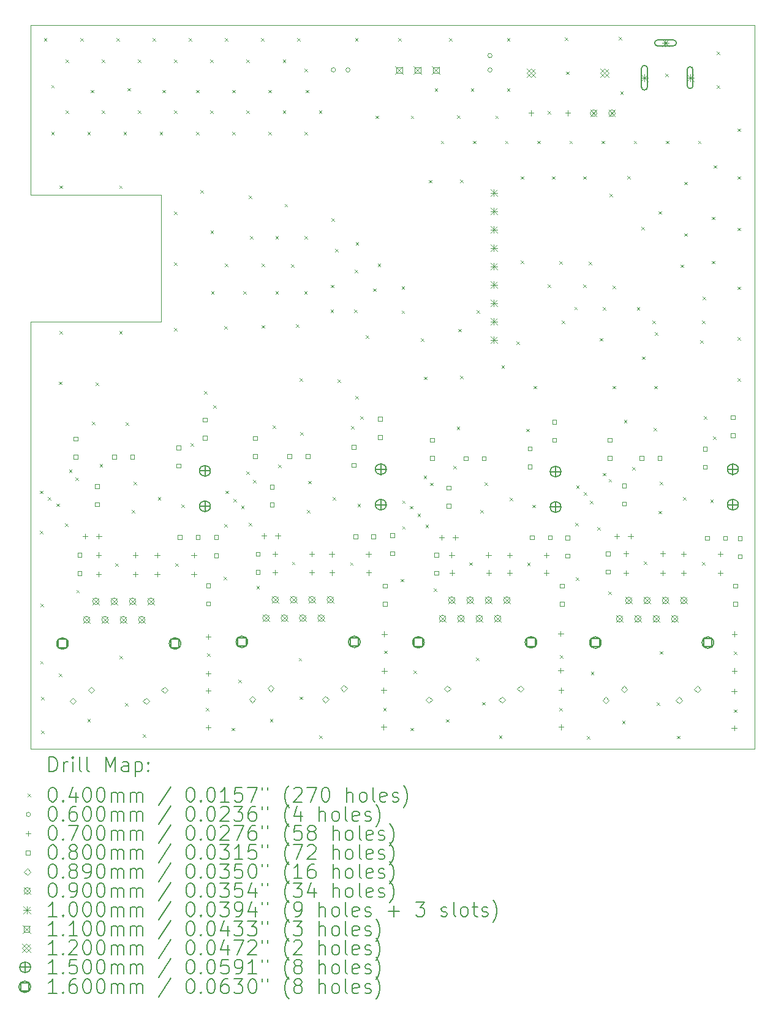
<source format=gbr>
%FSLAX45Y45*%
G04 Gerber Fmt 4.5, Leading zero omitted, Abs format (unit mm)*
G04 Created by KiCad (PCBNEW (6.0.4)) date 2022-04-25 08:26:35*
%MOMM*%
%LPD*%
G01*
G04 APERTURE LIST*
%TA.AperFunction,Profile*%
%ADD10C,0.100000*%
%TD*%
%ADD11C,0.200000*%
%ADD12C,0.040000*%
%ADD13C,0.060000*%
%ADD14C,0.070000*%
%ADD15C,0.080000*%
%ADD16C,0.089000*%
%ADD17C,0.090000*%
%ADD18C,0.100000*%
%ADD19C,0.110000*%
%ADD20C,0.120000*%
%ADD21C,0.150000*%
%ADD22C,0.160000*%
G04 APERTURE END LIST*
D10*
X10000000Y-15000000D02*
X20000000Y-15000000D01*
X20000000Y-15000000D02*
X20000000Y-5000000D01*
X10000000Y-5000000D02*
X10000000Y-7350000D01*
X20000000Y-5000000D02*
X10000000Y-5000000D01*
X11800000Y-7350000D02*
X11800000Y-9100000D01*
X11800000Y-9100000D02*
X10000000Y-9100000D01*
X10000000Y-7350000D02*
X11800000Y-7350000D01*
X10000000Y-9100000D02*
X10000000Y-15000000D01*
D11*
D12*
X10124760Y-11435400D02*
X10164760Y-11475400D01*
X10164760Y-11435400D02*
X10124760Y-11475400D01*
X10124760Y-11989120D02*
X10164760Y-12029120D01*
X10164760Y-11989120D02*
X10124760Y-12029120D01*
X10127300Y-13789980D02*
X10167300Y-13829980D01*
X10167300Y-13789980D02*
X10127300Y-13829980D01*
X10129840Y-12994960D02*
X10169840Y-13034960D01*
X10169840Y-12994960D02*
X10129840Y-13034960D01*
X10140000Y-14285280D02*
X10180000Y-14325280D01*
X10180000Y-14285280D02*
X10140000Y-14325280D01*
X10140000Y-14747560D02*
X10180000Y-14787560D01*
X10180000Y-14747560D02*
X10140000Y-14787560D01*
X10180000Y-5180000D02*
X10220000Y-5220000D01*
X10220000Y-5180000D02*
X10180000Y-5220000D01*
X10233980Y-11526840D02*
X10273980Y-11566840D01*
X10273980Y-11526840D02*
X10233980Y-11566840D01*
X10280000Y-5830000D02*
X10320000Y-5870000D01*
X10320000Y-5830000D02*
X10280000Y-5870000D01*
X10280000Y-6480000D02*
X10320000Y-6520000D01*
X10320000Y-6480000D02*
X10280000Y-6520000D01*
X10353360Y-11613200D02*
X10393360Y-11653200D01*
X10393360Y-11613200D02*
X10353360Y-11653200D01*
X10383840Y-9929180D02*
X10423840Y-9969180D01*
X10423840Y-9929180D02*
X10383840Y-9969180D01*
X10383840Y-13960160D02*
X10423840Y-14000160D01*
X10423840Y-13960160D02*
X10383840Y-14000160D01*
X10394000Y-7219000D02*
X10434000Y-7259000D01*
X10434000Y-7219000D02*
X10394000Y-7259000D01*
X10396540Y-9228140D02*
X10436540Y-9268140D01*
X10436540Y-9228140D02*
X10396540Y-9268140D01*
X10470200Y-11887520D02*
X10510200Y-11927520D01*
X10510200Y-11887520D02*
X10470200Y-11927520D01*
X10480000Y-5480000D02*
X10520000Y-5520000D01*
X10520000Y-5480000D02*
X10480000Y-5520000D01*
X10480000Y-6180000D02*
X10520000Y-6220000D01*
X10520000Y-6180000D02*
X10480000Y-6220000D01*
X10526080Y-11140760D02*
X10566080Y-11180760D01*
X10566080Y-11140760D02*
X10526080Y-11180760D01*
X10617520Y-11255060D02*
X10657520Y-11295060D01*
X10657520Y-11255060D02*
X10617520Y-11295060D01*
X10627680Y-12807000D02*
X10667680Y-12847000D01*
X10667680Y-12807000D02*
X10627680Y-12847000D01*
X10680000Y-5180000D02*
X10720000Y-5220000D01*
X10720000Y-5180000D02*
X10680000Y-5220000D01*
X10780000Y-6480000D02*
X10820000Y-6520000D01*
X10820000Y-6480000D02*
X10780000Y-6520000D01*
X10780080Y-14587540D02*
X10820080Y-14627540D01*
X10820080Y-14587540D02*
X10780080Y-14627540D01*
X10825800Y-5898200D02*
X10865800Y-5938200D01*
X10865800Y-5898200D02*
X10825800Y-5938200D01*
X10846120Y-10485440D02*
X10886120Y-10525440D01*
X10886120Y-10485440D02*
X10846120Y-10525440D01*
X10896920Y-9939340D02*
X10936920Y-9979340D01*
X10936920Y-9939340D02*
X10896920Y-9979340D01*
X10950260Y-11069640D02*
X10990260Y-11109640D01*
X10990260Y-11069640D02*
X10950260Y-11109640D01*
X10980000Y-5480000D02*
X11020000Y-5520000D01*
X11020000Y-5480000D02*
X10980000Y-5520000D01*
X10980000Y-6180000D02*
X11020000Y-6220000D01*
X11020000Y-6180000D02*
X10980000Y-6220000D01*
X11163620Y-12438700D02*
X11203620Y-12478700D01*
X11203620Y-12438700D02*
X11163620Y-12478700D01*
X11180000Y-5180000D02*
X11220000Y-5220000D01*
X11220000Y-5180000D02*
X11180000Y-5220000D01*
X11219500Y-7219000D02*
X11259500Y-7259000D01*
X11259500Y-7219000D02*
X11219500Y-7259000D01*
X11219500Y-9230000D02*
X11259500Y-9270000D01*
X11259500Y-9230000D02*
X11219500Y-9270000D01*
X11222040Y-13716320D02*
X11262040Y-13756320D01*
X11262040Y-13716320D02*
X11222040Y-13756320D01*
X11280000Y-6480000D02*
X11320000Y-6520000D01*
X11320000Y-6480000D02*
X11280000Y-6520000D01*
X11298240Y-14369100D02*
X11338240Y-14409100D01*
X11338240Y-14369100D02*
X11298240Y-14409100D01*
X11308400Y-10493060D02*
X11348400Y-10533060D01*
X11348400Y-10493060D02*
X11308400Y-10533060D01*
X11333800Y-5872800D02*
X11373800Y-5912800D01*
X11373800Y-5872800D02*
X11333800Y-5912800D01*
X11394760Y-11704640D02*
X11434760Y-11744640D01*
X11434760Y-11704640D02*
X11394760Y-11744640D01*
X11417620Y-11313480D02*
X11457620Y-11353480D01*
X11457620Y-11313480D02*
X11417620Y-11353480D01*
X11480000Y-5480000D02*
X11520000Y-5520000D01*
X11520000Y-5480000D02*
X11480000Y-5520000D01*
X11480000Y-6180000D02*
X11520000Y-6220000D01*
X11520000Y-6180000D02*
X11480000Y-6220000D01*
X11547160Y-14803440D02*
X11587160Y-14843440D01*
X11587160Y-14803440D02*
X11547160Y-14843440D01*
X11680000Y-5180000D02*
X11720000Y-5220000D01*
X11720000Y-5180000D02*
X11680000Y-5220000D01*
X11754240Y-11522960D02*
X11794240Y-11562960D01*
X11794240Y-11522960D02*
X11754240Y-11562960D01*
X11780000Y-6480000D02*
X11820000Y-6520000D01*
X11820000Y-6480000D02*
X11780000Y-6520000D01*
X11816400Y-5898200D02*
X11856400Y-5938200D01*
X11856400Y-5898200D02*
X11816400Y-5938200D01*
X11980000Y-5480000D02*
X12020000Y-5520000D01*
X12020000Y-5480000D02*
X11980000Y-5520000D01*
X11980000Y-6180000D02*
X12020000Y-6220000D01*
X12020000Y-6180000D02*
X11980000Y-6220000D01*
X11980000Y-7580000D02*
X12020000Y-7620000D01*
X12020000Y-7580000D02*
X11980000Y-7620000D01*
X11980000Y-8280000D02*
X12020000Y-8320000D01*
X12020000Y-8280000D02*
X11980000Y-8320000D01*
X11980000Y-9187500D02*
X12020000Y-9227500D01*
X12020000Y-9187500D02*
X11980000Y-9227500D01*
X11996740Y-12441240D02*
X12036740Y-12481240D01*
X12036740Y-12441240D02*
X11996740Y-12481240D01*
X12077028Y-11623049D02*
X12117028Y-11663049D01*
X12117028Y-11623049D02*
X12077028Y-11663049D01*
X12180000Y-5180000D02*
X12220000Y-5220000D01*
X12220000Y-5180000D02*
X12180000Y-5220000D01*
X12207560Y-10777540D02*
X12247560Y-10817540D01*
X12247560Y-10777540D02*
X12207560Y-10817540D01*
X12280000Y-5898200D02*
X12320000Y-5938200D01*
X12320000Y-5898200D02*
X12280000Y-5938200D01*
X12280000Y-6480000D02*
X12320000Y-6520000D01*
X12320000Y-6480000D02*
X12280000Y-6520000D01*
X12339640Y-7285040D02*
X12379640Y-7325040D01*
X12379640Y-7285040D02*
X12339640Y-7325040D01*
X12395520Y-10058720D02*
X12435520Y-10098720D01*
X12435520Y-10058720D02*
X12395520Y-10098720D01*
X12420920Y-14437680D02*
X12460920Y-14477680D01*
X12460920Y-14437680D02*
X12420920Y-14477680D01*
X12436160Y-13680760D02*
X12476160Y-13720760D01*
X12476160Y-13680760D02*
X12436160Y-13720760D01*
X12480000Y-5480000D02*
X12520000Y-5520000D01*
X12520000Y-5480000D02*
X12480000Y-5520000D01*
X12480000Y-6180000D02*
X12520000Y-6220000D01*
X12520000Y-6180000D02*
X12480000Y-6220000D01*
X12481880Y-7838760D02*
X12521880Y-7878760D01*
X12521880Y-7838760D02*
X12481880Y-7878760D01*
X12489500Y-8679500D02*
X12529500Y-8719500D01*
X12529500Y-8679500D02*
X12489500Y-8719500D01*
X12517440Y-10256840D02*
X12557440Y-10296840D01*
X12557440Y-10256840D02*
X12517440Y-10296840D01*
X12664760Y-12624120D02*
X12704760Y-12664120D01*
X12704760Y-12624120D02*
X12664760Y-12664120D01*
X12669840Y-9159560D02*
X12709840Y-9199560D01*
X12709840Y-9159560D02*
X12669840Y-9199560D01*
X12669840Y-11897680D02*
X12709840Y-11937680D01*
X12709840Y-11897680D02*
X12669840Y-11937680D01*
X12680000Y-5180000D02*
X12720000Y-5220000D01*
X12720000Y-5180000D02*
X12680000Y-5220000D01*
X12680000Y-8298500D02*
X12720000Y-8338500D01*
X12720000Y-8298500D02*
X12680000Y-8338500D01*
X12690160Y-11435400D02*
X12730160Y-11475400D01*
X12730160Y-11435400D02*
X12690160Y-11475400D01*
X12776520Y-14712000D02*
X12816520Y-14752000D01*
X12816520Y-14712000D02*
X12776520Y-14752000D01*
X12780000Y-5898200D02*
X12820000Y-5938200D01*
X12820000Y-5898200D02*
X12780000Y-5938200D01*
X12780000Y-6480000D02*
X12820000Y-6520000D01*
X12820000Y-6480000D02*
X12780000Y-6520000D01*
X12799380Y-11549700D02*
X12839380Y-11589700D01*
X12839380Y-11549700D02*
X12799380Y-11589700D01*
X12867960Y-14046520D02*
X12907960Y-14086520D01*
X12907960Y-14046520D02*
X12867960Y-14086520D01*
X12905429Y-11643417D02*
X12945429Y-11683417D01*
X12945429Y-11643417D02*
X12905429Y-11683417D01*
X12934000Y-8679500D02*
X12974000Y-8719500D01*
X12974000Y-8679500D02*
X12934000Y-8719500D01*
X12979720Y-11166160D02*
X13019720Y-11206160D01*
X13019720Y-11166160D02*
X12979720Y-11206160D01*
X12980000Y-5480000D02*
X13020000Y-5520000D01*
X13020000Y-5480000D02*
X12980000Y-5520000D01*
X12980000Y-6180000D02*
X13020000Y-6220000D01*
X13020000Y-6180000D02*
X12980000Y-6220000D01*
X13010200Y-7361240D02*
X13050200Y-7401240D01*
X13050200Y-7361240D02*
X13010200Y-7401240D01*
X13010200Y-11882440D02*
X13050200Y-11922440D01*
X13050200Y-11882440D02*
X13010200Y-11922440D01*
X13025440Y-7914960D02*
X13065440Y-7954960D01*
X13065440Y-7914960D02*
X13025440Y-7954960D01*
X13068620Y-11285540D02*
X13108620Y-11325540D01*
X13108620Y-11285540D02*
X13068620Y-11325540D01*
X13116880Y-12751120D02*
X13156880Y-12791120D01*
X13156880Y-12751120D02*
X13116880Y-12791120D01*
X13180000Y-5180000D02*
X13220000Y-5220000D01*
X13220000Y-5180000D02*
X13180000Y-5220000D01*
X13188000Y-8298500D02*
X13228000Y-8338500D01*
X13228000Y-8298500D02*
X13188000Y-8338500D01*
X13188000Y-9149400D02*
X13228000Y-9189400D01*
X13228000Y-9149400D02*
X13188000Y-9189400D01*
X13280000Y-5898200D02*
X13320000Y-5938200D01*
X13320000Y-5898200D02*
X13280000Y-5938200D01*
X13280000Y-6480000D02*
X13320000Y-6520000D01*
X13320000Y-6480000D02*
X13280000Y-6520000D01*
X13302300Y-14587540D02*
X13342300Y-14627540D01*
X13342300Y-14587540D02*
X13302300Y-14627540D01*
X13342940Y-10531160D02*
X13382940Y-10571160D01*
X13382940Y-10531160D02*
X13342940Y-10571160D01*
X13378500Y-7917500D02*
X13418500Y-7957500D01*
X13418500Y-7917500D02*
X13378500Y-7957500D01*
X13378500Y-8679500D02*
X13418500Y-8719500D01*
X13418500Y-8679500D02*
X13378500Y-8719500D01*
X13419140Y-11077260D02*
X13459140Y-11117260D01*
X13459140Y-11077260D02*
X13419140Y-11117260D01*
X13480000Y-5480000D02*
X13520000Y-5520000D01*
X13520000Y-5480000D02*
X13480000Y-5520000D01*
X13480000Y-6180000D02*
X13520000Y-6220000D01*
X13520000Y-6180000D02*
X13480000Y-6220000D01*
X13505500Y-7473000D02*
X13545500Y-7513000D01*
X13545500Y-7473000D02*
X13505500Y-7513000D01*
X13594400Y-8306120D02*
X13634400Y-8346120D01*
X13634400Y-8306120D02*
X13594400Y-8346120D01*
X13607100Y-12418380D02*
X13647100Y-12458380D01*
X13647100Y-12418380D02*
X13607100Y-12458380D01*
X13665520Y-9139240D02*
X13705520Y-9179240D01*
X13705520Y-9139240D02*
X13665520Y-9179240D01*
X13680000Y-5180000D02*
X13720000Y-5220000D01*
X13720000Y-5180000D02*
X13680000Y-5220000D01*
X13701080Y-13746800D02*
X13741080Y-13786800D01*
X13741080Y-13746800D02*
X13701080Y-13786800D01*
X13711240Y-9880920D02*
X13751240Y-9920920D01*
X13751240Y-9880920D02*
X13711240Y-9920920D01*
X13716320Y-14280200D02*
X13756320Y-14320200D01*
X13756320Y-14280200D02*
X13716320Y-14320200D01*
X13721400Y-10627680D02*
X13761400Y-10667680D01*
X13761400Y-10627680D02*
X13721400Y-10667680D01*
X13777280Y-8682040D02*
X13817280Y-8722040D01*
X13817280Y-8682040D02*
X13777280Y-8722040D01*
X13780000Y-5603560D02*
X13820000Y-5643560D01*
X13820000Y-5603560D02*
X13780000Y-5643560D01*
X13780000Y-6480000D02*
X13820000Y-6520000D01*
X13820000Y-6480000D02*
X13780000Y-6520000D01*
X13782360Y-7920040D02*
X13822360Y-7960040D01*
X13822360Y-7920040D02*
X13782360Y-7960040D01*
X13797600Y-5898200D02*
X13837600Y-5938200D01*
X13837600Y-5898200D02*
X13797600Y-5938200D01*
X13812840Y-11699560D02*
X13852840Y-11739560D01*
X13852840Y-11699560D02*
X13812840Y-11739560D01*
X13833160Y-11300780D02*
X13873160Y-11340780D01*
X13873160Y-11300780D02*
X13833160Y-11340780D01*
X13980000Y-6180000D02*
X14020000Y-6220000D01*
X14020000Y-6180000D02*
X13980000Y-6220000D01*
X13985560Y-14818680D02*
X14025560Y-14858680D01*
X14025560Y-14818680D02*
X13985560Y-14858680D01*
X14142058Y-8932981D02*
X14182058Y-8972981D01*
X14182058Y-8932981D02*
X14142058Y-8972981D01*
X14148120Y-8590600D02*
X14188120Y-8630600D01*
X14188120Y-8590600D02*
X14148120Y-8630600D01*
X14153200Y-7671120D02*
X14193200Y-7711120D01*
X14193200Y-7671120D02*
X14153200Y-7711120D01*
X14173520Y-11521760D02*
X14213520Y-11561760D01*
X14213520Y-11521760D02*
X14173520Y-11561760D01*
X14204000Y-8092760D02*
X14244000Y-8132760D01*
X14244000Y-8092760D02*
X14204000Y-8132760D01*
X14239560Y-9901240D02*
X14279560Y-9941240D01*
X14279560Y-9901240D02*
X14239560Y-9941240D01*
X14412280Y-12426000D02*
X14452280Y-12466000D01*
X14452280Y-12426000D02*
X14412280Y-12466000D01*
X14422440Y-10541320D02*
X14462440Y-10581320D01*
X14462440Y-10541320D02*
X14422440Y-10581320D01*
X14468160Y-8930960D02*
X14508160Y-8970960D01*
X14508160Y-8930960D02*
X14468160Y-8970960D01*
X14478320Y-8382320D02*
X14518320Y-8422320D01*
X14518320Y-8382320D02*
X14478320Y-8422320D01*
X14480000Y-5180000D02*
X14520000Y-5220000D01*
X14520000Y-5180000D02*
X14480000Y-5220000D01*
X14483400Y-10124760D02*
X14523400Y-10164760D01*
X14523400Y-10124760D02*
X14483400Y-10164760D01*
X14488480Y-8001320D02*
X14528480Y-8041320D01*
X14528480Y-8001320D02*
X14488480Y-8041320D01*
X14513880Y-11618280D02*
X14553880Y-11658280D01*
X14553880Y-11618280D02*
X14513880Y-11658280D01*
X14549440Y-10409240D02*
X14589440Y-10449240D01*
X14589440Y-10409240D02*
X14549440Y-10449240D01*
X14628180Y-9286560D02*
X14668180Y-9326560D01*
X14668180Y-9286560D02*
X14628180Y-9326560D01*
X14727240Y-8641400D02*
X14767240Y-8681400D01*
X14767240Y-8641400D02*
X14727240Y-8681400D01*
X14762800Y-6253800D02*
X14802800Y-6293800D01*
X14802800Y-6253800D02*
X14762800Y-6293800D01*
X14793280Y-8295960D02*
X14833280Y-8335960D01*
X14833280Y-8295960D02*
X14793280Y-8335960D01*
X14869480Y-14437680D02*
X14909480Y-14477680D01*
X14909480Y-14437680D02*
X14869480Y-14477680D01*
X14879640Y-13645200D02*
X14919640Y-13685200D01*
X14919640Y-13645200D02*
X14879640Y-13685200D01*
X15080000Y-5180000D02*
X15120000Y-5220000D01*
X15120000Y-5180000D02*
X15080000Y-5220000D01*
X15113320Y-12654600D02*
X15153320Y-12694600D01*
X15153320Y-12654600D02*
X15113320Y-12694600D01*
X15123480Y-8610920D02*
X15163480Y-8650920D01*
X15163480Y-8610920D02*
X15123480Y-8650920D01*
X15123480Y-8946200D02*
X15163480Y-8986200D01*
X15163480Y-8946200D02*
X15123480Y-8986200D01*
X15131100Y-11570020D02*
X15171100Y-11610020D01*
X15171100Y-11570020D02*
X15131100Y-11610020D01*
X15131100Y-11925620D02*
X15171100Y-11965620D01*
X15171100Y-11925620D02*
X15131100Y-11965620D01*
X15237780Y-11646220D02*
X15277780Y-11686220D01*
X15277780Y-11646220D02*
X15237780Y-11686220D01*
X15245400Y-14712000D02*
X15285400Y-14752000D01*
X15285400Y-14712000D02*
X15245400Y-14752000D01*
X15250480Y-6253800D02*
X15290480Y-6293800D01*
X15290480Y-6253800D02*
X15250480Y-6293800D01*
X15286040Y-13922060D02*
X15326040Y-13962060D01*
X15326040Y-13922060D02*
X15286040Y-13962060D01*
X15344460Y-11750360D02*
X15384460Y-11790360D01*
X15384460Y-11750360D02*
X15344460Y-11790360D01*
X15387640Y-9332280D02*
X15427640Y-9372280D01*
X15427640Y-9332280D02*
X15387640Y-9372280D01*
X15428280Y-11229660D02*
X15468280Y-11269660D01*
X15468280Y-11229660D02*
X15428280Y-11269660D01*
X15433360Y-9860600D02*
X15473360Y-9900600D01*
X15473360Y-9860600D02*
X15433360Y-9900600D01*
X15453680Y-11902760D02*
X15493680Y-11942760D01*
X15493680Y-11902760D02*
X15453680Y-11942760D01*
X15501940Y-7142800D02*
X15541940Y-7182800D01*
X15541940Y-7142800D02*
X15501940Y-7182800D01*
X15519720Y-11326180D02*
X15559720Y-11366180D01*
X15559720Y-11326180D02*
X15519720Y-11366180D01*
X15570520Y-12786680D02*
X15610520Y-12826680D01*
X15610520Y-12786680D02*
X15570520Y-12826680D01*
X15580000Y-5880000D02*
X15620000Y-5920000D01*
X15620000Y-5880000D02*
X15580000Y-5920000D01*
X15664500Y-6601780D02*
X15704500Y-6641780D01*
X15704500Y-6601780D02*
X15664500Y-6641780D01*
X15735620Y-14592620D02*
X15775620Y-14632620D01*
X15775620Y-14592620D02*
X15735620Y-14632620D01*
X15780000Y-5180000D02*
X15820000Y-5220000D01*
X15820000Y-5180000D02*
X15780000Y-5220000D01*
X15839760Y-11095040D02*
X15879760Y-11135040D01*
X15879760Y-11095040D02*
X15839760Y-11135040D01*
X15885480Y-10548940D02*
X15925480Y-10588940D01*
X15925480Y-10548940D02*
X15885480Y-10588940D01*
X15890560Y-6248720D02*
X15930560Y-6288720D01*
X15930560Y-6248720D02*
X15890560Y-6288720D01*
X15905800Y-9200200D02*
X15945800Y-9240200D01*
X15945800Y-9200200D02*
X15905800Y-9240200D01*
X15931200Y-7137720D02*
X15971200Y-7177720D01*
X15971200Y-7137720D02*
X15931200Y-7177720D01*
X15931200Y-9850440D02*
X15971200Y-9890440D01*
X15971200Y-9850440D02*
X15931200Y-9890440D01*
X16058200Y-12426000D02*
X16098200Y-12466000D01*
X16098200Y-12426000D02*
X16058200Y-12466000D01*
X16080000Y-5880000D02*
X16120000Y-5920000D01*
X16120000Y-5880000D02*
X16080000Y-5920000D01*
X16109000Y-6601780D02*
X16149000Y-6641780D01*
X16149000Y-6601780D02*
X16109000Y-6641780D01*
X16149640Y-13741720D02*
X16189640Y-13781720D01*
X16189640Y-13741720D02*
X16149640Y-13781720D01*
X16159800Y-8940000D02*
X16199800Y-8980000D01*
X16199800Y-8940000D02*
X16159800Y-8980000D01*
X16210600Y-11702100D02*
X16250600Y-11742100D01*
X16250600Y-11702100D02*
X16210600Y-11742100D01*
X16236000Y-14356400D02*
X16276000Y-14396400D01*
X16276000Y-14356400D02*
X16236000Y-14396400D01*
X16269020Y-11321100D02*
X16309020Y-11361100D01*
X16309020Y-11321100D02*
X16269020Y-11361100D01*
X16418880Y-6253800D02*
X16458880Y-6293800D01*
X16458880Y-6253800D02*
X16418880Y-6293800D01*
X16469680Y-14816140D02*
X16509680Y-14856140D01*
X16509680Y-14816140D02*
X16469680Y-14856140D01*
X16502700Y-9703120D02*
X16542700Y-9743120D01*
X16542700Y-9703120D02*
X16502700Y-9743120D01*
X16553500Y-6601780D02*
X16593500Y-6641780D01*
X16593500Y-6601780D02*
X16553500Y-6641780D01*
X16580000Y-5180000D02*
X16620000Y-5220000D01*
X16620000Y-5180000D02*
X16580000Y-5220000D01*
X16580000Y-5880000D02*
X16620000Y-5920000D01*
X16620000Y-5880000D02*
X16580000Y-5920000D01*
X16617000Y-11531920D02*
X16657000Y-11571920D01*
X16657000Y-11531920D02*
X16617000Y-11571920D01*
X16711000Y-9371000D02*
X16751000Y-9411000D01*
X16751000Y-9371000D02*
X16711000Y-9411000D01*
X16769400Y-7092000D02*
X16809400Y-7132000D01*
X16809400Y-7092000D02*
X16769400Y-7132000D01*
X16769400Y-8255320D02*
X16809400Y-8295320D01*
X16809400Y-8255320D02*
X16769400Y-8295320D01*
X16845600Y-10579420D02*
X16885600Y-10619420D01*
X16885600Y-10579420D02*
X16845600Y-10619420D01*
X16858300Y-12428540D02*
X16898300Y-12468540D01*
X16898300Y-12428540D02*
X16858300Y-12468540D01*
X16930600Y-11631135D02*
X16970600Y-11671135D01*
X16970600Y-11631135D02*
X16930600Y-11671135D01*
X16947200Y-9987600D02*
X16987200Y-10027600D01*
X16987200Y-9987600D02*
X16947200Y-10027600D01*
X16998000Y-6601780D02*
X17038000Y-6641780D01*
X17038000Y-6601780D02*
X16998000Y-6641780D01*
X17140240Y-6192840D02*
X17180240Y-6232840D01*
X17180240Y-6192840D02*
X17140240Y-6232840D01*
X17140240Y-8585520D02*
X17180240Y-8625520D01*
X17180240Y-8585520D02*
X17140240Y-8625520D01*
X17201200Y-7092000D02*
X17241200Y-7132000D01*
X17241200Y-7092000D02*
X17201200Y-7132000D01*
X17302800Y-8265480D02*
X17342800Y-8305480D01*
X17342800Y-8265480D02*
X17302800Y-8305480D01*
X17302800Y-14437680D02*
X17342800Y-14477680D01*
X17342800Y-14437680D02*
X17302800Y-14477680D01*
X17312960Y-13706160D02*
X17352960Y-13746160D01*
X17352960Y-13706160D02*
X17312960Y-13746160D01*
X17336000Y-9084000D02*
X17376000Y-9124000D01*
X17376000Y-9084000D02*
X17336000Y-9124000D01*
X17380000Y-5171760D02*
X17420000Y-5211760D01*
X17420000Y-5171760D02*
X17380000Y-5211760D01*
X17398820Y-5644200D02*
X17438820Y-5684200D01*
X17438820Y-5644200D02*
X17398820Y-5684200D01*
X17442500Y-6601780D02*
X17482500Y-6641780D01*
X17482500Y-6601780D02*
X17442500Y-6641780D01*
X17511080Y-8895400D02*
X17551080Y-8935400D01*
X17551080Y-8895400D02*
X17511080Y-8935400D01*
X17526320Y-11877360D02*
X17566320Y-11917360D01*
X17566320Y-11877360D02*
X17526320Y-11917360D01*
X17531400Y-12634280D02*
X17571400Y-12674280D01*
X17571400Y-12634280D02*
X17531400Y-12674280D01*
X17536480Y-11364280D02*
X17576480Y-11404280D01*
X17576480Y-11364280D02*
X17536480Y-11404280D01*
X17633000Y-7092000D02*
X17673000Y-7132000D01*
X17673000Y-7092000D02*
X17633000Y-7132000D01*
X17633000Y-8585520D02*
X17673000Y-8625520D01*
X17673000Y-8585520D02*
X17633000Y-8625520D01*
X17643777Y-11458948D02*
X17683777Y-11498948D01*
X17683777Y-11458948D02*
X17643777Y-11498948D01*
X17686340Y-14826300D02*
X17726340Y-14866300D01*
X17726340Y-14826300D02*
X17686340Y-14866300D01*
X17709200Y-8275640D02*
X17749200Y-8315640D01*
X17749200Y-8275640D02*
X17709200Y-8315640D01*
X17729520Y-11577640D02*
X17769520Y-11617640D01*
X17769520Y-11577640D02*
X17729520Y-11617640D01*
X17739680Y-13939840D02*
X17779680Y-13979840D01*
X17779680Y-13939840D02*
X17739680Y-13979840D01*
X17831120Y-11938320D02*
X17871120Y-11978320D01*
X17871120Y-11938320D02*
X17831120Y-11978320D01*
X17861600Y-9327200D02*
X17901600Y-9367200D01*
X17901600Y-9327200D02*
X17861600Y-9367200D01*
X17887000Y-6601780D02*
X17927000Y-6641780D01*
X17927000Y-6601780D02*
X17887000Y-6641780D01*
X17902240Y-8900480D02*
X17942240Y-8940480D01*
X17942240Y-8900480D02*
X17902240Y-8940480D01*
X17907320Y-11189020D02*
X17947320Y-11229020D01*
X17947320Y-11189020D02*
X17907320Y-11229020D01*
X17978440Y-12827320D02*
X18018440Y-12867320D01*
X18018440Y-12827320D02*
X17978440Y-12867320D01*
X17986060Y-11275380D02*
X18026060Y-11315380D01*
X18026060Y-11275380D02*
X17986060Y-11315380D01*
X17998760Y-7330760D02*
X18038760Y-7370760D01*
X18038760Y-7330760D02*
X17998760Y-7370760D01*
X18039400Y-8600760D02*
X18079400Y-8640760D01*
X18079400Y-8600760D02*
X18039400Y-8640760D01*
X18039400Y-9987600D02*
X18079400Y-10027600D01*
X18079400Y-9987600D02*
X18039400Y-10027600D01*
X18125760Y-5166680D02*
X18165760Y-5206680D01*
X18165760Y-5166680D02*
X18125760Y-5206680D01*
X18146080Y-5918520D02*
X18186080Y-5958520D01*
X18186080Y-5918520D02*
X18146080Y-5958520D01*
X18171480Y-14615480D02*
X18211480Y-14655480D01*
X18211480Y-14615480D02*
X18171480Y-14655480D01*
X18196880Y-10460040D02*
X18236880Y-10500040D01*
X18236880Y-10460040D02*
X18196880Y-10500040D01*
X18242600Y-7086920D02*
X18282600Y-7126920D01*
X18282600Y-7086920D02*
X18242600Y-7126920D01*
X18308640Y-11107740D02*
X18348640Y-11147740D01*
X18348640Y-11107740D02*
X18308640Y-11147740D01*
X18331500Y-6601780D02*
X18371500Y-6641780D01*
X18371500Y-6601780D02*
X18331500Y-6641780D01*
X18374680Y-8900480D02*
X18414680Y-8940480D01*
X18414680Y-8900480D02*
X18374680Y-8940480D01*
X18440720Y-7787960D02*
X18480720Y-7827960D01*
X18480720Y-7787960D02*
X18440720Y-7827960D01*
X18445800Y-9581200D02*
X18485800Y-9621200D01*
X18485800Y-9581200D02*
X18445800Y-9621200D01*
X18473740Y-12415840D02*
X18513740Y-12455840D01*
X18513740Y-12415840D02*
X18473740Y-12455840D01*
X18588040Y-9083360D02*
X18628040Y-9123360D01*
X18628040Y-9083360D02*
X18588040Y-9123360D01*
X18605820Y-10569260D02*
X18645820Y-10609260D01*
X18645820Y-10569260D02*
X18605820Y-10609260D01*
X18613440Y-9987600D02*
X18653440Y-10027600D01*
X18653440Y-9987600D02*
X18613440Y-10027600D01*
X18623600Y-9245920D02*
X18663600Y-9285920D01*
X18663600Y-9245920D02*
X18623600Y-9285920D01*
X18649000Y-14361480D02*
X18689000Y-14401480D01*
X18689000Y-14361480D02*
X18649000Y-14401480D01*
X18674400Y-7574600D02*
X18714400Y-7614600D01*
X18714400Y-7574600D02*
X18674400Y-7614600D01*
X18674400Y-11714800D02*
X18714400Y-11754800D01*
X18714400Y-11714800D02*
X18674400Y-11754800D01*
X18689640Y-13652820D02*
X18729640Y-13692820D01*
X18729640Y-13652820D02*
X18689640Y-13692820D01*
X18692180Y-11310940D02*
X18732180Y-11350940D01*
X18732180Y-11310940D02*
X18692180Y-11350940D01*
X18765840Y-5674680D02*
X18805840Y-5714680D01*
X18805840Y-5674680D02*
X18765840Y-5714680D01*
X18776000Y-6601780D02*
X18816000Y-6641780D01*
X18816000Y-6601780D02*
X18776000Y-6641780D01*
X18930940Y-14821220D02*
X18970940Y-14861220D01*
X18970940Y-14821220D02*
X18930940Y-14861220D01*
X18979200Y-8311200D02*
X19019200Y-8351200D01*
X19019200Y-8311200D02*
X18979200Y-8351200D01*
X19014760Y-11521760D02*
X19054760Y-11561760D01*
X19054760Y-11521760D02*
X19014760Y-11561760D01*
X19030000Y-7168200D02*
X19070000Y-7208200D01*
X19070000Y-7168200D02*
X19030000Y-7208200D01*
X19030000Y-7879400D02*
X19070000Y-7919400D01*
X19070000Y-7879400D02*
X19030000Y-7919400D01*
X19220500Y-6601780D02*
X19260500Y-6641780D01*
X19260500Y-6601780D02*
X19220500Y-6641780D01*
X19253520Y-9357680D02*
X19293520Y-9397680D01*
X19293520Y-9357680D02*
X19253520Y-9397680D01*
X19273840Y-12420920D02*
X19313840Y-12460920D01*
X19313840Y-12420920D02*
X19273840Y-12460920D01*
X19276380Y-9085900D02*
X19316380Y-9125900D01*
X19316380Y-9085900D02*
X19276380Y-9125900D01*
X19284000Y-8758240D02*
X19324000Y-8798240D01*
X19324000Y-8758240D02*
X19284000Y-8798240D01*
X19301780Y-10406700D02*
X19341780Y-10446700D01*
X19341780Y-10406700D02*
X19301780Y-10446700D01*
X19390680Y-11559860D02*
X19430680Y-11599860D01*
X19430680Y-11559860D02*
X19390680Y-11599860D01*
X19411000Y-7650800D02*
X19451000Y-7690800D01*
X19451000Y-7650800D02*
X19411000Y-7690800D01*
X19411000Y-8260400D02*
X19451000Y-8300400D01*
X19451000Y-8260400D02*
X19411000Y-8300400D01*
X19428780Y-10683560D02*
X19468780Y-10723560D01*
X19468780Y-10683560D02*
X19428780Y-10723560D01*
X19436400Y-6939600D02*
X19476400Y-6979600D01*
X19476400Y-6939600D02*
X19436400Y-6979600D01*
X19477040Y-5369880D02*
X19517040Y-5409880D01*
X19517040Y-5369880D02*
X19477040Y-5409880D01*
X19477040Y-5837240D02*
X19517040Y-5877240D01*
X19517040Y-5837240D02*
X19477040Y-5877240D01*
X19715800Y-13660440D02*
X19755800Y-13700440D01*
X19755800Y-13660440D02*
X19715800Y-13700440D01*
X19715800Y-14458000D02*
X19755800Y-14498000D01*
X19755800Y-14458000D02*
X19715800Y-14498000D01*
X19766600Y-6431600D02*
X19806600Y-6471600D01*
X19806600Y-6431600D02*
X19766600Y-6471600D01*
X19766600Y-7092000D02*
X19806600Y-7132000D01*
X19806600Y-7092000D02*
X19766600Y-7132000D01*
X19766600Y-7803200D02*
X19806600Y-7843200D01*
X19806600Y-7803200D02*
X19766600Y-7843200D01*
X19766600Y-8616000D02*
X19806600Y-8656000D01*
X19806600Y-8616000D02*
X19766600Y-8656000D01*
X19766600Y-9317040D02*
X19806600Y-9357040D01*
X19806600Y-9317040D02*
X19766600Y-9357040D01*
X19766600Y-9880920D02*
X19806600Y-9920920D01*
X19806600Y-9880920D02*
X19766600Y-9920920D01*
D13*
X14211480Y-5622820D02*
G75*
G03*
X14211480Y-5622820I-30000J0D01*
G01*
X14411480Y-5622820D02*
G75*
G03*
X14411480Y-5622820I-30000J0D01*
G01*
X16374900Y-5424300D02*
G75*
G03*
X16374900Y-5424300I-30000J0D01*
G01*
X16374900Y-5624300D02*
G75*
G03*
X16374900Y-5624300I-30000J0D01*
G01*
D14*
X10748840Y-12027460D02*
X10748840Y-12097460D01*
X10713840Y-12062460D02*
X10783840Y-12062460D01*
X10936300Y-12553240D02*
X10936300Y-12623240D01*
X10901300Y-12588240D02*
X10971300Y-12588240D01*
X10937240Y-12289080D02*
X10937240Y-12359080D01*
X10902240Y-12324080D02*
X10972240Y-12324080D01*
X10938840Y-12027460D02*
X10938840Y-12097460D01*
X10903840Y-12062460D02*
X10973840Y-12062460D01*
X11444300Y-12553240D02*
X11444300Y-12623240D01*
X11409300Y-12588240D02*
X11479300Y-12588240D01*
X11445240Y-12289080D02*
X11445240Y-12359080D01*
X11410240Y-12324080D02*
X11480240Y-12324080D01*
X11744960Y-12294160D02*
X11744960Y-12364160D01*
X11709960Y-12329160D02*
X11779960Y-12329160D01*
X11744960Y-12555780D02*
X11744960Y-12625780D01*
X11709960Y-12590780D02*
X11779960Y-12590780D01*
X12252960Y-12294160D02*
X12252960Y-12364160D01*
X12217960Y-12329160D02*
X12287960Y-12329160D01*
X12252960Y-12555780D02*
X12252960Y-12625780D01*
X12217960Y-12590780D02*
X12287960Y-12590780D01*
X12451080Y-13419380D02*
X12451080Y-13489380D01*
X12416080Y-13454380D02*
X12486080Y-13454380D01*
X12451080Y-13927380D02*
X12451080Y-13997380D01*
X12416080Y-13962380D02*
X12486080Y-13962380D01*
X12451080Y-14161060D02*
X12451080Y-14231060D01*
X12416080Y-14196060D02*
X12486080Y-14196060D01*
X12451080Y-14669060D02*
X12451080Y-14739060D01*
X12416080Y-14704060D02*
X12486080Y-14704060D01*
X13222800Y-12024920D02*
X13222800Y-12094920D01*
X13187800Y-12059920D02*
X13257800Y-12059920D01*
X13373100Y-12276380D02*
X13373100Y-12346380D01*
X13338100Y-12311380D02*
X13408100Y-12311380D01*
X13374700Y-12530380D02*
X13374700Y-12600380D01*
X13339700Y-12565380D02*
X13409700Y-12565380D01*
X13412800Y-12024920D02*
X13412800Y-12094920D01*
X13377800Y-12059920D02*
X13447800Y-12059920D01*
X13881100Y-12276380D02*
X13881100Y-12346380D01*
X13846100Y-12311380D02*
X13916100Y-12311380D01*
X13882700Y-12530380D02*
X13882700Y-12600380D01*
X13847700Y-12565380D02*
X13917700Y-12565380D01*
X14157960Y-12278920D02*
X14157960Y-12348920D01*
X14122960Y-12313920D02*
X14192960Y-12313920D01*
X14158900Y-12532920D02*
X14158900Y-12602920D01*
X14123900Y-12567920D02*
X14193900Y-12567920D01*
X14665960Y-12278920D02*
X14665960Y-12348920D01*
X14630960Y-12313920D02*
X14700960Y-12313920D01*
X14666900Y-12532920D02*
X14666900Y-12602920D01*
X14631900Y-12567920D02*
X14701900Y-12567920D01*
X14876780Y-14158520D02*
X14876780Y-14228520D01*
X14841780Y-14193520D02*
X14911780Y-14193520D01*
X14876780Y-14666520D02*
X14876780Y-14736520D01*
X14841780Y-14701520D02*
X14911780Y-14701520D01*
X14884400Y-13381280D02*
X14884400Y-13451280D01*
X14849400Y-13416280D02*
X14919400Y-13416280D01*
X14884400Y-13889280D02*
X14884400Y-13959280D01*
X14849400Y-13924280D02*
X14919400Y-13924280D01*
X15676440Y-12047780D02*
X15676440Y-12117780D01*
X15641440Y-12082780D02*
X15711440Y-12082780D01*
X15816580Y-12289080D02*
X15816580Y-12359080D01*
X15781580Y-12324080D02*
X15851580Y-12324080D01*
X15818180Y-12533860D02*
X15818180Y-12603860D01*
X15783180Y-12568860D02*
X15853180Y-12568860D01*
X15866440Y-12047780D02*
X15866440Y-12117780D01*
X15831440Y-12082780D02*
X15901440Y-12082780D01*
X16324580Y-12289080D02*
X16324580Y-12359080D01*
X16289580Y-12324080D02*
X16359580Y-12324080D01*
X16326180Y-12533860D02*
X16326180Y-12603860D01*
X16291180Y-12568860D02*
X16361180Y-12568860D01*
X16616680Y-12294160D02*
X16616680Y-12364160D01*
X16581680Y-12329160D02*
X16651680Y-12329160D01*
X16617180Y-12533860D02*
X16617180Y-12603860D01*
X16582180Y-12568860D02*
X16652180Y-12568860D01*
X16911320Y-6182920D02*
X16911320Y-6252920D01*
X16876320Y-6217920D02*
X16946320Y-6217920D01*
X17124680Y-12294160D02*
X17124680Y-12364160D01*
X17089680Y-12329160D02*
X17159680Y-12329160D01*
X17125180Y-12533860D02*
X17125180Y-12603860D01*
X17090180Y-12568860D02*
X17160180Y-12568860D01*
X17322800Y-13376200D02*
X17322800Y-13446200D01*
X17287800Y-13411200D02*
X17357800Y-13411200D01*
X17322800Y-13884200D02*
X17322800Y-13954200D01*
X17287800Y-13919200D02*
X17357800Y-13919200D01*
X17327880Y-14158520D02*
X17327880Y-14228520D01*
X17292880Y-14193520D02*
X17362880Y-14193520D01*
X17327880Y-14666520D02*
X17327880Y-14736520D01*
X17292880Y-14701520D02*
X17362880Y-14701520D01*
X17419320Y-6182920D02*
X17419320Y-6252920D01*
X17384320Y-6217920D02*
X17454320Y-6217920D01*
X18099600Y-12030000D02*
X18099600Y-12100000D01*
X18064600Y-12065000D02*
X18134600Y-12065000D01*
X18226100Y-12538000D02*
X18226100Y-12608000D01*
X18191100Y-12573000D02*
X18261100Y-12573000D01*
X18227040Y-12271300D02*
X18227040Y-12341300D01*
X18192040Y-12306300D02*
X18262040Y-12306300D01*
X18289600Y-12030000D02*
X18289600Y-12100000D01*
X18254600Y-12065000D02*
X18324600Y-12065000D01*
X18734100Y-12538000D02*
X18734100Y-12608000D01*
X18699100Y-12573000D02*
X18769100Y-12573000D01*
X18735040Y-12271300D02*
X18735040Y-12341300D01*
X18700040Y-12306300D02*
X18770040Y-12306300D01*
X19022060Y-12276380D02*
X19022060Y-12346380D01*
X18987060Y-12311380D02*
X19057060Y-12311380D01*
X19022060Y-12538000D02*
X19022060Y-12608000D01*
X18987060Y-12573000D02*
X19057060Y-12573000D01*
X19530060Y-12276380D02*
X19530060Y-12346380D01*
X19495060Y-12311380D02*
X19565060Y-12311380D01*
X19530060Y-12538000D02*
X19530060Y-12608000D01*
X19495060Y-12573000D02*
X19565060Y-12573000D01*
X19720560Y-14173760D02*
X19720560Y-14243760D01*
X19685560Y-14208760D02*
X19755560Y-14208760D01*
X19720560Y-14681760D02*
X19720560Y-14751760D01*
X19685560Y-14716760D02*
X19755560Y-14716760D01*
X19725640Y-13381280D02*
X19725640Y-13451280D01*
X19690640Y-13416280D02*
X19760640Y-13416280D01*
X19725640Y-13889280D02*
X19725640Y-13959280D01*
X19690640Y-13924280D02*
X19760640Y-13924280D01*
D15*
X10645485Y-10746005D02*
X10645485Y-10689436D01*
X10588916Y-10689436D01*
X10588916Y-10746005D01*
X10645485Y-10746005D01*
X10645485Y-10996005D02*
X10645485Y-10939436D01*
X10588916Y-10939436D01*
X10588916Y-10996005D01*
X10645485Y-10996005D01*
X10701365Y-12354364D02*
X10701365Y-12297795D01*
X10644796Y-12297795D01*
X10644796Y-12354364D01*
X10701365Y-12354364D01*
X10701365Y-12604364D02*
X10701365Y-12547795D01*
X10644796Y-12547795D01*
X10644796Y-12604364D01*
X10701365Y-12604364D01*
X10945205Y-11404404D02*
X10945205Y-11347835D01*
X10888636Y-11347835D01*
X10888636Y-11404404D01*
X10945205Y-11404404D01*
X10945205Y-11654404D02*
X10945205Y-11597835D01*
X10888636Y-11597835D01*
X10888636Y-11654404D01*
X10945205Y-11654404D01*
X11178345Y-10996005D02*
X11178345Y-10939436D01*
X11121776Y-10939436D01*
X11121776Y-10996005D01*
X11178345Y-10996005D01*
X11428344Y-10996005D02*
X11428344Y-10939436D01*
X11371775Y-10939436D01*
X11371775Y-10996005D01*
X11428344Y-10996005D01*
X12067884Y-10871005D02*
X12067884Y-10814436D01*
X12011315Y-10814436D01*
X12011315Y-10871005D01*
X12067884Y-10871005D01*
X12067884Y-11121005D02*
X12067884Y-11064436D01*
X12011315Y-11064436D01*
X12011315Y-11121005D01*
X12067884Y-11121005D01*
X12085124Y-12105984D02*
X12085124Y-12049415D01*
X12028555Y-12049415D01*
X12028555Y-12105984D01*
X12085124Y-12105984D01*
X12335124Y-12105984D02*
X12335124Y-12049415D01*
X12278555Y-12049415D01*
X12278555Y-12105984D01*
X12335124Y-12105984D01*
X12433644Y-10484925D02*
X12433644Y-10428356D01*
X12377075Y-10428356D01*
X12377075Y-10484925D01*
X12433644Y-10484925D01*
X12433644Y-10734925D02*
X12433644Y-10678356D01*
X12377075Y-10678356D01*
X12377075Y-10734925D01*
X12433644Y-10734925D01*
X12479364Y-12776004D02*
X12479364Y-12719435D01*
X12422795Y-12719435D01*
X12422795Y-12776004D01*
X12479364Y-12776004D01*
X12479364Y-13026004D02*
X12479364Y-12969435D01*
X12422795Y-12969435D01*
X12422795Y-13026004D01*
X12479364Y-13026004D01*
X12588584Y-12107984D02*
X12588584Y-12051415D01*
X12532015Y-12051415D01*
X12532015Y-12107984D01*
X12588584Y-12107984D01*
X12588584Y-12357984D02*
X12588584Y-12301415D01*
X12532015Y-12301415D01*
X12532015Y-12357984D01*
X12588584Y-12357984D01*
X13127064Y-10738333D02*
X13127064Y-10681764D01*
X13070495Y-10681764D01*
X13070495Y-10738333D01*
X13127064Y-10738333D01*
X13127064Y-10988333D02*
X13127064Y-10931764D01*
X13070495Y-10931764D01*
X13070495Y-10988333D01*
X13127064Y-10988333D01*
X13165164Y-12339124D02*
X13165164Y-12282555D01*
X13108595Y-12282555D01*
X13108595Y-12339124D01*
X13165164Y-12339124D01*
X13165164Y-12589124D02*
X13165164Y-12532555D01*
X13108595Y-12532555D01*
X13108595Y-12589124D01*
X13165164Y-12589124D01*
X13360744Y-11409484D02*
X13360744Y-11352915D01*
X13304175Y-11352915D01*
X13304175Y-11409484D01*
X13360744Y-11409484D01*
X13360744Y-11659484D02*
X13360744Y-11602915D01*
X13304175Y-11602915D01*
X13304175Y-11659484D01*
X13360744Y-11659484D01*
X13604044Y-10990925D02*
X13604044Y-10934356D01*
X13547475Y-10934356D01*
X13547475Y-10990925D01*
X13604044Y-10990925D01*
X13854044Y-10990925D02*
X13854044Y-10934356D01*
X13797475Y-10934356D01*
X13797475Y-10990925D01*
X13854044Y-10990925D01*
X14488504Y-10860845D02*
X14488504Y-10804276D01*
X14431935Y-10804276D01*
X14431935Y-10860845D01*
X14488504Y-10860845D01*
X14488504Y-11110845D02*
X14488504Y-11054276D01*
X14431935Y-11054276D01*
X14431935Y-11110845D01*
X14488504Y-11110845D01*
X14513364Y-12095824D02*
X14513364Y-12039255D01*
X14456795Y-12039255D01*
X14456795Y-12095824D01*
X14513364Y-12095824D01*
X14763364Y-12095824D02*
X14763364Y-12039255D01*
X14706795Y-12039255D01*
X14706795Y-12095824D01*
X14763364Y-12095824D01*
X14854264Y-10474765D02*
X14854264Y-10418196D01*
X14797695Y-10418196D01*
X14797695Y-10474765D01*
X14854264Y-10474765D01*
X14854264Y-10724765D02*
X14854264Y-10668196D01*
X14797695Y-10668196D01*
X14797695Y-10724765D01*
X14854264Y-10724765D01*
X14922844Y-12778284D02*
X14922844Y-12721715D01*
X14866275Y-12721715D01*
X14866275Y-12778284D01*
X14922844Y-12778284D01*
X14922844Y-13028284D02*
X14922844Y-12971715D01*
X14866275Y-12971715D01*
X14866275Y-13028284D01*
X14922844Y-13028284D01*
X15021904Y-12080044D02*
X15021904Y-12023475D01*
X14965335Y-12023475D01*
X14965335Y-12080044D01*
X15021904Y-12080044D01*
X15021904Y-12330044D02*
X15021904Y-12273475D01*
X14965335Y-12273475D01*
X14965335Y-12330044D01*
X15021904Y-12330044D01*
X15575624Y-10763733D02*
X15575624Y-10707164D01*
X15519055Y-10707164D01*
X15519055Y-10763733D01*
X15575624Y-10763733D01*
X15575624Y-11013733D02*
X15575624Y-10957164D01*
X15519055Y-10957164D01*
X15519055Y-11013733D01*
X15575624Y-11013733D01*
X15631504Y-12351824D02*
X15631504Y-12295255D01*
X15574935Y-12295255D01*
X15574935Y-12351824D01*
X15631504Y-12351824D01*
X15631504Y-12601824D02*
X15631504Y-12545255D01*
X15574935Y-12545255D01*
X15574935Y-12601824D01*
X15631504Y-12601824D01*
X15801684Y-11424724D02*
X15801684Y-11368155D01*
X15745115Y-11368155D01*
X15745115Y-11424724D01*
X15801684Y-11424724D01*
X15801684Y-11674724D02*
X15801684Y-11618155D01*
X15745115Y-11618155D01*
X15745115Y-11674724D01*
X15801684Y-11674724D01*
X16039904Y-11017265D02*
X16039904Y-10960696D01*
X15983335Y-10960696D01*
X15983335Y-11017265D01*
X16039904Y-11017265D01*
X16289904Y-11017265D02*
X16289904Y-10960696D01*
X16233335Y-10960696D01*
X16233335Y-11017265D01*
X16289904Y-11017265D01*
X16924365Y-10882645D02*
X16924365Y-10826076D01*
X16867796Y-10826076D01*
X16867796Y-10882645D01*
X16924365Y-10882645D01*
X16924365Y-11132645D02*
X16924365Y-11076076D01*
X16867796Y-11076076D01*
X16867796Y-11132645D01*
X16924365Y-11132645D01*
X16954305Y-12109464D02*
X16954305Y-12052895D01*
X16897736Y-12052895D01*
X16897736Y-12109464D01*
X16954305Y-12109464D01*
X17204305Y-12109464D02*
X17204305Y-12052895D01*
X17147736Y-12052895D01*
X17147736Y-12109464D01*
X17204305Y-12109464D01*
X17262185Y-10515405D02*
X17262185Y-10458836D01*
X17205616Y-10458836D01*
X17205616Y-10515405D01*
X17262185Y-10515405D01*
X17262185Y-10765405D02*
X17262185Y-10708836D01*
X17205616Y-10708836D01*
X17205616Y-10765405D01*
X17262185Y-10765405D01*
X17366325Y-12778284D02*
X17366325Y-12721715D01*
X17309756Y-12721715D01*
X17309756Y-12778284D01*
X17366325Y-12778284D01*
X17366325Y-13028284D02*
X17366325Y-12971715D01*
X17309756Y-12971715D01*
X17309756Y-13028284D01*
X17366325Y-13028284D01*
X17442525Y-12113064D02*
X17442525Y-12056495D01*
X17385956Y-12056495D01*
X17385956Y-12113064D01*
X17442525Y-12113064D01*
X17442525Y-12363064D02*
X17442525Y-12306495D01*
X17385956Y-12306495D01*
X17385956Y-12363064D01*
X17442525Y-12363064D01*
X18006405Y-12334044D02*
X18006405Y-12277475D01*
X17949836Y-12277475D01*
X17949836Y-12334044D01*
X18006405Y-12334044D01*
X18006405Y-12584044D02*
X18006405Y-12527475D01*
X17949836Y-12527475D01*
X17949836Y-12584044D01*
X18006405Y-12584044D01*
X18031805Y-10763733D02*
X18031805Y-10707164D01*
X17975236Y-10707164D01*
X17975236Y-10763733D01*
X18031805Y-10763733D01*
X18031805Y-11013733D02*
X18031805Y-10957164D01*
X17975236Y-10957164D01*
X17975236Y-11013733D01*
X18031805Y-11013733D01*
X18227385Y-11394784D02*
X18227385Y-11338215D01*
X18170816Y-11338215D01*
X18170816Y-11394784D01*
X18227385Y-11394784D01*
X18227385Y-11644784D02*
X18227385Y-11588215D01*
X18170816Y-11588215D01*
X18170816Y-11644784D01*
X18227385Y-11644784D01*
X18470685Y-11013785D02*
X18470685Y-10957216D01*
X18414116Y-10957216D01*
X18414116Y-11013785D01*
X18470685Y-11013785D01*
X18720685Y-11013785D02*
X18720685Y-10957216D01*
X18664116Y-10957216D01*
X18664116Y-11013785D01*
X18720685Y-11013785D01*
X19344985Y-10886785D02*
X19344985Y-10830216D01*
X19288416Y-10830216D01*
X19288416Y-10886785D01*
X19344985Y-10886785D01*
X19344985Y-11136785D02*
X19344985Y-11080216D01*
X19288416Y-11080216D01*
X19288416Y-11136785D01*
X19344985Y-11136785D01*
X19374925Y-12118684D02*
X19374925Y-12062115D01*
X19318356Y-12062115D01*
X19318356Y-12118684D01*
X19374925Y-12118684D01*
X19624925Y-12118684D02*
X19624925Y-12062115D01*
X19568356Y-12062115D01*
X19568356Y-12118684D01*
X19624925Y-12118684D01*
X19731065Y-10451905D02*
X19731065Y-10395336D01*
X19674496Y-10395336D01*
X19674496Y-10451905D01*
X19731065Y-10451905D01*
X19731065Y-10701905D02*
X19731065Y-10645336D01*
X19674496Y-10645336D01*
X19674496Y-10701905D01*
X19731065Y-10701905D01*
X19764085Y-12778284D02*
X19764085Y-12721715D01*
X19707516Y-12721715D01*
X19707516Y-12778284D01*
X19764085Y-12778284D01*
X19764085Y-13028284D02*
X19764085Y-12971715D01*
X19707516Y-12971715D01*
X19707516Y-13028284D01*
X19764085Y-13028284D01*
X19827585Y-12123224D02*
X19827585Y-12066655D01*
X19771016Y-12066655D01*
X19771016Y-12123224D01*
X19827585Y-12123224D01*
X19827585Y-12373224D02*
X19827585Y-12316655D01*
X19771016Y-12316655D01*
X19771016Y-12373224D01*
X19827585Y-12373224D01*
D16*
X10581600Y-14387200D02*
X10626100Y-14342700D01*
X10581600Y-14298200D01*
X10537100Y-14342700D01*
X10581600Y-14387200D01*
X10835600Y-14235200D02*
X10880100Y-14190700D01*
X10835600Y-14146200D01*
X10791100Y-14190700D01*
X10835600Y-14235200D01*
X11592600Y-14387200D02*
X11637100Y-14342700D01*
X11592600Y-14298200D01*
X11548100Y-14342700D01*
X11592600Y-14387200D01*
X11846600Y-14235200D02*
X11891100Y-14190700D01*
X11846600Y-14146200D01*
X11802100Y-14190700D01*
X11846600Y-14235200D01*
X13060640Y-14364340D02*
X13105140Y-14319840D01*
X13060640Y-14275340D01*
X13016140Y-14319840D01*
X13060640Y-14364340D01*
X13314640Y-14212340D02*
X13359140Y-14167840D01*
X13314640Y-14123340D01*
X13270140Y-14167840D01*
X13314640Y-14212340D01*
X14071640Y-14364340D02*
X14116140Y-14319840D01*
X14071640Y-14275340D01*
X14027140Y-14319840D01*
X14071640Y-14364340D01*
X14325640Y-14212340D02*
X14370140Y-14167840D01*
X14325640Y-14123340D01*
X14281140Y-14167840D01*
X14325640Y-14212340D01*
X15501580Y-14370360D02*
X15546080Y-14325860D01*
X15501580Y-14281360D01*
X15457080Y-14325860D01*
X15501580Y-14370360D01*
X15755580Y-14218360D02*
X15800080Y-14173860D01*
X15755580Y-14129360D01*
X15711080Y-14173860D01*
X15755580Y-14218360D01*
X16512580Y-14370360D02*
X16557080Y-14325860D01*
X16512580Y-14281360D01*
X16468080Y-14325860D01*
X16512580Y-14370360D01*
X16766580Y-14218360D02*
X16811080Y-14173860D01*
X16766580Y-14129360D01*
X16722080Y-14173860D01*
X16766580Y-14218360D01*
X17947600Y-14374500D02*
X17992100Y-14330000D01*
X17947600Y-14285500D01*
X17903100Y-14330000D01*
X17947600Y-14374500D01*
X18201600Y-14222500D02*
X18246100Y-14178000D01*
X18201600Y-14133500D01*
X18157100Y-14178000D01*
X18201600Y-14222500D01*
X18958600Y-14374500D02*
X19003100Y-14330000D01*
X18958600Y-14285500D01*
X18914100Y-14330000D01*
X18958600Y-14374500D01*
X19212600Y-14222500D02*
X19257100Y-14178000D01*
X19212600Y-14133500D01*
X19168100Y-14178000D01*
X19212600Y-14222500D01*
D17*
X10724600Y-13173700D02*
X10814600Y-13263700D01*
X10814600Y-13173700D02*
X10724600Y-13263700D01*
X10814600Y-13218700D02*
G75*
G03*
X10814600Y-13218700I-45000J0D01*
G01*
X10851600Y-12919700D02*
X10941600Y-13009700D01*
X10941600Y-12919700D02*
X10851600Y-13009700D01*
X10941600Y-12964700D02*
G75*
G03*
X10941600Y-12964700I-45000J0D01*
G01*
X10978600Y-13173700D02*
X11068600Y-13263700D01*
X11068600Y-13173700D02*
X10978600Y-13263700D01*
X11068600Y-13218700D02*
G75*
G03*
X11068600Y-13218700I-45000J0D01*
G01*
X11105600Y-12919700D02*
X11195600Y-13009700D01*
X11195600Y-12919700D02*
X11105600Y-13009700D01*
X11195600Y-12964700D02*
G75*
G03*
X11195600Y-12964700I-45000J0D01*
G01*
X11232600Y-13173700D02*
X11322600Y-13263700D01*
X11322600Y-13173700D02*
X11232600Y-13263700D01*
X11322600Y-13218700D02*
G75*
G03*
X11322600Y-13218700I-45000J0D01*
G01*
X11359600Y-12919700D02*
X11449600Y-13009700D01*
X11449600Y-12919700D02*
X11359600Y-13009700D01*
X11449600Y-12964700D02*
G75*
G03*
X11449600Y-12964700I-45000J0D01*
G01*
X11486600Y-13173700D02*
X11576600Y-13263700D01*
X11576600Y-13173700D02*
X11486600Y-13263700D01*
X11576600Y-13218700D02*
G75*
G03*
X11576600Y-13218700I-45000J0D01*
G01*
X11613600Y-12919700D02*
X11703600Y-13009700D01*
X11703600Y-12919700D02*
X11613600Y-13009700D01*
X11703600Y-12964700D02*
G75*
G03*
X11703600Y-12964700I-45000J0D01*
G01*
X13203640Y-13150840D02*
X13293640Y-13240840D01*
X13293640Y-13150840D02*
X13203640Y-13240840D01*
X13293640Y-13195840D02*
G75*
G03*
X13293640Y-13195840I-45000J0D01*
G01*
X13330640Y-12896840D02*
X13420640Y-12986840D01*
X13420640Y-12896840D02*
X13330640Y-12986840D01*
X13420640Y-12941840D02*
G75*
G03*
X13420640Y-12941840I-45000J0D01*
G01*
X13457640Y-13150840D02*
X13547640Y-13240840D01*
X13547640Y-13150840D02*
X13457640Y-13240840D01*
X13547640Y-13195840D02*
G75*
G03*
X13547640Y-13195840I-45000J0D01*
G01*
X13584640Y-12896840D02*
X13674640Y-12986840D01*
X13674640Y-12896840D02*
X13584640Y-12986840D01*
X13674640Y-12941840D02*
G75*
G03*
X13674640Y-12941840I-45000J0D01*
G01*
X13711640Y-13150840D02*
X13801640Y-13240840D01*
X13801640Y-13150840D02*
X13711640Y-13240840D01*
X13801640Y-13195840D02*
G75*
G03*
X13801640Y-13195840I-45000J0D01*
G01*
X13838640Y-12896840D02*
X13928640Y-12986840D01*
X13928640Y-12896840D02*
X13838640Y-12986840D01*
X13928640Y-12941840D02*
G75*
G03*
X13928640Y-12941840I-45000J0D01*
G01*
X13965640Y-13150840D02*
X14055640Y-13240840D01*
X14055640Y-13150840D02*
X13965640Y-13240840D01*
X14055640Y-13195840D02*
G75*
G03*
X14055640Y-13195840I-45000J0D01*
G01*
X14092640Y-12896840D02*
X14182640Y-12986840D01*
X14182640Y-12896840D02*
X14092640Y-12986840D01*
X14182640Y-12941840D02*
G75*
G03*
X14182640Y-12941840I-45000J0D01*
G01*
X15644580Y-13156860D02*
X15734580Y-13246860D01*
X15734580Y-13156860D02*
X15644580Y-13246860D01*
X15734580Y-13201860D02*
G75*
G03*
X15734580Y-13201860I-45000J0D01*
G01*
X15771580Y-12902860D02*
X15861580Y-12992860D01*
X15861580Y-12902860D02*
X15771580Y-12992860D01*
X15861580Y-12947860D02*
G75*
G03*
X15861580Y-12947860I-45000J0D01*
G01*
X15898580Y-13156860D02*
X15988580Y-13246860D01*
X15988580Y-13156860D02*
X15898580Y-13246860D01*
X15988580Y-13201860D02*
G75*
G03*
X15988580Y-13201860I-45000J0D01*
G01*
X16025580Y-12902860D02*
X16115580Y-12992860D01*
X16115580Y-12902860D02*
X16025580Y-12992860D01*
X16115580Y-12947860D02*
G75*
G03*
X16115580Y-12947860I-45000J0D01*
G01*
X16152580Y-13156860D02*
X16242580Y-13246860D01*
X16242580Y-13156860D02*
X16152580Y-13246860D01*
X16242580Y-13201860D02*
G75*
G03*
X16242580Y-13201860I-45000J0D01*
G01*
X16279580Y-12902860D02*
X16369580Y-12992860D01*
X16369580Y-12902860D02*
X16279580Y-12992860D01*
X16369580Y-12947860D02*
G75*
G03*
X16369580Y-12947860I-45000J0D01*
G01*
X16406580Y-13156860D02*
X16496580Y-13246860D01*
X16496580Y-13156860D02*
X16406580Y-13246860D01*
X16496580Y-13201860D02*
G75*
G03*
X16496580Y-13201860I-45000J0D01*
G01*
X16533580Y-12902860D02*
X16623580Y-12992860D01*
X16623580Y-12902860D02*
X16533580Y-12992860D01*
X16623580Y-12947860D02*
G75*
G03*
X16623580Y-12947860I-45000J0D01*
G01*
X17732460Y-6175460D02*
X17822460Y-6265460D01*
X17822460Y-6175460D02*
X17732460Y-6265460D01*
X17822460Y-6220460D02*
G75*
G03*
X17822460Y-6220460I-45000J0D01*
G01*
X17986460Y-6175460D02*
X18076460Y-6265460D01*
X18076460Y-6175460D02*
X17986460Y-6265460D01*
X18076460Y-6220460D02*
G75*
G03*
X18076460Y-6220460I-45000J0D01*
G01*
X18090600Y-13161000D02*
X18180600Y-13251000D01*
X18180600Y-13161000D02*
X18090600Y-13251000D01*
X18180600Y-13206000D02*
G75*
G03*
X18180600Y-13206000I-45000J0D01*
G01*
X18217600Y-12907000D02*
X18307600Y-12997000D01*
X18307600Y-12907000D02*
X18217600Y-12997000D01*
X18307600Y-12952000D02*
G75*
G03*
X18307600Y-12952000I-45000J0D01*
G01*
X18344600Y-13161000D02*
X18434600Y-13251000D01*
X18434600Y-13161000D02*
X18344600Y-13251000D01*
X18434600Y-13206000D02*
G75*
G03*
X18434600Y-13206000I-45000J0D01*
G01*
X18471600Y-12907000D02*
X18561600Y-12997000D01*
X18561600Y-12907000D02*
X18471600Y-12997000D01*
X18561600Y-12952000D02*
G75*
G03*
X18561600Y-12952000I-45000J0D01*
G01*
X18598600Y-13161000D02*
X18688600Y-13251000D01*
X18688600Y-13161000D02*
X18598600Y-13251000D01*
X18688600Y-13206000D02*
G75*
G03*
X18688600Y-13206000I-45000J0D01*
G01*
X18725600Y-12907000D02*
X18815600Y-12997000D01*
X18815600Y-12907000D02*
X18725600Y-12997000D01*
X18815600Y-12952000D02*
G75*
G03*
X18815600Y-12952000I-45000J0D01*
G01*
X18852600Y-13161000D02*
X18942600Y-13251000D01*
X18942600Y-13161000D02*
X18852600Y-13251000D01*
X18942600Y-13206000D02*
G75*
G03*
X18942600Y-13206000I-45000J0D01*
G01*
X18979600Y-12907000D02*
X19069600Y-12997000D01*
X19069600Y-12907000D02*
X18979600Y-12997000D01*
X19069600Y-12952000D02*
G75*
G03*
X19069600Y-12952000I-45000J0D01*
G01*
D18*
X16350780Y-7270280D02*
X16450780Y-7370280D01*
X16450780Y-7270280D02*
X16350780Y-7370280D01*
X16400780Y-7270280D02*
X16400780Y-7370280D01*
X16350780Y-7320280D02*
X16450780Y-7320280D01*
X16350780Y-7524280D02*
X16450780Y-7624280D01*
X16450780Y-7524280D02*
X16350780Y-7624280D01*
X16400780Y-7524280D02*
X16400780Y-7624280D01*
X16350780Y-7574280D02*
X16450780Y-7574280D01*
X16350780Y-7778280D02*
X16450780Y-7878280D01*
X16450780Y-7778280D02*
X16350780Y-7878280D01*
X16400780Y-7778280D02*
X16400780Y-7878280D01*
X16350780Y-7828280D02*
X16450780Y-7828280D01*
X16350780Y-8032280D02*
X16450780Y-8132280D01*
X16450780Y-8032280D02*
X16350780Y-8132280D01*
X16400780Y-8032280D02*
X16400780Y-8132280D01*
X16350780Y-8082280D02*
X16450780Y-8082280D01*
X16350780Y-8286280D02*
X16450780Y-8386280D01*
X16450780Y-8286280D02*
X16350780Y-8386280D01*
X16400780Y-8286280D02*
X16400780Y-8386280D01*
X16350780Y-8336280D02*
X16450780Y-8336280D01*
X16350780Y-8540280D02*
X16450780Y-8640280D01*
X16450780Y-8540280D02*
X16350780Y-8640280D01*
X16400780Y-8540280D02*
X16400780Y-8640280D01*
X16350780Y-8590280D02*
X16450780Y-8590280D01*
X16350780Y-8794280D02*
X16450780Y-8894280D01*
X16450780Y-8794280D02*
X16350780Y-8894280D01*
X16400780Y-8794280D02*
X16400780Y-8894280D01*
X16350780Y-8844280D02*
X16450780Y-8844280D01*
X16350780Y-9048280D02*
X16450780Y-9148280D01*
X16450780Y-9048280D02*
X16350780Y-9148280D01*
X16400780Y-9048280D02*
X16400780Y-9148280D01*
X16350780Y-9098280D02*
X16450780Y-9098280D01*
X16350780Y-9302280D02*
X16450780Y-9402280D01*
X16450780Y-9302280D02*
X16350780Y-9402280D01*
X16400780Y-9302280D02*
X16400780Y-9402280D01*
X16350780Y-9352280D02*
X16450780Y-9352280D01*
X18431040Y-5680240D02*
X18531040Y-5780240D01*
X18531040Y-5680240D02*
X18431040Y-5780240D01*
X18481040Y-5680240D02*
X18481040Y-5780240D01*
X18431040Y-5730240D02*
X18531040Y-5730240D01*
D11*
X18521040Y-5860240D02*
X18521040Y-5600240D01*
X18441040Y-5860240D02*
X18441040Y-5600240D01*
X18521040Y-5600240D02*
G75*
G03*
X18441040Y-5600240I-40000J0D01*
G01*
X18441040Y-5860240D02*
G75*
G03*
X18521040Y-5860240I40000J0D01*
G01*
D18*
X18721040Y-5200240D02*
X18821040Y-5300240D01*
X18821040Y-5200240D02*
X18721040Y-5300240D01*
X18771040Y-5200240D02*
X18771040Y-5300240D01*
X18721040Y-5250240D02*
X18821040Y-5250240D01*
D11*
X18661040Y-5290240D02*
X18881040Y-5290240D01*
X18661040Y-5210240D02*
X18881040Y-5210240D01*
X18881040Y-5290240D02*
G75*
G03*
X18881040Y-5210240I0J40000D01*
G01*
X18661040Y-5210240D02*
G75*
G03*
X18661040Y-5290240I0J-40000D01*
G01*
D18*
X19061040Y-5680240D02*
X19161040Y-5780240D01*
X19161040Y-5680240D02*
X19061040Y-5780240D01*
X19111040Y-5680240D02*
X19111040Y-5780240D01*
X19061040Y-5730240D02*
X19161040Y-5730240D01*
D11*
X19151040Y-5840240D02*
X19151040Y-5620240D01*
X19071040Y-5840240D02*
X19071040Y-5620240D01*
X19151040Y-5620240D02*
G75*
G03*
X19071040Y-5620240I-40000J0D01*
G01*
X19071040Y-5840240D02*
G75*
G03*
X19151040Y-5840240I40000J0D01*
G01*
D19*
X15037680Y-5568560D02*
X15147680Y-5678560D01*
X15147680Y-5568560D02*
X15037680Y-5678560D01*
X15131571Y-5662451D02*
X15131571Y-5584669D01*
X15053789Y-5584669D01*
X15053789Y-5662451D01*
X15131571Y-5662451D01*
X15291680Y-5568560D02*
X15401680Y-5678560D01*
X15401680Y-5568560D02*
X15291680Y-5678560D01*
X15385571Y-5662451D02*
X15385571Y-5584669D01*
X15307789Y-5584669D01*
X15307789Y-5662451D01*
X15385571Y-5662451D01*
X15545680Y-5568560D02*
X15655680Y-5678560D01*
X15655680Y-5568560D02*
X15545680Y-5678560D01*
X15639571Y-5662451D02*
X15639571Y-5584669D01*
X15561789Y-5584669D01*
X15561789Y-5662451D01*
X15639571Y-5662451D01*
D20*
X16850820Y-5604200D02*
X16970820Y-5724200D01*
X16970820Y-5604200D02*
X16850820Y-5724200D01*
X16910820Y-5724200D02*
X16970820Y-5664200D01*
X16910820Y-5604200D01*
X16850820Y-5664200D01*
X16910820Y-5724200D01*
X17866820Y-5604200D02*
X17986820Y-5724200D01*
X17986820Y-5604200D02*
X17866820Y-5724200D01*
X17926820Y-5724200D02*
X17986820Y-5664200D01*
X17926820Y-5604200D01*
X17866820Y-5664200D01*
X17926820Y-5724200D01*
D21*
X12405360Y-11087140D02*
X12405360Y-11237140D01*
X12330360Y-11162140D02*
X12480360Y-11162140D01*
X12480360Y-11162140D02*
G75*
G03*
X12480360Y-11162140I-75000J0D01*
G01*
X12405360Y-11577140D02*
X12405360Y-11727140D01*
X12330360Y-11652140D02*
X12480360Y-11652140D01*
X12480360Y-11652140D02*
G75*
G03*
X12480360Y-11652140I-75000J0D01*
G01*
X14836140Y-11064280D02*
X14836140Y-11214280D01*
X14761140Y-11139280D02*
X14911140Y-11139280D01*
X14911140Y-11139280D02*
G75*
G03*
X14911140Y-11139280I-75000J0D01*
G01*
X14836140Y-11554280D02*
X14836140Y-11704280D01*
X14761140Y-11629280D02*
X14911140Y-11629280D01*
X14911140Y-11629280D02*
G75*
G03*
X14911140Y-11629280I-75000J0D01*
G01*
X17251680Y-11097300D02*
X17251680Y-11247300D01*
X17176680Y-11172300D02*
X17326680Y-11172300D01*
X17326680Y-11172300D02*
G75*
G03*
X17326680Y-11172300I-75000J0D01*
G01*
X17251680Y-11587300D02*
X17251680Y-11737300D01*
X17176680Y-11662300D02*
X17326680Y-11662300D01*
X17326680Y-11662300D02*
G75*
G03*
X17326680Y-11662300I-75000J0D01*
G01*
X19702780Y-11064280D02*
X19702780Y-11214280D01*
X19627780Y-11139280D02*
X19777780Y-11139280D01*
X19777780Y-11139280D02*
G75*
G03*
X19777780Y-11139280I-75000J0D01*
G01*
X19702780Y-11554280D02*
X19702780Y-11704280D01*
X19627780Y-11629280D02*
X19777780Y-11629280D01*
X19777780Y-11629280D02*
G75*
G03*
X19777780Y-11629280I-75000J0D01*
G01*
D22*
X10493169Y-13604269D02*
X10493169Y-13491131D01*
X10380031Y-13491131D01*
X10380031Y-13604269D01*
X10493169Y-13604269D01*
X10516600Y-13547700D02*
G75*
G03*
X10516600Y-13547700I-80000J0D01*
G01*
X12048169Y-13604269D02*
X12048169Y-13491131D01*
X11935031Y-13491131D01*
X11935031Y-13604269D01*
X12048169Y-13604269D01*
X12071600Y-13547700D02*
G75*
G03*
X12071600Y-13547700I-80000J0D01*
G01*
X12972209Y-13581409D02*
X12972209Y-13468271D01*
X12859071Y-13468271D01*
X12859071Y-13581409D01*
X12972209Y-13581409D01*
X12995640Y-13524840D02*
G75*
G03*
X12995640Y-13524840I-80000J0D01*
G01*
X14527209Y-13581409D02*
X14527209Y-13468271D01*
X14414071Y-13468271D01*
X14414071Y-13581409D01*
X14527209Y-13581409D01*
X14550640Y-13524840D02*
G75*
G03*
X14550640Y-13524840I-80000J0D01*
G01*
X15413149Y-13587429D02*
X15413149Y-13474291D01*
X15300011Y-13474291D01*
X15300011Y-13587429D01*
X15413149Y-13587429D01*
X15436580Y-13530860D02*
G75*
G03*
X15436580Y-13530860I-80000J0D01*
G01*
X16968149Y-13587429D02*
X16968149Y-13474291D01*
X16855011Y-13474291D01*
X16855011Y-13587429D01*
X16968149Y-13587429D01*
X16991580Y-13530860D02*
G75*
G03*
X16991580Y-13530860I-80000J0D01*
G01*
X17859169Y-13591569D02*
X17859169Y-13478431D01*
X17746031Y-13478431D01*
X17746031Y-13591569D01*
X17859169Y-13591569D01*
X17882600Y-13535000D02*
G75*
G03*
X17882600Y-13535000I-80000J0D01*
G01*
X19414169Y-13591569D02*
X19414169Y-13478431D01*
X19301031Y-13478431D01*
X19301031Y-13591569D01*
X19414169Y-13591569D01*
X19437600Y-13535000D02*
G75*
G03*
X19437600Y-13535000I-80000J0D01*
G01*
D11*
X10252619Y-15315476D02*
X10252619Y-15115476D01*
X10300238Y-15115476D01*
X10328810Y-15125000D01*
X10347857Y-15144048D01*
X10357381Y-15163095D01*
X10366905Y-15201190D01*
X10366905Y-15229762D01*
X10357381Y-15267857D01*
X10347857Y-15286905D01*
X10328810Y-15305952D01*
X10300238Y-15315476D01*
X10252619Y-15315476D01*
X10452619Y-15315476D02*
X10452619Y-15182143D01*
X10452619Y-15220238D02*
X10462143Y-15201190D01*
X10471667Y-15191667D01*
X10490714Y-15182143D01*
X10509762Y-15182143D01*
X10576429Y-15315476D02*
X10576429Y-15182143D01*
X10576429Y-15115476D02*
X10566905Y-15125000D01*
X10576429Y-15134524D01*
X10585952Y-15125000D01*
X10576429Y-15115476D01*
X10576429Y-15134524D01*
X10700238Y-15315476D02*
X10681190Y-15305952D01*
X10671667Y-15286905D01*
X10671667Y-15115476D01*
X10805000Y-15315476D02*
X10785952Y-15305952D01*
X10776429Y-15286905D01*
X10776429Y-15115476D01*
X11033571Y-15315476D02*
X11033571Y-15115476D01*
X11100238Y-15258333D01*
X11166905Y-15115476D01*
X11166905Y-15315476D01*
X11347857Y-15315476D02*
X11347857Y-15210714D01*
X11338333Y-15191667D01*
X11319286Y-15182143D01*
X11281190Y-15182143D01*
X11262143Y-15191667D01*
X11347857Y-15305952D02*
X11328809Y-15315476D01*
X11281190Y-15315476D01*
X11262143Y-15305952D01*
X11252619Y-15286905D01*
X11252619Y-15267857D01*
X11262143Y-15248809D01*
X11281190Y-15239286D01*
X11328809Y-15239286D01*
X11347857Y-15229762D01*
X11443095Y-15182143D02*
X11443095Y-15382143D01*
X11443095Y-15191667D02*
X11462143Y-15182143D01*
X11500238Y-15182143D01*
X11519286Y-15191667D01*
X11528809Y-15201190D01*
X11538333Y-15220238D01*
X11538333Y-15277381D01*
X11528809Y-15296428D01*
X11519286Y-15305952D01*
X11500238Y-15315476D01*
X11462143Y-15315476D01*
X11443095Y-15305952D01*
X11624048Y-15296428D02*
X11633571Y-15305952D01*
X11624048Y-15315476D01*
X11614524Y-15305952D01*
X11624048Y-15296428D01*
X11624048Y-15315476D01*
X11624048Y-15191667D02*
X11633571Y-15201190D01*
X11624048Y-15210714D01*
X11614524Y-15201190D01*
X11624048Y-15191667D01*
X11624048Y-15210714D01*
D12*
X9955000Y-15625000D02*
X9995000Y-15665000D01*
X9995000Y-15625000D02*
X9955000Y-15665000D01*
D11*
X10290714Y-15535476D02*
X10309762Y-15535476D01*
X10328810Y-15545000D01*
X10338333Y-15554524D01*
X10347857Y-15573571D01*
X10357381Y-15611667D01*
X10357381Y-15659286D01*
X10347857Y-15697381D01*
X10338333Y-15716428D01*
X10328810Y-15725952D01*
X10309762Y-15735476D01*
X10290714Y-15735476D01*
X10271667Y-15725952D01*
X10262143Y-15716428D01*
X10252619Y-15697381D01*
X10243095Y-15659286D01*
X10243095Y-15611667D01*
X10252619Y-15573571D01*
X10262143Y-15554524D01*
X10271667Y-15545000D01*
X10290714Y-15535476D01*
X10443095Y-15716428D02*
X10452619Y-15725952D01*
X10443095Y-15735476D01*
X10433571Y-15725952D01*
X10443095Y-15716428D01*
X10443095Y-15735476D01*
X10624048Y-15602143D02*
X10624048Y-15735476D01*
X10576429Y-15525952D02*
X10528810Y-15668809D01*
X10652619Y-15668809D01*
X10766905Y-15535476D02*
X10785952Y-15535476D01*
X10805000Y-15545000D01*
X10814524Y-15554524D01*
X10824048Y-15573571D01*
X10833571Y-15611667D01*
X10833571Y-15659286D01*
X10824048Y-15697381D01*
X10814524Y-15716428D01*
X10805000Y-15725952D01*
X10785952Y-15735476D01*
X10766905Y-15735476D01*
X10747857Y-15725952D01*
X10738333Y-15716428D01*
X10728810Y-15697381D01*
X10719286Y-15659286D01*
X10719286Y-15611667D01*
X10728810Y-15573571D01*
X10738333Y-15554524D01*
X10747857Y-15545000D01*
X10766905Y-15535476D01*
X10957381Y-15535476D02*
X10976429Y-15535476D01*
X10995476Y-15545000D01*
X11005000Y-15554524D01*
X11014524Y-15573571D01*
X11024048Y-15611667D01*
X11024048Y-15659286D01*
X11014524Y-15697381D01*
X11005000Y-15716428D01*
X10995476Y-15725952D01*
X10976429Y-15735476D01*
X10957381Y-15735476D01*
X10938333Y-15725952D01*
X10928810Y-15716428D01*
X10919286Y-15697381D01*
X10909762Y-15659286D01*
X10909762Y-15611667D01*
X10919286Y-15573571D01*
X10928810Y-15554524D01*
X10938333Y-15545000D01*
X10957381Y-15535476D01*
X11109762Y-15735476D02*
X11109762Y-15602143D01*
X11109762Y-15621190D02*
X11119286Y-15611667D01*
X11138333Y-15602143D01*
X11166905Y-15602143D01*
X11185952Y-15611667D01*
X11195476Y-15630714D01*
X11195476Y-15735476D01*
X11195476Y-15630714D02*
X11205000Y-15611667D01*
X11224048Y-15602143D01*
X11252619Y-15602143D01*
X11271667Y-15611667D01*
X11281190Y-15630714D01*
X11281190Y-15735476D01*
X11376428Y-15735476D02*
X11376428Y-15602143D01*
X11376428Y-15621190D02*
X11385952Y-15611667D01*
X11405000Y-15602143D01*
X11433571Y-15602143D01*
X11452619Y-15611667D01*
X11462143Y-15630714D01*
X11462143Y-15735476D01*
X11462143Y-15630714D02*
X11471667Y-15611667D01*
X11490714Y-15602143D01*
X11519286Y-15602143D01*
X11538333Y-15611667D01*
X11547857Y-15630714D01*
X11547857Y-15735476D01*
X11938333Y-15525952D02*
X11766905Y-15783095D01*
X12195476Y-15535476D02*
X12214524Y-15535476D01*
X12233571Y-15545000D01*
X12243095Y-15554524D01*
X12252619Y-15573571D01*
X12262143Y-15611667D01*
X12262143Y-15659286D01*
X12252619Y-15697381D01*
X12243095Y-15716428D01*
X12233571Y-15725952D01*
X12214524Y-15735476D01*
X12195476Y-15735476D01*
X12176428Y-15725952D01*
X12166905Y-15716428D01*
X12157381Y-15697381D01*
X12147857Y-15659286D01*
X12147857Y-15611667D01*
X12157381Y-15573571D01*
X12166905Y-15554524D01*
X12176428Y-15545000D01*
X12195476Y-15535476D01*
X12347857Y-15716428D02*
X12357381Y-15725952D01*
X12347857Y-15735476D01*
X12338333Y-15725952D01*
X12347857Y-15716428D01*
X12347857Y-15735476D01*
X12481190Y-15535476D02*
X12500238Y-15535476D01*
X12519286Y-15545000D01*
X12528809Y-15554524D01*
X12538333Y-15573571D01*
X12547857Y-15611667D01*
X12547857Y-15659286D01*
X12538333Y-15697381D01*
X12528809Y-15716428D01*
X12519286Y-15725952D01*
X12500238Y-15735476D01*
X12481190Y-15735476D01*
X12462143Y-15725952D01*
X12452619Y-15716428D01*
X12443095Y-15697381D01*
X12433571Y-15659286D01*
X12433571Y-15611667D01*
X12443095Y-15573571D01*
X12452619Y-15554524D01*
X12462143Y-15545000D01*
X12481190Y-15535476D01*
X12738333Y-15735476D02*
X12624048Y-15735476D01*
X12681190Y-15735476D02*
X12681190Y-15535476D01*
X12662143Y-15564048D01*
X12643095Y-15583095D01*
X12624048Y-15592619D01*
X12919286Y-15535476D02*
X12824048Y-15535476D01*
X12814524Y-15630714D01*
X12824048Y-15621190D01*
X12843095Y-15611667D01*
X12890714Y-15611667D01*
X12909762Y-15621190D01*
X12919286Y-15630714D01*
X12928809Y-15649762D01*
X12928809Y-15697381D01*
X12919286Y-15716428D01*
X12909762Y-15725952D01*
X12890714Y-15735476D01*
X12843095Y-15735476D01*
X12824048Y-15725952D01*
X12814524Y-15716428D01*
X12995476Y-15535476D02*
X13128809Y-15535476D01*
X13043095Y-15735476D01*
X13195476Y-15535476D02*
X13195476Y-15573571D01*
X13271667Y-15535476D02*
X13271667Y-15573571D01*
X13566905Y-15811667D02*
X13557381Y-15802143D01*
X13538333Y-15773571D01*
X13528809Y-15754524D01*
X13519286Y-15725952D01*
X13509762Y-15678333D01*
X13509762Y-15640238D01*
X13519286Y-15592619D01*
X13528809Y-15564048D01*
X13538333Y-15545000D01*
X13557381Y-15516428D01*
X13566905Y-15506905D01*
X13633571Y-15554524D02*
X13643095Y-15545000D01*
X13662143Y-15535476D01*
X13709762Y-15535476D01*
X13728809Y-15545000D01*
X13738333Y-15554524D01*
X13747857Y-15573571D01*
X13747857Y-15592619D01*
X13738333Y-15621190D01*
X13624048Y-15735476D01*
X13747857Y-15735476D01*
X13814524Y-15535476D02*
X13947857Y-15535476D01*
X13862143Y-15735476D01*
X14062143Y-15535476D02*
X14081190Y-15535476D01*
X14100238Y-15545000D01*
X14109762Y-15554524D01*
X14119286Y-15573571D01*
X14128809Y-15611667D01*
X14128809Y-15659286D01*
X14119286Y-15697381D01*
X14109762Y-15716428D01*
X14100238Y-15725952D01*
X14081190Y-15735476D01*
X14062143Y-15735476D01*
X14043095Y-15725952D01*
X14033571Y-15716428D01*
X14024048Y-15697381D01*
X14014524Y-15659286D01*
X14014524Y-15611667D01*
X14024048Y-15573571D01*
X14033571Y-15554524D01*
X14043095Y-15545000D01*
X14062143Y-15535476D01*
X14366905Y-15735476D02*
X14366905Y-15535476D01*
X14452619Y-15735476D02*
X14452619Y-15630714D01*
X14443095Y-15611667D01*
X14424048Y-15602143D01*
X14395476Y-15602143D01*
X14376428Y-15611667D01*
X14366905Y-15621190D01*
X14576428Y-15735476D02*
X14557381Y-15725952D01*
X14547857Y-15716428D01*
X14538333Y-15697381D01*
X14538333Y-15640238D01*
X14547857Y-15621190D01*
X14557381Y-15611667D01*
X14576428Y-15602143D01*
X14605000Y-15602143D01*
X14624048Y-15611667D01*
X14633571Y-15621190D01*
X14643095Y-15640238D01*
X14643095Y-15697381D01*
X14633571Y-15716428D01*
X14624048Y-15725952D01*
X14605000Y-15735476D01*
X14576428Y-15735476D01*
X14757381Y-15735476D02*
X14738333Y-15725952D01*
X14728809Y-15706905D01*
X14728809Y-15535476D01*
X14909762Y-15725952D02*
X14890714Y-15735476D01*
X14852619Y-15735476D01*
X14833571Y-15725952D01*
X14824048Y-15706905D01*
X14824048Y-15630714D01*
X14833571Y-15611667D01*
X14852619Y-15602143D01*
X14890714Y-15602143D01*
X14909762Y-15611667D01*
X14919286Y-15630714D01*
X14919286Y-15649762D01*
X14824048Y-15668809D01*
X14995476Y-15725952D02*
X15014524Y-15735476D01*
X15052619Y-15735476D01*
X15071667Y-15725952D01*
X15081190Y-15706905D01*
X15081190Y-15697381D01*
X15071667Y-15678333D01*
X15052619Y-15668809D01*
X15024048Y-15668809D01*
X15005000Y-15659286D01*
X14995476Y-15640238D01*
X14995476Y-15630714D01*
X15005000Y-15611667D01*
X15024048Y-15602143D01*
X15052619Y-15602143D01*
X15071667Y-15611667D01*
X15147857Y-15811667D02*
X15157381Y-15802143D01*
X15176428Y-15773571D01*
X15185952Y-15754524D01*
X15195476Y-15725952D01*
X15205000Y-15678333D01*
X15205000Y-15640238D01*
X15195476Y-15592619D01*
X15185952Y-15564048D01*
X15176428Y-15545000D01*
X15157381Y-15516428D01*
X15147857Y-15506905D01*
D13*
X9995000Y-15909000D02*
G75*
G03*
X9995000Y-15909000I-30000J0D01*
G01*
D11*
X10290714Y-15799476D02*
X10309762Y-15799476D01*
X10328810Y-15809000D01*
X10338333Y-15818524D01*
X10347857Y-15837571D01*
X10357381Y-15875667D01*
X10357381Y-15923286D01*
X10347857Y-15961381D01*
X10338333Y-15980428D01*
X10328810Y-15989952D01*
X10309762Y-15999476D01*
X10290714Y-15999476D01*
X10271667Y-15989952D01*
X10262143Y-15980428D01*
X10252619Y-15961381D01*
X10243095Y-15923286D01*
X10243095Y-15875667D01*
X10252619Y-15837571D01*
X10262143Y-15818524D01*
X10271667Y-15809000D01*
X10290714Y-15799476D01*
X10443095Y-15980428D02*
X10452619Y-15989952D01*
X10443095Y-15999476D01*
X10433571Y-15989952D01*
X10443095Y-15980428D01*
X10443095Y-15999476D01*
X10624048Y-15799476D02*
X10585952Y-15799476D01*
X10566905Y-15809000D01*
X10557381Y-15818524D01*
X10538333Y-15847095D01*
X10528810Y-15885190D01*
X10528810Y-15961381D01*
X10538333Y-15980428D01*
X10547857Y-15989952D01*
X10566905Y-15999476D01*
X10605000Y-15999476D01*
X10624048Y-15989952D01*
X10633571Y-15980428D01*
X10643095Y-15961381D01*
X10643095Y-15913762D01*
X10633571Y-15894714D01*
X10624048Y-15885190D01*
X10605000Y-15875667D01*
X10566905Y-15875667D01*
X10547857Y-15885190D01*
X10538333Y-15894714D01*
X10528810Y-15913762D01*
X10766905Y-15799476D02*
X10785952Y-15799476D01*
X10805000Y-15809000D01*
X10814524Y-15818524D01*
X10824048Y-15837571D01*
X10833571Y-15875667D01*
X10833571Y-15923286D01*
X10824048Y-15961381D01*
X10814524Y-15980428D01*
X10805000Y-15989952D01*
X10785952Y-15999476D01*
X10766905Y-15999476D01*
X10747857Y-15989952D01*
X10738333Y-15980428D01*
X10728810Y-15961381D01*
X10719286Y-15923286D01*
X10719286Y-15875667D01*
X10728810Y-15837571D01*
X10738333Y-15818524D01*
X10747857Y-15809000D01*
X10766905Y-15799476D01*
X10957381Y-15799476D02*
X10976429Y-15799476D01*
X10995476Y-15809000D01*
X11005000Y-15818524D01*
X11014524Y-15837571D01*
X11024048Y-15875667D01*
X11024048Y-15923286D01*
X11014524Y-15961381D01*
X11005000Y-15980428D01*
X10995476Y-15989952D01*
X10976429Y-15999476D01*
X10957381Y-15999476D01*
X10938333Y-15989952D01*
X10928810Y-15980428D01*
X10919286Y-15961381D01*
X10909762Y-15923286D01*
X10909762Y-15875667D01*
X10919286Y-15837571D01*
X10928810Y-15818524D01*
X10938333Y-15809000D01*
X10957381Y-15799476D01*
X11109762Y-15999476D02*
X11109762Y-15866143D01*
X11109762Y-15885190D02*
X11119286Y-15875667D01*
X11138333Y-15866143D01*
X11166905Y-15866143D01*
X11185952Y-15875667D01*
X11195476Y-15894714D01*
X11195476Y-15999476D01*
X11195476Y-15894714D02*
X11205000Y-15875667D01*
X11224048Y-15866143D01*
X11252619Y-15866143D01*
X11271667Y-15875667D01*
X11281190Y-15894714D01*
X11281190Y-15999476D01*
X11376428Y-15999476D02*
X11376428Y-15866143D01*
X11376428Y-15885190D02*
X11385952Y-15875667D01*
X11405000Y-15866143D01*
X11433571Y-15866143D01*
X11452619Y-15875667D01*
X11462143Y-15894714D01*
X11462143Y-15999476D01*
X11462143Y-15894714D02*
X11471667Y-15875667D01*
X11490714Y-15866143D01*
X11519286Y-15866143D01*
X11538333Y-15875667D01*
X11547857Y-15894714D01*
X11547857Y-15999476D01*
X11938333Y-15789952D02*
X11766905Y-16047095D01*
X12195476Y-15799476D02*
X12214524Y-15799476D01*
X12233571Y-15809000D01*
X12243095Y-15818524D01*
X12252619Y-15837571D01*
X12262143Y-15875667D01*
X12262143Y-15923286D01*
X12252619Y-15961381D01*
X12243095Y-15980428D01*
X12233571Y-15989952D01*
X12214524Y-15999476D01*
X12195476Y-15999476D01*
X12176428Y-15989952D01*
X12166905Y-15980428D01*
X12157381Y-15961381D01*
X12147857Y-15923286D01*
X12147857Y-15875667D01*
X12157381Y-15837571D01*
X12166905Y-15818524D01*
X12176428Y-15809000D01*
X12195476Y-15799476D01*
X12347857Y-15980428D02*
X12357381Y-15989952D01*
X12347857Y-15999476D01*
X12338333Y-15989952D01*
X12347857Y-15980428D01*
X12347857Y-15999476D01*
X12481190Y-15799476D02*
X12500238Y-15799476D01*
X12519286Y-15809000D01*
X12528809Y-15818524D01*
X12538333Y-15837571D01*
X12547857Y-15875667D01*
X12547857Y-15923286D01*
X12538333Y-15961381D01*
X12528809Y-15980428D01*
X12519286Y-15989952D01*
X12500238Y-15999476D01*
X12481190Y-15999476D01*
X12462143Y-15989952D01*
X12452619Y-15980428D01*
X12443095Y-15961381D01*
X12433571Y-15923286D01*
X12433571Y-15875667D01*
X12443095Y-15837571D01*
X12452619Y-15818524D01*
X12462143Y-15809000D01*
X12481190Y-15799476D01*
X12624048Y-15818524D02*
X12633571Y-15809000D01*
X12652619Y-15799476D01*
X12700238Y-15799476D01*
X12719286Y-15809000D01*
X12728809Y-15818524D01*
X12738333Y-15837571D01*
X12738333Y-15856619D01*
X12728809Y-15885190D01*
X12614524Y-15999476D01*
X12738333Y-15999476D01*
X12805000Y-15799476D02*
X12928809Y-15799476D01*
X12862143Y-15875667D01*
X12890714Y-15875667D01*
X12909762Y-15885190D01*
X12919286Y-15894714D01*
X12928809Y-15913762D01*
X12928809Y-15961381D01*
X12919286Y-15980428D01*
X12909762Y-15989952D01*
X12890714Y-15999476D01*
X12833571Y-15999476D01*
X12814524Y-15989952D01*
X12805000Y-15980428D01*
X13100238Y-15799476D02*
X13062143Y-15799476D01*
X13043095Y-15809000D01*
X13033571Y-15818524D01*
X13014524Y-15847095D01*
X13005000Y-15885190D01*
X13005000Y-15961381D01*
X13014524Y-15980428D01*
X13024048Y-15989952D01*
X13043095Y-15999476D01*
X13081190Y-15999476D01*
X13100238Y-15989952D01*
X13109762Y-15980428D01*
X13119286Y-15961381D01*
X13119286Y-15913762D01*
X13109762Y-15894714D01*
X13100238Y-15885190D01*
X13081190Y-15875667D01*
X13043095Y-15875667D01*
X13024048Y-15885190D01*
X13014524Y-15894714D01*
X13005000Y-15913762D01*
X13195476Y-15799476D02*
X13195476Y-15837571D01*
X13271667Y-15799476D02*
X13271667Y-15837571D01*
X13566905Y-16075667D02*
X13557381Y-16066143D01*
X13538333Y-16037571D01*
X13528809Y-16018524D01*
X13519286Y-15989952D01*
X13509762Y-15942333D01*
X13509762Y-15904238D01*
X13519286Y-15856619D01*
X13528809Y-15828048D01*
X13538333Y-15809000D01*
X13557381Y-15780428D01*
X13566905Y-15770905D01*
X13728809Y-15866143D02*
X13728809Y-15999476D01*
X13681190Y-15789952D02*
X13633571Y-15932809D01*
X13757381Y-15932809D01*
X13985952Y-15999476D02*
X13985952Y-15799476D01*
X14071667Y-15999476D02*
X14071667Y-15894714D01*
X14062143Y-15875667D01*
X14043095Y-15866143D01*
X14014524Y-15866143D01*
X13995476Y-15875667D01*
X13985952Y-15885190D01*
X14195476Y-15999476D02*
X14176428Y-15989952D01*
X14166905Y-15980428D01*
X14157381Y-15961381D01*
X14157381Y-15904238D01*
X14166905Y-15885190D01*
X14176428Y-15875667D01*
X14195476Y-15866143D01*
X14224048Y-15866143D01*
X14243095Y-15875667D01*
X14252619Y-15885190D01*
X14262143Y-15904238D01*
X14262143Y-15961381D01*
X14252619Y-15980428D01*
X14243095Y-15989952D01*
X14224048Y-15999476D01*
X14195476Y-15999476D01*
X14376428Y-15999476D02*
X14357381Y-15989952D01*
X14347857Y-15970905D01*
X14347857Y-15799476D01*
X14528809Y-15989952D02*
X14509762Y-15999476D01*
X14471667Y-15999476D01*
X14452619Y-15989952D01*
X14443095Y-15970905D01*
X14443095Y-15894714D01*
X14452619Y-15875667D01*
X14471667Y-15866143D01*
X14509762Y-15866143D01*
X14528809Y-15875667D01*
X14538333Y-15894714D01*
X14538333Y-15913762D01*
X14443095Y-15932809D01*
X14614524Y-15989952D02*
X14633571Y-15999476D01*
X14671667Y-15999476D01*
X14690714Y-15989952D01*
X14700238Y-15970905D01*
X14700238Y-15961381D01*
X14690714Y-15942333D01*
X14671667Y-15932809D01*
X14643095Y-15932809D01*
X14624048Y-15923286D01*
X14614524Y-15904238D01*
X14614524Y-15894714D01*
X14624048Y-15875667D01*
X14643095Y-15866143D01*
X14671667Y-15866143D01*
X14690714Y-15875667D01*
X14766905Y-16075667D02*
X14776428Y-16066143D01*
X14795476Y-16037571D01*
X14805000Y-16018524D01*
X14814524Y-15989952D01*
X14824048Y-15942333D01*
X14824048Y-15904238D01*
X14814524Y-15856619D01*
X14805000Y-15828048D01*
X14795476Y-15809000D01*
X14776428Y-15780428D01*
X14766905Y-15770905D01*
D14*
X9960000Y-16138000D02*
X9960000Y-16208000D01*
X9925000Y-16173000D02*
X9995000Y-16173000D01*
D11*
X10290714Y-16063476D02*
X10309762Y-16063476D01*
X10328810Y-16073000D01*
X10338333Y-16082524D01*
X10347857Y-16101571D01*
X10357381Y-16139667D01*
X10357381Y-16187286D01*
X10347857Y-16225381D01*
X10338333Y-16244428D01*
X10328810Y-16253952D01*
X10309762Y-16263476D01*
X10290714Y-16263476D01*
X10271667Y-16253952D01*
X10262143Y-16244428D01*
X10252619Y-16225381D01*
X10243095Y-16187286D01*
X10243095Y-16139667D01*
X10252619Y-16101571D01*
X10262143Y-16082524D01*
X10271667Y-16073000D01*
X10290714Y-16063476D01*
X10443095Y-16244428D02*
X10452619Y-16253952D01*
X10443095Y-16263476D01*
X10433571Y-16253952D01*
X10443095Y-16244428D01*
X10443095Y-16263476D01*
X10519286Y-16063476D02*
X10652619Y-16063476D01*
X10566905Y-16263476D01*
X10766905Y-16063476D02*
X10785952Y-16063476D01*
X10805000Y-16073000D01*
X10814524Y-16082524D01*
X10824048Y-16101571D01*
X10833571Y-16139667D01*
X10833571Y-16187286D01*
X10824048Y-16225381D01*
X10814524Y-16244428D01*
X10805000Y-16253952D01*
X10785952Y-16263476D01*
X10766905Y-16263476D01*
X10747857Y-16253952D01*
X10738333Y-16244428D01*
X10728810Y-16225381D01*
X10719286Y-16187286D01*
X10719286Y-16139667D01*
X10728810Y-16101571D01*
X10738333Y-16082524D01*
X10747857Y-16073000D01*
X10766905Y-16063476D01*
X10957381Y-16063476D02*
X10976429Y-16063476D01*
X10995476Y-16073000D01*
X11005000Y-16082524D01*
X11014524Y-16101571D01*
X11024048Y-16139667D01*
X11024048Y-16187286D01*
X11014524Y-16225381D01*
X11005000Y-16244428D01*
X10995476Y-16253952D01*
X10976429Y-16263476D01*
X10957381Y-16263476D01*
X10938333Y-16253952D01*
X10928810Y-16244428D01*
X10919286Y-16225381D01*
X10909762Y-16187286D01*
X10909762Y-16139667D01*
X10919286Y-16101571D01*
X10928810Y-16082524D01*
X10938333Y-16073000D01*
X10957381Y-16063476D01*
X11109762Y-16263476D02*
X11109762Y-16130143D01*
X11109762Y-16149190D02*
X11119286Y-16139667D01*
X11138333Y-16130143D01*
X11166905Y-16130143D01*
X11185952Y-16139667D01*
X11195476Y-16158714D01*
X11195476Y-16263476D01*
X11195476Y-16158714D02*
X11205000Y-16139667D01*
X11224048Y-16130143D01*
X11252619Y-16130143D01*
X11271667Y-16139667D01*
X11281190Y-16158714D01*
X11281190Y-16263476D01*
X11376428Y-16263476D02*
X11376428Y-16130143D01*
X11376428Y-16149190D02*
X11385952Y-16139667D01*
X11405000Y-16130143D01*
X11433571Y-16130143D01*
X11452619Y-16139667D01*
X11462143Y-16158714D01*
X11462143Y-16263476D01*
X11462143Y-16158714D02*
X11471667Y-16139667D01*
X11490714Y-16130143D01*
X11519286Y-16130143D01*
X11538333Y-16139667D01*
X11547857Y-16158714D01*
X11547857Y-16263476D01*
X11938333Y-16053952D02*
X11766905Y-16311095D01*
X12195476Y-16063476D02*
X12214524Y-16063476D01*
X12233571Y-16073000D01*
X12243095Y-16082524D01*
X12252619Y-16101571D01*
X12262143Y-16139667D01*
X12262143Y-16187286D01*
X12252619Y-16225381D01*
X12243095Y-16244428D01*
X12233571Y-16253952D01*
X12214524Y-16263476D01*
X12195476Y-16263476D01*
X12176428Y-16253952D01*
X12166905Y-16244428D01*
X12157381Y-16225381D01*
X12147857Y-16187286D01*
X12147857Y-16139667D01*
X12157381Y-16101571D01*
X12166905Y-16082524D01*
X12176428Y-16073000D01*
X12195476Y-16063476D01*
X12347857Y-16244428D02*
X12357381Y-16253952D01*
X12347857Y-16263476D01*
X12338333Y-16253952D01*
X12347857Y-16244428D01*
X12347857Y-16263476D01*
X12481190Y-16063476D02*
X12500238Y-16063476D01*
X12519286Y-16073000D01*
X12528809Y-16082524D01*
X12538333Y-16101571D01*
X12547857Y-16139667D01*
X12547857Y-16187286D01*
X12538333Y-16225381D01*
X12528809Y-16244428D01*
X12519286Y-16253952D01*
X12500238Y-16263476D01*
X12481190Y-16263476D01*
X12462143Y-16253952D01*
X12452619Y-16244428D01*
X12443095Y-16225381D01*
X12433571Y-16187286D01*
X12433571Y-16139667D01*
X12443095Y-16101571D01*
X12452619Y-16082524D01*
X12462143Y-16073000D01*
X12481190Y-16063476D01*
X12624048Y-16082524D02*
X12633571Y-16073000D01*
X12652619Y-16063476D01*
X12700238Y-16063476D01*
X12719286Y-16073000D01*
X12728809Y-16082524D01*
X12738333Y-16101571D01*
X12738333Y-16120619D01*
X12728809Y-16149190D01*
X12614524Y-16263476D01*
X12738333Y-16263476D01*
X12805000Y-16063476D02*
X12938333Y-16063476D01*
X12852619Y-16263476D01*
X13100238Y-16063476D02*
X13062143Y-16063476D01*
X13043095Y-16073000D01*
X13033571Y-16082524D01*
X13014524Y-16111095D01*
X13005000Y-16149190D01*
X13005000Y-16225381D01*
X13014524Y-16244428D01*
X13024048Y-16253952D01*
X13043095Y-16263476D01*
X13081190Y-16263476D01*
X13100238Y-16253952D01*
X13109762Y-16244428D01*
X13119286Y-16225381D01*
X13119286Y-16177762D01*
X13109762Y-16158714D01*
X13100238Y-16149190D01*
X13081190Y-16139667D01*
X13043095Y-16139667D01*
X13024048Y-16149190D01*
X13014524Y-16158714D01*
X13005000Y-16177762D01*
X13195476Y-16063476D02*
X13195476Y-16101571D01*
X13271667Y-16063476D02*
X13271667Y-16101571D01*
X13566905Y-16339667D02*
X13557381Y-16330143D01*
X13538333Y-16301571D01*
X13528809Y-16282524D01*
X13519286Y-16253952D01*
X13509762Y-16206333D01*
X13509762Y-16168238D01*
X13519286Y-16120619D01*
X13528809Y-16092048D01*
X13538333Y-16073000D01*
X13557381Y-16044428D01*
X13566905Y-16034905D01*
X13738333Y-16063476D02*
X13643095Y-16063476D01*
X13633571Y-16158714D01*
X13643095Y-16149190D01*
X13662143Y-16139667D01*
X13709762Y-16139667D01*
X13728809Y-16149190D01*
X13738333Y-16158714D01*
X13747857Y-16177762D01*
X13747857Y-16225381D01*
X13738333Y-16244428D01*
X13728809Y-16253952D01*
X13709762Y-16263476D01*
X13662143Y-16263476D01*
X13643095Y-16253952D01*
X13633571Y-16244428D01*
X13862143Y-16149190D02*
X13843095Y-16139667D01*
X13833571Y-16130143D01*
X13824048Y-16111095D01*
X13824048Y-16101571D01*
X13833571Y-16082524D01*
X13843095Y-16073000D01*
X13862143Y-16063476D01*
X13900238Y-16063476D01*
X13919286Y-16073000D01*
X13928809Y-16082524D01*
X13938333Y-16101571D01*
X13938333Y-16111095D01*
X13928809Y-16130143D01*
X13919286Y-16139667D01*
X13900238Y-16149190D01*
X13862143Y-16149190D01*
X13843095Y-16158714D01*
X13833571Y-16168238D01*
X13824048Y-16187286D01*
X13824048Y-16225381D01*
X13833571Y-16244428D01*
X13843095Y-16253952D01*
X13862143Y-16263476D01*
X13900238Y-16263476D01*
X13919286Y-16253952D01*
X13928809Y-16244428D01*
X13938333Y-16225381D01*
X13938333Y-16187286D01*
X13928809Y-16168238D01*
X13919286Y-16158714D01*
X13900238Y-16149190D01*
X14176428Y-16263476D02*
X14176428Y-16063476D01*
X14262143Y-16263476D02*
X14262143Y-16158714D01*
X14252619Y-16139667D01*
X14233571Y-16130143D01*
X14205000Y-16130143D01*
X14185952Y-16139667D01*
X14176428Y-16149190D01*
X14385952Y-16263476D02*
X14366905Y-16253952D01*
X14357381Y-16244428D01*
X14347857Y-16225381D01*
X14347857Y-16168238D01*
X14357381Y-16149190D01*
X14366905Y-16139667D01*
X14385952Y-16130143D01*
X14414524Y-16130143D01*
X14433571Y-16139667D01*
X14443095Y-16149190D01*
X14452619Y-16168238D01*
X14452619Y-16225381D01*
X14443095Y-16244428D01*
X14433571Y-16253952D01*
X14414524Y-16263476D01*
X14385952Y-16263476D01*
X14566905Y-16263476D02*
X14547857Y-16253952D01*
X14538333Y-16234905D01*
X14538333Y-16063476D01*
X14719286Y-16253952D02*
X14700238Y-16263476D01*
X14662143Y-16263476D01*
X14643095Y-16253952D01*
X14633571Y-16234905D01*
X14633571Y-16158714D01*
X14643095Y-16139667D01*
X14662143Y-16130143D01*
X14700238Y-16130143D01*
X14719286Y-16139667D01*
X14728809Y-16158714D01*
X14728809Y-16177762D01*
X14633571Y-16196809D01*
X14805000Y-16253952D02*
X14824048Y-16263476D01*
X14862143Y-16263476D01*
X14881190Y-16253952D01*
X14890714Y-16234905D01*
X14890714Y-16225381D01*
X14881190Y-16206333D01*
X14862143Y-16196809D01*
X14833571Y-16196809D01*
X14814524Y-16187286D01*
X14805000Y-16168238D01*
X14805000Y-16158714D01*
X14814524Y-16139667D01*
X14833571Y-16130143D01*
X14862143Y-16130143D01*
X14881190Y-16139667D01*
X14957381Y-16339667D02*
X14966905Y-16330143D01*
X14985952Y-16301571D01*
X14995476Y-16282524D01*
X15005000Y-16253952D01*
X15014524Y-16206333D01*
X15014524Y-16168238D01*
X15005000Y-16120619D01*
X14995476Y-16092048D01*
X14985952Y-16073000D01*
X14966905Y-16044428D01*
X14957381Y-16034905D01*
D15*
X9983285Y-16465284D02*
X9983285Y-16408715D01*
X9926716Y-16408715D01*
X9926716Y-16465284D01*
X9983285Y-16465284D01*
D11*
X10290714Y-16327476D02*
X10309762Y-16327476D01*
X10328810Y-16337000D01*
X10338333Y-16346524D01*
X10347857Y-16365571D01*
X10357381Y-16403667D01*
X10357381Y-16451286D01*
X10347857Y-16489381D01*
X10338333Y-16508428D01*
X10328810Y-16517952D01*
X10309762Y-16527476D01*
X10290714Y-16527476D01*
X10271667Y-16517952D01*
X10262143Y-16508428D01*
X10252619Y-16489381D01*
X10243095Y-16451286D01*
X10243095Y-16403667D01*
X10252619Y-16365571D01*
X10262143Y-16346524D01*
X10271667Y-16337000D01*
X10290714Y-16327476D01*
X10443095Y-16508428D02*
X10452619Y-16517952D01*
X10443095Y-16527476D01*
X10433571Y-16517952D01*
X10443095Y-16508428D01*
X10443095Y-16527476D01*
X10566905Y-16413190D02*
X10547857Y-16403667D01*
X10538333Y-16394143D01*
X10528810Y-16375095D01*
X10528810Y-16365571D01*
X10538333Y-16346524D01*
X10547857Y-16337000D01*
X10566905Y-16327476D01*
X10605000Y-16327476D01*
X10624048Y-16337000D01*
X10633571Y-16346524D01*
X10643095Y-16365571D01*
X10643095Y-16375095D01*
X10633571Y-16394143D01*
X10624048Y-16403667D01*
X10605000Y-16413190D01*
X10566905Y-16413190D01*
X10547857Y-16422714D01*
X10538333Y-16432238D01*
X10528810Y-16451286D01*
X10528810Y-16489381D01*
X10538333Y-16508428D01*
X10547857Y-16517952D01*
X10566905Y-16527476D01*
X10605000Y-16527476D01*
X10624048Y-16517952D01*
X10633571Y-16508428D01*
X10643095Y-16489381D01*
X10643095Y-16451286D01*
X10633571Y-16432238D01*
X10624048Y-16422714D01*
X10605000Y-16413190D01*
X10766905Y-16327476D02*
X10785952Y-16327476D01*
X10805000Y-16337000D01*
X10814524Y-16346524D01*
X10824048Y-16365571D01*
X10833571Y-16403667D01*
X10833571Y-16451286D01*
X10824048Y-16489381D01*
X10814524Y-16508428D01*
X10805000Y-16517952D01*
X10785952Y-16527476D01*
X10766905Y-16527476D01*
X10747857Y-16517952D01*
X10738333Y-16508428D01*
X10728810Y-16489381D01*
X10719286Y-16451286D01*
X10719286Y-16403667D01*
X10728810Y-16365571D01*
X10738333Y-16346524D01*
X10747857Y-16337000D01*
X10766905Y-16327476D01*
X10957381Y-16327476D02*
X10976429Y-16327476D01*
X10995476Y-16337000D01*
X11005000Y-16346524D01*
X11014524Y-16365571D01*
X11024048Y-16403667D01*
X11024048Y-16451286D01*
X11014524Y-16489381D01*
X11005000Y-16508428D01*
X10995476Y-16517952D01*
X10976429Y-16527476D01*
X10957381Y-16527476D01*
X10938333Y-16517952D01*
X10928810Y-16508428D01*
X10919286Y-16489381D01*
X10909762Y-16451286D01*
X10909762Y-16403667D01*
X10919286Y-16365571D01*
X10928810Y-16346524D01*
X10938333Y-16337000D01*
X10957381Y-16327476D01*
X11109762Y-16527476D02*
X11109762Y-16394143D01*
X11109762Y-16413190D02*
X11119286Y-16403667D01*
X11138333Y-16394143D01*
X11166905Y-16394143D01*
X11185952Y-16403667D01*
X11195476Y-16422714D01*
X11195476Y-16527476D01*
X11195476Y-16422714D02*
X11205000Y-16403667D01*
X11224048Y-16394143D01*
X11252619Y-16394143D01*
X11271667Y-16403667D01*
X11281190Y-16422714D01*
X11281190Y-16527476D01*
X11376428Y-16527476D02*
X11376428Y-16394143D01*
X11376428Y-16413190D02*
X11385952Y-16403667D01*
X11405000Y-16394143D01*
X11433571Y-16394143D01*
X11452619Y-16403667D01*
X11462143Y-16422714D01*
X11462143Y-16527476D01*
X11462143Y-16422714D02*
X11471667Y-16403667D01*
X11490714Y-16394143D01*
X11519286Y-16394143D01*
X11538333Y-16403667D01*
X11547857Y-16422714D01*
X11547857Y-16527476D01*
X11938333Y-16317952D02*
X11766905Y-16575095D01*
X12195476Y-16327476D02*
X12214524Y-16327476D01*
X12233571Y-16337000D01*
X12243095Y-16346524D01*
X12252619Y-16365571D01*
X12262143Y-16403667D01*
X12262143Y-16451286D01*
X12252619Y-16489381D01*
X12243095Y-16508428D01*
X12233571Y-16517952D01*
X12214524Y-16527476D01*
X12195476Y-16527476D01*
X12176428Y-16517952D01*
X12166905Y-16508428D01*
X12157381Y-16489381D01*
X12147857Y-16451286D01*
X12147857Y-16403667D01*
X12157381Y-16365571D01*
X12166905Y-16346524D01*
X12176428Y-16337000D01*
X12195476Y-16327476D01*
X12347857Y-16508428D02*
X12357381Y-16517952D01*
X12347857Y-16527476D01*
X12338333Y-16517952D01*
X12347857Y-16508428D01*
X12347857Y-16527476D01*
X12481190Y-16327476D02*
X12500238Y-16327476D01*
X12519286Y-16337000D01*
X12528809Y-16346524D01*
X12538333Y-16365571D01*
X12547857Y-16403667D01*
X12547857Y-16451286D01*
X12538333Y-16489381D01*
X12528809Y-16508428D01*
X12519286Y-16517952D01*
X12500238Y-16527476D01*
X12481190Y-16527476D01*
X12462143Y-16517952D01*
X12452619Y-16508428D01*
X12443095Y-16489381D01*
X12433571Y-16451286D01*
X12433571Y-16403667D01*
X12443095Y-16365571D01*
X12452619Y-16346524D01*
X12462143Y-16337000D01*
X12481190Y-16327476D01*
X12614524Y-16327476D02*
X12738333Y-16327476D01*
X12671667Y-16403667D01*
X12700238Y-16403667D01*
X12719286Y-16413190D01*
X12728809Y-16422714D01*
X12738333Y-16441762D01*
X12738333Y-16489381D01*
X12728809Y-16508428D01*
X12719286Y-16517952D01*
X12700238Y-16527476D01*
X12643095Y-16527476D01*
X12624048Y-16517952D01*
X12614524Y-16508428D01*
X12928809Y-16527476D02*
X12814524Y-16527476D01*
X12871667Y-16527476D02*
X12871667Y-16327476D01*
X12852619Y-16356048D01*
X12833571Y-16375095D01*
X12814524Y-16384619D01*
X13109762Y-16327476D02*
X13014524Y-16327476D01*
X13005000Y-16422714D01*
X13014524Y-16413190D01*
X13033571Y-16403667D01*
X13081190Y-16403667D01*
X13100238Y-16413190D01*
X13109762Y-16422714D01*
X13119286Y-16441762D01*
X13119286Y-16489381D01*
X13109762Y-16508428D01*
X13100238Y-16517952D01*
X13081190Y-16527476D01*
X13033571Y-16527476D01*
X13014524Y-16517952D01*
X13005000Y-16508428D01*
X13195476Y-16327476D02*
X13195476Y-16365571D01*
X13271667Y-16327476D02*
X13271667Y-16365571D01*
X13566905Y-16603667D02*
X13557381Y-16594143D01*
X13538333Y-16565571D01*
X13528809Y-16546524D01*
X13519286Y-16517952D01*
X13509762Y-16470333D01*
X13509762Y-16432238D01*
X13519286Y-16384619D01*
X13528809Y-16356048D01*
X13538333Y-16337000D01*
X13557381Y-16308428D01*
X13566905Y-16298905D01*
X13624048Y-16327476D02*
X13757381Y-16327476D01*
X13671667Y-16527476D01*
X13824048Y-16346524D02*
X13833571Y-16337000D01*
X13852619Y-16327476D01*
X13900238Y-16327476D01*
X13919286Y-16337000D01*
X13928809Y-16346524D01*
X13938333Y-16365571D01*
X13938333Y-16384619D01*
X13928809Y-16413190D01*
X13814524Y-16527476D01*
X13938333Y-16527476D01*
X14176428Y-16527476D02*
X14176428Y-16327476D01*
X14262143Y-16527476D02*
X14262143Y-16422714D01*
X14252619Y-16403667D01*
X14233571Y-16394143D01*
X14205000Y-16394143D01*
X14185952Y-16403667D01*
X14176428Y-16413190D01*
X14385952Y-16527476D02*
X14366905Y-16517952D01*
X14357381Y-16508428D01*
X14347857Y-16489381D01*
X14347857Y-16432238D01*
X14357381Y-16413190D01*
X14366905Y-16403667D01*
X14385952Y-16394143D01*
X14414524Y-16394143D01*
X14433571Y-16403667D01*
X14443095Y-16413190D01*
X14452619Y-16432238D01*
X14452619Y-16489381D01*
X14443095Y-16508428D01*
X14433571Y-16517952D01*
X14414524Y-16527476D01*
X14385952Y-16527476D01*
X14566905Y-16527476D02*
X14547857Y-16517952D01*
X14538333Y-16498905D01*
X14538333Y-16327476D01*
X14719286Y-16517952D02*
X14700238Y-16527476D01*
X14662143Y-16527476D01*
X14643095Y-16517952D01*
X14633571Y-16498905D01*
X14633571Y-16422714D01*
X14643095Y-16403667D01*
X14662143Y-16394143D01*
X14700238Y-16394143D01*
X14719286Y-16403667D01*
X14728809Y-16422714D01*
X14728809Y-16441762D01*
X14633571Y-16460809D01*
X14805000Y-16517952D02*
X14824048Y-16527476D01*
X14862143Y-16527476D01*
X14881190Y-16517952D01*
X14890714Y-16498905D01*
X14890714Y-16489381D01*
X14881190Y-16470333D01*
X14862143Y-16460809D01*
X14833571Y-16460809D01*
X14814524Y-16451286D01*
X14805000Y-16432238D01*
X14805000Y-16422714D01*
X14814524Y-16403667D01*
X14833571Y-16394143D01*
X14862143Y-16394143D01*
X14881190Y-16403667D01*
X14957381Y-16603667D02*
X14966905Y-16594143D01*
X14985952Y-16565571D01*
X14995476Y-16546524D01*
X15005000Y-16517952D01*
X15014524Y-16470333D01*
X15014524Y-16432238D01*
X15005000Y-16384619D01*
X14995476Y-16356048D01*
X14985952Y-16337000D01*
X14966905Y-16308428D01*
X14957381Y-16298905D01*
D16*
X9950500Y-16745500D02*
X9995000Y-16701000D01*
X9950500Y-16656500D01*
X9906000Y-16701000D01*
X9950500Y-16745500D01*
D11*
X10290714Y-16591476D02*
X10309762Y-16591476D01*
X10328810Y-16601000D01*
X10338333Y-16610524D01*
X10347857Y-16629571D01*
X10357381Y-16667667D01*
X10357381Y-16715286D01*
X10347857Y-16753381D01*
X10338333Y-16772428D01*
X10328810Y-16781952D01*
X10309762Y-16791476D01*
X10290714Y-16791476D01*
X10271667Y-16781952D01*
X10262143Y-16772428D01*
X10252619Y-16753381D01*
X10243095Y-16715286D01*
X10243095Y-16667667D01*
X10252619Y-16629571D01*
X10262143Y-16610524D01*
X10271667Y-16601000D01*
X10290714Y-16591476D01*
X10443095Y-16772428D02*
X10452619Y-16781952D01*
X10443095Y-16791476D01*
X10433571Y-16781952D01*
X10443095Y-16772428D01*
X10443095Y-16791476D01*
X10566905Y-16677190D02*
X10547857Y-16667667D01*
X10538333Y-16658143D01*
X10528810Y-16639095D01*
X10528810Y-16629571D01*
X10538333Y-16610524D01*
X10547857Y-16601000D01*
X10566905Y-16591476D01*
X10605000Y-16591476D01*
X10624048Y-16601000D01*
X10633571Y-16610524D01*
X10643095Y-16629571D01*
X10643095Y-16639095D01*
X10633571Y-16658143D01*
X10624048Y-16667667D01*
X10605000Y-16677190D01*
X10566905Y-16677190D01*
X10547857Y-16686714D01*
X10538333Y-16696238D01*
X10528810Y-16715286D01*
X10528810Y-16753381D01*
X10538333Y-16772428D01*
X10547857Y-16781952D01*
X10566905Y-16791476D01*
X10605000Y-16791476D01*
X10624048Y-16781952D01*
X10633571Y-16772428D01*
X10643095Y-16753381D01*
X10643095Y-16715286D01*
X10633571Y-16696238D01*
X10624048Y-16686714D01*
X10605000Y-16677190D01*
X10738333Y-16791476D02*
X10776429Y-16791476D01*
X10795476Y-16781952D01*
X10805000Y-16772428D01*
X10824048Y-16743857D01*
X10833571Y-16705762D01*
X10833571Y-16629571D01*
X10824048Y-16610524D01*
X10814524Y-16601000D01*
X10795476Y-16591476D01*
X10757381Y-16591476D01*
X10738333Y-16601000D01*
X10728810Y-16610524D01*
X10719286Y-16629571D01*
X10719286Y-16677190D01*
X10728810Y-16696238D01*
X10738333Y-16705762D01*
X10757381Y-16715286D01*
X10795476Y-16715286D01*
X10814524Y-16705762D01*
X10824048Y-16696238D01*
X10833571Y-16677190D01*
X10957381Y-16591476D02*
X10976429Y-16591476D01*
X10995476Y-16601000D01*
X11005000Y-16610524D01*
X11014524Y-16629571D01*
X11024048Y-16667667D01*
X11024048Y-16715286D01*
X11014524Y-16753381D01*
X11005000Y-16772428D01*
X10995476Y-16781952D01*
X10976429Y-16791476D01*
X10957381Y-16791476D01*
X10938333Y-16781952D01*
X10928810Y-16772428D01*
X10919286Y-16753381D01*
X10909762Y-16715286D01*
X10909762Y-16667667D01*
X10919286Y-16629571D01*
X10928810Y-16610524D01*
X10938333Y-16601000D01*
X10957381Y-16591476D01*
X11109762Y-16791476D02*
X11109762Y-16658143D01*
X11109762Y-16677190D02*
X11119286Y-16667667D01*
X11138333Y-16658143D01*
X11166905Y-16658143D01*
X11185952Y-16667667D01*
X11195476Y-16686714D01*
X11195476Y-16791476D01*
X11195476Y-16686714D02*
X11205000Y-16667667D01*
X11224048Y-16658143D01*
X11252619Y-16658143D01*
X11271667Y-16667667D01*
X11281190Y-16686714D01*
X11281190Y-16791476D01*
X11376428Y-16791476D02*
X11376428Y-16658143D01*
X11376428Y-16677190D02*
X11385952Y-16667667D01*
X11405000Y-16658143D01*
X11433571Y-16658143D01*
X11452619Y-16667667D01*
X11462143Y-16686714D01*
X11462143Y-16791476D01*
X11462143Y-16686714D02*
X11471667Y-16667667D01*
X11490714Y-16658143D01*
X11519286Y-16658143D01*
X11538333Y-16667667D01*
X11547857Y-16686714D01*
X11547857Y-16791476D01*
X11938333Y-16581952D02*
X11766905Y-16839095D01*
X12195476Y-16591476D02*
X12214524Y-16591476D01*
X12233571Y-16601000D01*
X12243095Y-16610524D01*
X12252619Y-16629571D01*
X12262143Y-16667667D01*
X12262143Y-16715286D01*
X12252619Y-16753381D01*
X12243095Y-16772428D01*
X12233571Y-16781952D01*
X12214524Y-16791476D01*
X12195476Y-16791476D01*
X12176428Y-16781952D01*
X12166905Y-16772428D01*
X12157381Y-16753381D01*
X12147857Y-16715286D01*
X12147857Y-16667667D01*
X12157381Y-16629571D01*
X12166905Y-16610524D01*
X12176428Y-16601000D01*
X12195476Y-16591476D01*
X12347857Y-16772428D02*
X12357381Y-16781952D01*
X12347857Y-16791476D01*
X12338333Y-16781952D01*
X12347857Y-16772428D01*
X12347857Y-16791476D01*
X12481190Y-16591476D02*
X12500238Y-16591476D01*
X12519286Y-16601000D01*
X12528809Y-16610524D01*
X12538333Y-16629571D01*
X12547857Y-16667667D01*
X12547857Y-16715286D01*
X12538333Y-16753381D01*
X12528809Y-16772428D01*
X12519286Y-16781952D01*
X12500238Y-16791476D01*
X12481190Y-16791476D01*
X12462143Y-16781952D01*
X12452619Y-16772428D01*
X12443095Y-16753381D01*
X12433571Y-16715286D01*
X12433571Y-16667667D01*
X12443095Y-16629571D01*
X12452619Y-16610524D01*
X12462143Y-16601000D01*
X12481190Y-16591476D01*
X12614524Y-16591476D02*
X12738333Y-16591476D01*
X12671667Y-16667667D01*
X12700238Y-16667667D01*
X12719286Y-16677190D01*
X12728809Y-16686714D01*
X12738333Y-16705762D01*
X12738333Y-16753381D01*
X12728809Y-16772428D01*
X12719286Y-16781952D01*
X12700238Y-16791476D01*
X12643095Y-16791476D01*
X12624048Y-16781952D01*
X12614524Y-16772428D01*
X12919286Y-16591476D02*
X12824048Y-16591476D01*
X12814524Y-16686714D01*
X12824048Y-16677190D01*
X12843095Y-16667667D01*
X12890714Y-16667667D01*
X12909762Y-16677190D01*
X12919286Y-16686714D01*
X12928809Y-16705762D01*
X12928809Y-16753381D01*
X12919286Y-16772428D01*
X12909762Y-16781952D01*
X12890714Y-16791476D01*
X12843095Y-16791476D01*
X12824048Y-16781952D01*
X12814524Y-16772428D01*
X13052619Y-16591476D02*
X13071667Y-16591476D01*
X13090714Y-16601000D01*
X13100238Y-16610524D01*
X13109762Y-16629571D01*
X13119286Y-16667667D01*
X13119286Y-16715286D01*
X13109762Y-16753381D01*
X13100238Y-16772428D01*
X13090714Y-16781952D01*
X13071667Y-16791476D01*
X13052619Y-16791476D01*
X13033571Y-16781952D01*
X13024048Y-16772428D01*
X13014524Y-16753381D01*
X13005000Y-16715286D01*
X13005000Y-16667667D01*
X13014524Y-16629571D01*
X13024048Y-16610524D01*
X13033571Y-16601000D01*
X13052619Y-16591476D01*
X13195476Y-16591476D02*
X13195476Y-16629571D01*
X13271667Y-16591476D02*
X13271667Y-16629571D01*
X13566905Y-16867667D02*
X13557381Y-16858143D01*
X13538333Y-16829571D01*
X13528809Y-16810524D01*
X13519286Y-16781952D01*
X13509762Y-16734333D01*
X13509762Y-16696238D01*
X13519286Y-16648619D01*
X13528809Y-16620048D01*
X13538333Y-16601000D01*
X13557381Y-16572428D01*
X13566905Y-16562905D01*
X13747857Y-16791476D02*
X13633571Y-16791476D01*
X13690714Y-16791476D02*
X13690714Y-16591476D01*
X13671667Y-16620048D01*
X13652619Y-16639095D01*
X13633571Y-16648619D01*
X13919286Y-16591476D02*
X13881190Y-16591476D01*
X13862143Y-16601000D01*
X13852619Y-16610524D01*
X13833571Y-16639095D01*
X13824048Y-16677190D01*
X13824048Y-16753381D01*
X13833571Y-16772428D01*
X13843095Y-16781952D01*
X13862143Y-16791476D01*
X13900238Y-16791476D01*
X13919286Y-16781952D01*
X13928809Y-16772428D01*
X13938333Y-16753381D01*
X13938333Y-16705762D01*
X13928809Y-16686714D01*
X13919286Y-16677190D01*
X13900238Y-16667667D01*
X13862143Y-16667667D01*
X13843095Y-16677190D01*
X13833571Y-16686714D01*
X13824048Y-16705762D01*
X14176428Y-16791476D02*
X14176428Y-16591476D01*
X14262143Y-16791476D02*
X14262143Y-16686714D01*
X14252619Y-16667667D01*
X14233571Y-16658143D01*
X14205000Y-16658143D01*
X14185952Y-16667667D01*
X14176428Y-16677190D01*
X14385952Y-16791476D02*
X14366905Y-16781952D01*
X14357381Y-16772428D01*
X14347857Y-16753381D01*
X14347857Y-16696238D01*
X14357381Y-16677190D01*
X14366905Y-16667667D01*
X14385952Y-16658143D01*
X14414524Y-16658143D01*
X14433571Y-16667667D01*
X14443095Y-16677190D01*
X14452619Y-16696238D01*
X14452619Y-16753381D01*
X14443095Y-16772428D01*
X14433571Y-16781952D01*
X14414524Y-16791476D01*
X14385952Y-16791476D01*
X14566905Y-16791476D02*
X14547857Y-16781952D01*
X14538333Y-16762905D01*
X14538333Y-16591476D01*
X14719286Y-16781952D02*
X14700238Y-16791476D01*
X14662143Y-16791476D01*
X14643095Y-16781952D01*
X14633571Y-16762905D01*
X14633571Y-16686714D01*
X14643095Y-16667667D01*
X14662143Y-16658143D01*
X14700238Y-16658143D01*
X14719286Y-16667667D01*
X14728809Y-16686714D01*
X14728809Y-16705762D01*
X14633571Y-16724809D01*
X14805000Y-16781952D02*
X14824048Y-16791476D01*
X14862143Y-16791476D01*
X14881190Y-16781952D01*
X14890714Y-16762905D01*
X14890714Y-16753381D01*
X14881190Y-16734333D01*
X14862143Y-16724809D01*
X14833571Y-16724809D01*
X14814524Y-16715286D01*
X14805000Y-16696238D01*
X14805000Y-16686714D01*
X14814524Y-16667667D01*
X14833571Y-16658143D01*
X14862143Y-16658143D01*
X14881190Y-16667667D01*
X14957381Y-16867667D02*
X14966905Y-16858143D01*
X14985952Y-16829571D01*
X14995476Y-16810524D01*
X15005000Y-16781952D01*
X15014524Y-16734333D01*
X15014524Y-16696238D01*
X15005000Y-16648619D01*
X14995476Y-16620048D01*
X14985952Y-16601000D01*
X14966905Y-16572428D01*
X14957381Y-16562905D01*
D17*
X9905000Y-16920000D02*
X9995000Y-17010000D01*
X9995000Y-16920000D02*
X9905000Y-17010000D01*
X9995000Y-16965000D02*
G75*
G03*
X9995000Y-16965000I-45000J0D01*
G01*
D11*
X10290714Y-16855476D02*
X10309762Y-16855476D01*
X10328810Y-16865000D01*
X10338333Y-16874524D01*
X10347857Y-16893571D01*
X10357381Y-16931667D01*
X10357381Y-16979286D01*
X10347857Y-17017381D01*
X10338333Y-17036429D01*
X10328810Y-17045952D01*
X10309762Y-17055476D01*
X10290714Y-17055476D01*
X10271667Y-17045952D01*
X10262143Y-17036429D01*
X10252619Y-17017381D01*
X10243095Y-16979286D01*
X10243095Y-16931667D01*
X10252619Y-16893571D01*
X10262143Y-16874524D01*
X10271667Y-16865000D01*
X10290714Y-16855476D01*
X10443095Y-17036429D02*
X10452619Y-17045952D01*
X10443095Y-17055476D01*
X10433571Y-17045952D01*
X10443095Y-17036429D01*
X10443095Y-17055476D01*
X10547857Y-17055476D02*
X10585952Y-17055476D01*
X10605000Y-17045952D01*
X10614524Y-17036429D01*
X10633571Y-17007857D01*
X10643095Y-16969762D01*
X10643095Y-16893571D01*
X10633571Y-16874524D01*
X10624048Y-16865000D01*
X10605000Y-16855476D01*
X10566905Y-16855476D01*
X10547857Y-16865000D01*
X10538333Y-16874524D01*
X10528810Y-16893571D01*
X10528810Y-16941190D01*
X10538333Y-16960238D01*
X10547857Y-16969762D01*
X10566905Y-16979286D01*
X10605000Y-16979286D01*
X10624048Y-16969762D01*
X10633571Y-16960238D01*
X10643095Y-16941190D01*
X10766905Y-16855476D02*
X10785952Y-16855476D01*
X10805000Y-16865000D01*
X10814524Y-16874524D01*
X10824048Y-16893571D01*
X10833571Y-16931667D01*
X10833571Y-16979286D01*
X10824048Y-17017381D01*
X10814524Y-17036429D01*
X10805000Y-17045952D01*
X10785952Y-17055476D01*
X10766905Y-17055476D01*
X10747857Y-17045952D01*
X10738333Y-17036429D01*
X10728810Y-17017381D01*
X10719286Y-16979286D01*
X10719286Y-16931667D01*
X10728810Y-16893571D01*
X10738333Y-16874524D01*
X10747857Y-16865000D01*
X10766905Y-16855476D01*
X10957381Y-16855476D02*
X10976429Y-16855476D01*
X10995476Y-16865000D01*
X11005000Y-16874524D01*
X11014524Y-16893571D01*
X11024048Y-16931667D01*
X11024048Y-16979286D01*
X11014524Y-17017381D01*
X11005000Y-17036429D01*
X10995476Y-17045952D01*
X10976429Y-17055476D01*
X10957381Y-17055476D01*
X10938333Y-17045952D01*
X10928810Y-17036429D01*
X10919286Y-17017381D01*
X10909762Y-16979286D01*
X10909762Y-16931667D01*
X10919286Y-16893571D01*
X10928810Y-16874524D01*
X10938333Y-16865000D01*
X10957381Y-16855476D01*
X11109762Y-17055476D02*
X11109762Y-16922143D01*
X11109762Y-16941190D02*
X11119286Y-16931667D01*
X11138333Y-16922143D01*
X11166905Y-16922143D01*
X11185952Y-16931667D01*
X11195476Y-16950714D01*
X11195476Y-17055476D01*
X11195476Y-16950714D02*
X11205000Y-16931667D01*
X11224048Y-16922143D01*
X11252619Y-16922143D01*
X11271667Y-16931667D01*
X11281190Y-16950714D01*
X11281190Y-17055476D01*
X11376428Y-17055476D02*
X11376428Y-16922143D01*
X11376428Y-16941190D02*
X11385952Y-16931667D01*
X11405000Y-16922143D01*
X11433571Y-16922143D01*
X11452619Y-16931667D01*
X11462143Y-16950714D01*
X11462143Y-17055476D01*
X11462143Y-16950714D02*
X11471667Y-16931667D01*
X11490714Y-16922143D01*
X11519286Y-16922143D01*
X11538333Y-16931667D01*
X11547857Y-16950714D01*
X11547857Y-17055476D01*
X11938333Y-16845952D02*
X11766905Y-17103095D01*
X12195476Y-16855476D02*
X12214524Y-16855476D01*
X12233571Y-16865000D01*
X12243095Y-16874524D01*
X12252619Y-16893571D01*
X12262143Y-16931667D01*
X12262143Y-16979286D01*
X12252619Y-17017381D01*
X12243095Y-17036429D01*
X12233571Y-17045952D01*
X12214524Y-17055476D01*
X12195476Y-17055476D01*
X12176428Y-17045952D01*
X12166905Y-17036429D01*
X12157381Y-17017381D01*
X12147857Y-16979286D01*
X12147857Y-16931667D01*
X12157381Y-16893571D01*
X12166905Y-16874524D01*
X12176428Y-16865000D01*
X12195476Y-16855476D01*
X12347857Y-17036429D02*
X12357381Y-17045952D01*
X12347857Y-17055476D01*
X12338333Y-17045952D01*
X12347857Y-17036429D01*
X12347857Y-17055476D01*
X12481190Y-16855476D02*
X12500238Y-16855476D01*
X12519286Y-16865000D01*
X12528809Y-16874524D01*
X12538333Y-16893571D01*
X12547857Y-16931667D01*
X12547857Y-16979286D01*
X12538333Y-17017381D01*
X12528809Y-17036429D01*
X12519286Y-17045952D01*
X12500238Y-17055476D01*
X12481190Y-17055476D01*
X12462143Y-17045952D01*
X12452619Y-17036429D01*
X12443095Y-17017381D01*
X12433571Y-16979286D01*
X12433571Y-16931667D01*
X12443095Y-16893571D01*
X12452619Y-16874524D01*
X12462143Y-16865000D01*
X12481190Y-16855476D01*
X12614524Y-16855476D02*
X12738333Y-16855476D01*
X12671667Y-16931667D01*
X12700238Y-16931667D01*
X12719286Y-16941190D01*
X12728809Y-16950714D01*
X12738333Y-16969762D01*
X12738333Y-17017381D01*
X12728809Y-17036429D01*
X12719286Y-17045952D01*
X12700238Y-17055476D01*
X12643095Y-17055476D01*
X12624048Y-17045952D01*
X12614524Y-17036429D01*
X12919286Y-16855476D02*
X12824048Y-16855476D01*
X12814524Y-16950714D01*
X12824048Y-16941190D01*
X12843095Y-16931667D01*
X12890714Y-16931667D01*
X12909762Y-16941190D01*
X12919286Y-16950714D01*
X12928809Y-16969762D01*
X12928809Y-17017381D01*
X12919286Y-17036429D01*
X12909762Y-17045952D01*
X12890714Y-17055476D01*
X12843095Y-17055476D01*
X12824048Y-17045952D01*
X12814524Y-17036429D01*
X13100238Y-16922143D02*
X13100238Y-17055476D01*
X13052619Y-16845952D02*
X13005000Y-16988810D01*
X13128809Y-16988810D01*
X13195476Y-16855476D02*
X13195476Y-16893571D01*
X13271667Y-16855476D02*
X13271667Y-16893571D01*
X13566905Y-17131667D02*
X13557381Y-17122143D01*
X13538333Y-17093571D01*
X13528809Y-17074524D01*
X13519286Y-17045952D01*
X13509762Y-16998333D01*
X13509762Y-16960238D01*
X13519286Y-16912619D01*
X13528809Y-16884048D01*
X13538333Y-16865000D01*
X13557381Y-16836429D01*
X13566905Y-16826905D01*
X13624048Y-16855476D02*
X13747857Y-16855476D01*
X13681190Y-16931667D01*
X13709762Y-16931667D01*
X13728809Y-16941190D01*
X13738333Y-16950714D01*
X13747857Y-16969762D01*
X13747857Y-17017381D01*
X13738333Y-17036429D01*
X13728809Y-17045952D01*
X13709762Y-17055476D01*
X13652619Y-17055476D01*
X13633571Y-17045952D01*
X13624048Y-17036429D01*
X13919286Y-16922143D02*
X13919286Y-17055476D01*
X13871667Y-16845952D02*
X13824048Y-16988810D01*
X13947857Y-16988810D01*
X14176428Y-17055476D02*
X14176428Y-16855476D01*
X14262143Y-17055476D02*
X14262143Y-16950714D01*
X14252619Y-16931667D01*
X14233571Y-16922143D01*
X14205000Y-16922143D01*
X14185952Y-16931667D01*
X14176428Y-16941190D01*
X14385952Y-17055476D02*
X14366905Y-17045952D01*
X14357381Y-17036429D01*
X14347857Y-17017381D01*
X14347857Y-16960238D01*
X14357381Y-16941190D01*
X14366905Y-16931667D01*
X14385952Y-16922143D01*
X14414524Y-16922143D01*
X14433571Y-16931667D01*
X14443095Y-16941190D01*
X14452619Y-16960238D01*
X14452619Y-17017381D01*
X14443095Y-17036429D01*
X14433571Y-17045952D01*
X14414524Y-17055476D01*
X14385952Y-17055476D01*
X14566905Y-17055476D02*
X14547857Y-17045952D01*
X14538333Y-17026905D01*
X14538333Y-16855476D01*
X14719286Y-17045952D02*
X14700238Y-17055476D01*
X14662143Y-17055476D01*
X14643095Y-17045952D01*
X14633571Y-17026905D01*
X14633571Y-16950714D01*
X14643095Y-16931667D01*
X14662143Y-16922143D01*
X14700238Y-16922143D01*
X14719286Y-16931667D01*
X14728809Y-16950714D01*
X14728809Y-16969762D01*
X14633571Y-16988810D01*
X14805000Y-17045952D02*
X14824048Y-17055476D01*
X14862143Y-17055476D01*
X14881190Y-17045952D01*
X14890714Y-17026905D01*
X14890714Y-17017381D01*
X14881190Y-16998333D01*
X14862143Y-16988810D01*
X14833571Y-16988810D01*
X14814524Y-16979286D01*
X14805000Y-16960238D01*
X14805000Y-16950714D01*
X14814524Y-16931667D01*
X14833571Y-16922143D01*
X14862143Y-16922143D01*
X14881190Y-16931667D01*
X14957381Y-17131667D02*
X14966905Y-17122143D01*
X14985952Y-17093571D01*
X14995476Y-17074524D01*
X15005000Y-17045952D01*
X15014524Y-16998333D01*
X15014524Y-16960238D01*
X15005000Y-16912619D01*
X14995476Y-16884048D01*
X14985952Y-16865000D01*
X14966905Y-16836429D01*
X14957381Y-16826905D01*
D18*
X9895000Y-17179000D02*
X9995000Y-17279000D01*
X9995000Y-17179000D02*
X9895000Y-17279000D01*
X9945000Y-17179000D02*
X9945000Y-17279000D01*
X9895000Y-17229000D02*
X9995000Y-17229000D01*
D11*
X10357381Y-17319476D02*
X10243095Y-17319476D01*
X10300238Y-17319476D02*
X10300238Y-17119476D01*
X10281190Y-17148048D01*
X10262143Y-17167095D01*
X10243095Y-17176619D01*
X10443095Y-17300429D02*
X10452619Y-17309952D01*
X10443095Y-17319476D01*
X10433571Y-17309952D01*
X10443095Y-17300429D01*
X10443095Y-17319476D01*
X10576429Y-17119476D02*
X10595476Y-17119476D01*
X10614524Y-17129000D01*
X10624048Y-17138524D01*
X10633571Y-17157571D01*
X10643095Y-17195667D01*
X10643095Y-17243286D01*
X10633571Y-17281381D01*
X10624048Y-17300429D01*
X10614524Y-17309952D01*
X10595476Y-17319476D01*
X10576429Y-17319476D01*
X10557381Y-17309952D01*
X10547857Y-17300429D01*
X10538333Y-17281381D01*
X10528810Y-17243286D01*
X10528810Y-17195667D01*
X10538333Y-17157571D01*
X10547857Y-17138524D01*
X10557381Y-17129000D01*
X10576429Y-17119476D01*
X10766905Y-17119476D02*
X10785952Y-17119476D01*
X10805000Y-17129000D01*
X10814524Y-17138524D01*
X10824048Y-17157571D01*
X10833571Y-17195667D01*
X10833571Y-17243286D01*
X10824048Y-17281381D01*
X10814524Y-17300429D01*
X10805000Y-17309952D01*
X10785952Y-17319476D01*
X10766905Y-17319476D01*
X10747857Y-17309952D01*
X10738333Y-17300429D01*
X10728810Y-17281381D01*
X10719286Y-17243286D01*
X10719286Y-17195667D01*
X10728810Y-17157571D01*
X10738333Y-17138524D01*
X10747857Y-17129000D01*
X10766905Y-17119476D01*
X10957381Y-17119476D02*
X10976429Y-17119476D01*
X10995476Y-17129000D01*
X11005000Y-17138524D01*
X11014524Y-17157571D01*
X11024048Y-17195667D01*
X11024048Y-17243286D01*
X11014524Y-17281381D01*
X11005000Y-17300429D01*
X10995476Y-17309952D01*
X10976429Y-17319476D01*
X10957381Y-17319476D01*
X10938333Y-17309952D01*
X10928810Y-17300429D01*
X10919286Y-17281381D01*
X10909762Y-17243286D01*
X10909762Y-17195667D01*
X10919286Y-17157571D01*
X10928810Y-17138524D01*
X10938333Y-17129000D01*
X10957381Y-17119476D01*
X11109762Y-17319476D02*
X11109762Y-17186143D01*
X11109762Y-17205190D02*
X11119286Y-17195667D01*
X11138333Y-17186143D01*
X11166905Y-17186143D01*
X11185952Y-17195667D01*
X11195476Y-17214714D01*
X11195476Y-17319476D01*
X11195476Y-17214714D02*
X11205000Y-17195667D01*
X11224048Y-17186143D01*
X11252619Y-17186143D01*
X11271667Y-17195667D01*
X11281190Y-17214714D01*
X11281190Y-17319476D01*
X11376428Y-17319476D02*
X11376428Y-17186143D01*
X11376428Y-17205190D02*
X11385952Y-17195667D01*
X11405000Y-17186143D01*
X11433571Y-17186143D01*
X11452619Y-17195667D01*
X11462143Y-17214714D01*
X11462143Y-17319476D01*
X11462143Y-17214714D02*
X11471667Y-17195667D01*
X11490714Y-17186143D01*
X11519286Y-17186143D01*
X11538333Y-17195667D01*
X11547857Y-17214714D01*
X11547857Y-17319476D01*
X11938333Y-17109952D02*
X11766905Y-17367095D01*
X12195476Y-17119476D02*
X12214524Y-17119476D01*
X12233571Y-17129000D01*
X12243095Y-17138524D01*
X12252619Y-17157571D01*
X12262143Y-17195667D01*
X12262143Y-17243286D01*
X12252619Y-17281381D01*
X12243095Y-17300429D01*
X12233571Y-17309952D01*
X12214524Y-17319476D01*
X12195476Y-17319476D01*
X12176428Y-17309952D01*
X12166905Y-17300429D01*
X12157381Y-17281381D01*
X12147857Y-17243286D01*
X12147857Y-17195667D01*
X12157381Y-17157571D01*
X12166905Y-17138524D01*
X12176428Y-17129000D01*
X12195476Y-17119476D01*
X12347857Y-17300429D02*
X12357381Y-17309952D01*
X12347857Y-17319476D01*
X12338333Y-17309952D01*
X12347857Y-17300429D01*
X12347857Y-17319476D01*
X12481190Y-17119476D02*
X12500238Y-17119476D01*
X12519286Y-17129000D01*
X12528809Y-17138524D01*
X12538333Y-17157571D01*
X12547857Y-17195667D01*
X12547857Y-17243286D01*
X12538333Y-17281381D01*
X12528809Y-17300429D01*
X12519286Y-17309952D01*
X12500238Y-17319476D01*
X12481190Y-17319476D01*
X12462143Y-17309952D01*
X12452619Y-17300429D01*
X12443095Y-17281381D01*
X12433571Y-17243286D01*
X12433571Y-17195667D01*
X12443095Y-17157571D01*
X12452619Y-17138524D01*
X12462143Y-17129000D01*
X12481190Y-17119476D01*
X12614524Y-17119476D02*
X12738333Y-17119476D01*
X12671667Y-17195667D01*
X12700238Y-17195667D01*
X12719286Y-17205190D01*
X12728809Y-17214714D01*
X12738333Y-17233762D01*
X12738333Y-17281381D01*
X12728809Y-17300429D01*
X12719286Y-17309952D01*
X12700238Y-17319476D01*
X12643095Y-17319476D01*
X12624048Y-17309952D01*
X12614524Y-17300429D01*
X12833571Y-17319476D02*
X12871667Y-17319476D01*
X12890714Y-17309952D01*
X12900238Y-17300429D01*
X12919286Y-17271857D01*
X12928809Y-17233762D01*
X12928809Y-17157571D01*
X12919286Y-17138524D01*
X12909762Y-17129000D01*
X12890714Y-17119476D01*
X12852619Y-17119476D01*
X12833571Y-17129000D01*
X12824048Y-17138524D01*
X12814524Y-17157571D01*
X12814524Y-17205190D01*
X12824048Y-17224238D01*
X12833571Y-17233762D01*
X12852619Y-17243286D01*
X12890714Y-17243286D01*
X12909762Y-17233762D01*
X12919286Y-17224238D01*
X12928809Y-17205190D01*
X13100238Y-17186143D02*
X13100238Y-17319476D01*
X13052619Y-17109952D02*
X13005000Y-17252810D01*
X13128809Y-17252810D01*
X13195476Y-17119476D02*
X13195476Y-17157571D01*
X13271667Y-17119476D02*
X13271667Y-17157571D01*
X13566905Y-17395667D02*
X13557381Y-17386143D01*
X13538333Y-17357571D01*
X13528809Y-17338524D01*
X13519286Y-17309952D01*
X13509762Y-17262333D01*
X13509762Y-17224238D01*
X13519286Y-17176619D01*
X13528809Y-17148048D01*
X13538333Y-17129000D01*
X13557381Y-17100429D01*
X13566905Y-17090905D01*
X13652619Y-17319476D02*
X13690714Y-17319476D01*
X13709762Y-17309952D01*
X13719286Y-17300429D01*
X13738333Y-17271857D01*
X13747857Y-17233762D01*
X13747857Y-17157571D01*
X13738333Y-17138524D01*
X13728809Y-17129000D01*
X13709762Y-17119476D01*
X13671667Y-17119476D01*
X13652619Y-17129000D01*
X13643095Y-17138524D01*
X13633571Y-17157571D01*
X13633571Y-17205190D01*
X13643095Y-17224238D01*
X13652619Y-17233762D01*
X13671667Y-17243286D01*
X13709762Y-17243286D01*
X13728809Y-17233762D01*
X13738333Y-17224238D01*
X13747857Y-17205190D01*
X13985952Y-17319476D02*
X13985952Y-17119476D01*
X14071667Y-17319476D02*
X14071667Y-17214714D01*
X14062143Y-17195667D01*
X14043095Y-17186143D01*
X14014524Y-17186143D01*
X13995476Y-17195667D01*
X13985952Y-17205190D01*
X14195476Y-17319476D02*
X14176428Y-17309952D01*
X14166905Y-17300429D01*
X14157381Y-17281381D01*
X14157381Y-17224238D01*
X14166905Y-17205190D01*
X14176428Y-17195667D01*
X14195476Y-17186143D01*
X14224048Y-17186143D01*
X14243095Y-17195667D01*
X14252619Y-17205190D01*
X14262143Y-17224238D01*
X14262143Y-17281381D01*
X14252619Y-17300429D01*
X14243095Y-17309952D01*
X14224048Y-17319476D01*
X14195476Y-17319476D01*
X14376428Y-17319476D02*
X14357381Y-17309952D01*
X14347857Y-17290905D01*
X14347857Y-17119476D01*
X14528809Y-17309952D02*
X14509762Y-17319476D01*
X14471667Y-17319476D01*
X14452619Y-17309952D01*
X14443095Y-17290905D01*
X14443095Y-17214714D01*
X14452619Y-17195667D01*
X14471667Y-17186143D01*
X14509762Y-17186143D01*
X14528809Y-17195667D01*
X14538333Y-17214714D01*
X14538333Y-17233762D01*
X14443095Y-17252810D01*
X14614524Y-17309952D02*
X14633571Y-17319476D01*
X14671667Y-17319476D01*
X14690714Y-17309952D01*
X14700238Y-17290905D01*
X14700238Y-17281381D01*
X14690714Y-17262333D01*
X14671667Y-17252810D01*
X14643095Y-17252810D01*
X14624048Y-17243286D01*
X14614524Y-17224238D01*
X14614524Y-17214714D01*
X14624048Y-17195667D01*
X14643095Y-17186143D01*
X14671667Y-17186143D01*
X14690714Y-17195667D01*
X14938333Y-17243286D02*
X15090714Y-17243286D01*
X15014524Y-17319476D02*
X15014524Y-17167095D01*
X15319286Y-17119476D02*
X15443095Y-17119476D01*
X15376428Y-17195667D01*
X15405000Y-17195667D01*
X15424048Y-17205190D01*
X15433571Y-17214714D01*
X15443095Y-17233762D01*
X15443095Y-17281381D01*
X15433571Y-17300429D01*
X15424048Y-17309952D01*
X15405000Y-17319476D01*
X15347857Y-17319476D01*
X15328809Y-17309952D01*
X15319286Y-17300429D01*
X15671667Y-17309952D02*
X15690714Y-17319476D01*
X15728809Y-17319476D01*
X15747857Y-17309952D01*
X15757381Y-17290905D01*
X15757381Y-17281381D01*
X15747857Y-17262333D01*
X15728809Y-17252810D01*
X15700238Y-17252810D01*
X15681190Y-17243286D01*
X15671667Y-17224238D01*
X15671667Y-17214714D01*
X15681190Y-17195667D01*
X15700238Y-17186143D01*
X15728809Y-17186143D01*
X15747857Y-17195667D01*
X15871667Y-17319476D02*
X15852619Y-17309952D01*
X15843095Y-17290905D01*
X15843095Y-17119476D01*
X15976428Y-17319476D02*
X15957381Y-17309952D01*
X15947857Y-17300429D01*
X15938333Y-17281381D01*
X15938333Y-17224238D01*
X15947857Y-17205190D01*
X15957381Y-17195667D01*
X15976428Y-17186143D01*
X16005000Y-17186143D01*
X16024048Y-17195667D01*
X16033571Y-17205190D01*
X16043095Y-17224238D01*
X16043095Y-17281381D01*
X16033571Y-17300429D01*
X16024048Y-17309952D01*
X16005000Y-17319476D01*
X15976428Y-17319476D01*
X16100238Y-17186143D02*
X16176428Y-17186143D01*
X16128809Y-17119476D02*
X16128809Y-17290905D01*
X16138333Y-17309952D01*
X16157381Y-17319476D01*
X16176428Y-17319476D01*
X16233571Y-17309952D02*
X16252619Y-17319476D01*
X16290714Y-17319476D01*
X16309762Y-17309952D01*
X16319286Y-17290905D01*
X16319286Y-17281381D01*
X16309762Y-17262333D01*
X16290714Y-17252810D01*
X16262143Y-17252810D01*
X16243095Y-17243286D01*
X16233571Y-17224238D01*
X16233571Y-17214714D01*
X16243095Y-17195667D01*
X16262143Y-17186143D01*
X16290714Y-17186143D01*
X16309762Y-17195667D01*
X16385952Y-17395667D02*
X16395476Y-17386143D01*
X16414524Y-17357571D01*
X16424048Y-17338524D01*
X16433571Y-17309952D01*
X16443095Y-17262333D01*
X16443095Y-17224238D01*
X16433571Y-17176619D01*
X16424048Y-17148048D01*
X16414524Y-17129000D01*
X16395476Y-17100429D01*
X16385952Y-17090905D01*
D19*
X9885000Y-17438000D02*
X9995000Y-17548000D01*
X9995000Y-17438000D02*
X9885000Y-17548000D01*
X9978891Y-17531891D02*
X9978891Y-17454109D01*
X9901109Y-17454109D01*
X9901109Y-17531891D01*
X9978891Y-17531891D01*
D11*
X10357381Y-17583476D02*
X10243095Y-17583476D01*
X10300238Y-17583476D02*
X10300238Y-17383476D01*
X10281190Y-17412048D01*
X10262143Y-17431095D01*
X10243095Y-17440619D01*
X10443095Y-17564429D02*
X10452619Y-17573952D01*
X10443095Y-17583476D01*
X10433571Y-17573952D01*
X10443095Y-17564429D01*
X10443095Y-17583476D01*
X10643095Y-17583476D02*
X10528810Y-17583476D01*
X10585952Y-17583476D02*
X10585952Y-17383476D01*
X10566905Y-17412048D01*
X10547857Y-17431095D01*
X10528810Y-17440619D01*
X10766905Y-17383476D02*
X10785952Y-17383476D01*
X10805000Y-17393000D01*
X10814524Y-17402524D01*
X10824048Y-17421571D01*
X10833571Y-17459667D01*
X10833571Y-17507286D01*
X10824048Y-17545381D01*
X10814524Y-17564429D01*
X10805000Y-17573952D01*
X10785952Y-17583476D01*
X10766905Y-17583476D01*
X10747857Y-17573952D01*
X10738333Y-17564429D01*
X10728810Y-17545381D01*
X10719286Y-17507286D01*
X10719286Y-17459667D01*
X10728810Y-17421571D01*
X10738333Y-17402524D01*
X10747857Y-17393000D01*
X10766905Y-17383476D01*
X10957381Y-17383476D02*
X10976429Y-17383476D01*
X10995476Y-17393000D01*
X11005000Y-17402524D01*
X11014524Y-17421571D01*
X11024048Y-17459667D01*
X11024048Y-17507286D01*
X11014524Y-17545381D01*
X11005000Y-17564429D01*
X10995476Y-17573952D01*
X10976429Y-17583476D01*
X10957381Y-17583476D01*
X10938333Y-17573952D01*
X10928810Y-17564429D01*
X10919286Y-17545381D01*
X10909762Y-17507286D01*
X10909762Y-17459667D01*
X10919286Y-17421571D01*
X10928810Y-17402524D01*
X10938333Y-17393000D01*
X10957381Y-17383476D01*
X11109762Y-17583476D02*
X11109762Y-17450143D01*
X11109762Y-17469190D02*
X11119286Y-17459667D01*
X11138333Y-17450143D01*
X11166905Y-17450143D01*
X11185952Y-17459667D01*
X11195476Y-17478714D01*
X11195476Y-17583476D01*
X11195476Y-17478714D02*
X11205000Y-17459667D01*
X11224048Y-17450143D01*
X11252619Y-17450143D01*
X11271667Y-17459667D01*
X11281190Y-17478714D01*
X11281190Y-17583476D01*
X11376428Y-17583476D02*
X11376428Y-17450143D01*
X11376428Y-17469190D02*
X11385952Y-17459667D01*
X11405000Y-17450143D01*
X11433571Y-17450143D01*
X11452619Y-17459667D01*
X11462143Y-17478714D01*
X11462143Y-17583476D01*
X11462143Y-17478714D02*
X11471667Y-17459667D01*
X11490714Y-17450143D01*
X11519286Y-17450143D01*
X11538333Y-17459667D01*
X11547857Y-17478714D01*
X11547857Y-17583476D01*
X11938333Y-17373952D02*
X11766905Y-17631095D01*
X12195476Y-17383476D02*
X12214524Y-17383476D01*
X12233571Y-17393000D01*
X12243095Y-17402524D01*
X12252619Y-17421571D01*
X12262143Y-17459667D01*
X12262143Y-17507286D01*
X12252619Y-17545381D01*
X12243095Y-17564429D01*
X12233571Y-17573952D01*
X12214524Y-17583476D01*
X12195476Y-17583476D01*
X12176428Y-17573952D01*
X12166905Y-17564429D01*
X12157381Y-17545381D01*
X12147857Y-17507286D01*
X12147857Y-17459667D01*
X12157381Y-17421571D01*
X12166905Y-17402524D01*
X12176428Y-17393000D01*
X12195476Y-17383476D01*
X12347857Y-17564429D02*
X12357381Y-17573952D01*
X12347857Y-17583476D01*
X12338333Y-17573952D01*
X12347857Y-17564429D01*
X12347857Y-17583476D01*
X12481190Y-17383476D02*
X12500238Y-17383476D01*
X12519286Y-17393000D01*
X12528809Y-17402524D01*
X12538333Y-17421571D01*
X12547857Y-17459667D01*
X12547857Y-17507286D01*
X12538333Y-17545381D01*
X12528809Y-17564429D01*
X12519286Y-17573952D01*
X12500238Y-17583476D01*
X12481190Y-17583476D01*
X12462143Y-17573952D01*
X12452619Y-17564429D01*
X12443095Y-17545381D01*
X12433571Y-17507286D01*
X12433571Y-17459667D01*
X12443095Y-17421571D01*
X12452619Y-17402524D01*
X12462143Y-17393000D01*
X12481190Y-17383476D01*
X12719286Y-17450143D02*
X12719286Y-17583476D01*
X12671667Y-17373952D02*
X12624048Y-17516810D01*
X12747857Y-17516810D01*
X12805000Y-17383476D02*
X12928809Y-17383476D01*
X12862143Y-17459667D01*
X12890714Y-17459667D01*
X12909762Y-17469190D01*
X12919286Y-17478714D01*
X12928809Y-17497762D01*
X12928809Y-17545381D01*
X12919286Y-17564429D01*
X12909762Y-17573952D01*
X12890714Y-17583476D01*
X12833571Y-17583476D01*
X12814524Y-17573952D01*
X12805000Y-17564429D01*
X12995476Y-17383476D02*
X13119286Y-17383476D01*
X13052619Y-17459667D01*
X13081190Y-17459667D01*
X13100238Y-17469190D01*
X13109762Y-17478714D01*
X13119286Y-17497762D01*
X13119286Y-17545381D01*
X13109762Y-17564429D01*
X13100238Y-17573952D01*
X13081190Y-17583476D01*
X13024048Y-17583476D01*
X13005000Y-17573952D01*
X12995476Y-17564429D01*
X13195476Y-17383476D02*
X13195476Y-17421571D01*
X13271667Y-17383476D02*
X13271667Y-17421571D01*
X13566905Y-17659667D02*
X13557381Y-17650143D01*
X13538333Y-17621571D01*
X13528809Y-17602524D01*
X13519286Y-17573952D01*
X13509762Y-17526333D01*
X13509762Y-17488238D01*
X13519286Y-17440619D01*
X13528809Y-17412048D01*
X13538333Y-17393000D01*
X13557381Y-17364429D01*
X13566905Y-17354905D01*
X13624048Y-17383476D02*
X13747857Y-17383476D01*
X13681190Y-17459667D01*
X13709762Y-17459667D01*
X13728809Y-17469190D01*
X13738333Y-17478714D01*
X13747857Y-17497762D01*
X13747857Y-17545381D01*
X13738333Y-17564429D01*
X13728809Y-17573952D01*
X13709762Y-17583476D01*
X13652619Y-17583476D01*
X13633571Y-17573952D01*
X13624048Y-17564429D01*
X13985952Y-17583476D02*
X13985952Y-17383476D01*
X14071667Y-17583476D02*
X14071667Y-17478714D01*
X14062143Y-17459667D01*
X14043095Y-17450143D01*
X14014524Y-17450143D01*
X13995476Y-17459667D01*
X13985952Y-17469190D01*
X14195476Y-17583476D02*
X14176428Y-17573952D01*
X14166905Y-17564429D01*
X14157381Y-17545381D01*
X14157381Y-17488238D01*
X14166905Y-17469190D01*
X14176428Y-17459667D01*
X14195476Y-17450143D01*
X14224048Y-17450143D01*
X14243095Y-17459667D01*
X14252619Y-17469190D01*
X14262143Y-17488238D01*
X14262143Y-17545381D01*
X14252619Y-17564429D01*
X14243095Y-17573952D01*
X14224048Y-17583476D01*
X14195476Y-17583476D01*
X14376428Y-17583476D02*
X14357381Y-17573952D01*
X14347857Y-17554905D01*
X14347857Y-17383476D01*
X14528809Y-17573952D02*
X14509762Y-17583476D01*
X14471667Y-17583476D01*
X14452619Y-17573952D01*
X14443095Y-17554905D01*
X14443095Y-17478714D01*
X14452619Y-17459667D01*
X14471667Y-17450143D01*
X14509762Y-17450143D01*
X14528809Y-17459667D01*
X14538333Y-17478714D01*
X14538333Y-17497762D01*
X14443095Y-17516810D01*
X14614524Y-17573952D02*
X14633571Y-17583476D01*
X14671667Y-17583476D01*
X14690714Y-17573952D01*
X14700238Y-17554905D01*
X14700238Y-17545381D01*
X14690714Y-17526333D01*
X14671667Y-17516810D01*
X14643095Y-17516810D01*
X14624048Y-17507286D01*
X14614524Y-17488238D01*
X14614524Y-17478714D01*
X14624048Y-17459667D01*
X14643095Y-17450143D01*
X14671667Y-17450143D01*
X14690714Y-17459667D01*
X14766905Y-17659667D02*
X14776428Y-17650143D01*
X14795476Y-17621571D01*
X14805000Y-17602524D01*
X14814524Y-17573952D01*
X14824048Y-17526333D01*
X14824048Y-17488238D01*
X14814524Y-17440619D01*
X14805000Y-17412048D01*
X14795476Y-17393000D01*
X14776428Y-17364429D01*
X14766905Y-17354905D01*
D20*
X9875000Y-17697000D02*
X9995000Y-17817000D01*
X9995000Y-17697000D02*
X9875000Y-17817000D01*
X9935000Y-17817000D02*
X9995000Y-17757000D01*
X9935000Y-17697000D01*
X9875000Y-17757000D01*
X9935000Y-17817000D01*
D11*
X10357381Y-17847476D02*
X10243095Y-17847476D01*
X10300238Y-17847476D02*
X10300238Y-17647476D01*
X10281190Y-17676048D01*
X10262143Y-17695095D01*
X10243095Y-17704619D01*
X10443095Y-17828429D02*
X10452619Y-17837952D01*
X10443095Y-17847476D01*
X10433571Y-17837952D01*
X10443095Y-17828429D01*
X10443095Y-17847476D01*
X10528810Y-17666524D02*
X10538333Y-17657000D01*
X10557381Y-17647476D01*
X10605000Y-17647476D01*
X10624048Y-17657000D01*
X10633571Y-17666524D01*
X10643095Y-17685571D01*
X10643095Y-17704619D01*
X10633571Y-17733190D01*
X10519286Y-17847476D01*
X10643095Y-17847476D01*
X10766905Y-17647476D02*
X10785952Y-17647476D01*
X10805000Y-17657000D01*
X10814524Y-17666524D01*
X10824048Y-17685571D01*
X10833571Y-17723667D01*
X10833571Y-17771286D01*
X10824048Y-17809381D01*
X10814524Y-17828429D01*
X10805000Y-17837952D01*
X10785952Y-17847476D01*
X10766905Y-17847476D01*
X10747857Y-17837952D01*
X10738333Y-17828429D01*
X10728810Y-17809381D01*
X10719286Y-17771286D01*
X10719286Y-17723667D01*
X10728810Y-17685571D01*
X10738333Y-17666524D01*
X10747857Y-17657000D01*
X10766905Y-17647476D01*
X10957381Y-17647476D02*
X10976429Y-17647476D01*
X10995476Y-17657000D01*
X11005000Y-17666524D01*
X11014524Y-17685571D01*
X11024048Y-17723667D01*
X11024048Y-17771286D01*
X11014524Y-17809381D01*
X11005000Y-17828429D01*
X10995476Y-17837952D01*
X10976429Y-17847476D01*
X10957381Y-17847476D01*
X10938333Y-17837952D01*
X10928810Y-17828429D01*
X10919286Y-17809381D01*
X10909762Y-17771286D01*
X10909762Y-17723667D01*
X10919286Y-17685571D01*
X10928810Y-17666524D01*
X10938333Y-17657000D01*
X10957381Y-17647476D01*
X11109762Y-17847476D02*
X11109762Y-17714143D01*
X11109762Y-17733190D02*
X11119286Y-17723667D01*
X11138333Y-17714143D01*
X11166905Y-17714143D01*
X11185952Y-17723667D01*
X11195476Y-17742714D01*
X11195476Y-17847476D01*
X11195476Y-17742714D02*
X11205000Y-17723667D01*
X11224048Y-17714143D01*
X11252619Y-17714143D01*
X11271667Y-17723667D01*
X11281190Y-17742714D01*
X11281190Y-17847476D01*
X11376428Y-17847476D02*
X11376428Y-17714143D01*
X11376428Y-17733190D02*
X11385952Y-17723667D01*
X11405000Y-17714143D01*
X11433571Y-17714143D01*
X11452619Y-17723667D01*
X11462143Y-17742714D01*
X11462143Y-17847476D01*
X11462143Y-17742714D02*
X11471667Y-17723667D01*
X11490714Y-17714143D01*
X11519286Y-17714143D01*
X11538333Y-17723667D01*
X11547857Y-17742714D01*
X11547857Y-17847476D01*
X11938333Y-17637952D02*
X11766905Y-17895095D01*
X12195476Y-17647476D02*
X12214524Y-17647476D01*
X12233571Y-17657000D01*
X12243095Y-17666524D01*
X12252619Y-17685571D01*
X12262143Y-17723667D01*
X12262143Y-17771286D01*
X12252619Y-17809381D01*
X12243095Y-17828429D01*
X12233571Y-17837952D01*
X12214524Y-17847476D01*
X12195476Y-17847476D01*
X12176428Y-17837952D01*
X12166905Y-17828429D01*
X12157381Y-17809381D01*
X12147857Y-17771286D01*
X12147857Y-17723667D01*
X12157381Y-17685571D01*
X12166905Y-17666524D01*
X12176428Y-17657000D01*
X12195476Y-17647476D01*
X12347857Y-17828429D02*
X12357381Y-17837952D01*
X12347857Y-17847476D01*
X12338333Y-17837952D01*
X12347857Y-17828429D01*
X12347857Y-17847476D01*
X12481190Y-17647476D02*
X12500238Y-17647476D01*
X12519286Y-17657000D01*
X12528809Y-17666524D01*
X12538333Y-17685571D01*
X12547857Y-17723667D01*
X12547857Y-17771286D01*
X12538333Y-17809381D01*
X12528809Y-17828429D01*
X12519286Y-17837952D01*
X12500238Y-17847476D01*
X12481190Y-17847476D01*
X12462143Y-17837952D01*
X12452619Y-17828429D01*
X12443095Y-17809381D01*
X12433571Y-17771286D01*
X12433571Y-17723667D01*
X12443095Y-17685571D01*
X12452619Y-17666524D01*
X12462143Y-17657000D01*
X12481190Y-17647476D01*
X12719286Y-17714143D02*
X12719286Y-17847476D01*
X12671667Y-17637952D02*
X12624048Y-17780810D01*
X12747857Y-17780810D01*
X12805000Y-17647476D02*
X12938333Y-17647476D01*
X12852619Y-17847476D01*
X13005000Y-17666524D02*
X13014524Y-17657000D01*
X13033571Y-17647476D01*
X13081190Y-17647476D01*
X13100238Y-17657000D01*
X13109762Y-17666524D01*
X13119286Y-17685571D01*
X13119286Y-17704619D01*
X13109762Y-17733190D01*
X12995476Y-17847476D01*
X13119286Y-17847476D01*
X13195476Y-17647476D02*
X13195476Y-17685571D01*
X13271667Y-17647476D02*
X13271667Y-17685571D01*
X13566905Y-17923667D02*
X13557381Y-17914143D01*
X13538333Y-17885571D01*
X13528809Y-17866524D01*
X13519286Y-17837952D01*
X13509762Y-17790333D01*
X13509762Y-17752238D01*
X13519286Y-17704619D01*
X13528809Y-17676048D01*
X13538333Y-17657000D01*
X13557381Y-17628429D01*
X13566905Y-17618905D01*
X13633571Y-17666524D02*
X13643095Y-17657000D01*
X13662143Y-17647476D01*
X13709762Y-17647476D01*
X13728809Y-17657000D01*
X13738333Y-17666524D01*
X13747857Y-17685571D01*
X13747857Y-17704619D01*
X13738333Y-17733190D01*
X13624048Y-17847476D01*
X13747857Y-17847476D01*
X13985952Y-17847476D02*
X13985952Y-17647476D01*
X14071667Y-17847476D02*
X14071667Y-17742714D01*
X14062143Y-17723667D01*
X14043095Y-17714143D01*
X14014524Y-17714143D01*
X13995476Y-17723667D01*
X13985952Y-17733190D01*
X14195476Y-17847476D02*
X14176428Y-17837952D01*
X14166905Y-17828429D01*
X14157381Y-17809381D01*
X14157381Y-17752238D01*
X14166905Y-17733190D01*
X14176428Y-17723667D01*
X14195476Y-17714143D01*
X14224048Y-17714143D01*
X14243095Y-17723667D01*
X14252619Y-17733190D01*
X14262143Y-17752238D01*
X14262143Y-17809381D01*
X14252619Y-17828429D01*
X14243095Y-17837952D01*
X14224048Y-17847476D01*
X14195476Y-17847476D01*
X14376428Y-17847476D02*
X14357381Y-17837952D01*
X14347857Y-17818905D01*
X14347857Y-17647476D01*
X14528809Y-17837952D02*
X14509762Y-17847476D01*
X14471667Y-17847476D01*
X14452619Y-17837952D01*
X14443095Y-17818905D01*
X14443095Y-17742714D01*
X14452619Y-17723667D01*
X14471667Y-17714143D01*
X14509762Y-17714143D01*
X14528809Y-17723667D01*
X14538333Y-17742714D01*
X14538333Y-17761762D01*
X14443095Y-17780810D01*
X14614524Y-17837952D02*
X14633571Y-17847476D01*
X14671667Y-17847476D01*
X14690714Y-17837952D01*
X14700238Y-17818905D01*
X14700238Y-17809381D01*
X14690714Y-17790333D01*
X14671667Y-17780810D01*
X14643095Y-17780810D01*
X14624048Y-17771286D01*
X14614524Y-17752238D01*
X14614524Y-17742714D01*
X14624048Y-17723667D01*
X14643095Y-17714143D01*
X14671667Y-17714143D01*
X14690714Y-17723667D01*
X14766905Y-17923667D02*
X14776428Y-17914143D01*
X14795476Y-17885571D01*
X14805000Y-17866524D01*
X14814524Y-17837952D01*
X14824048Y-17790333D01*
X14824048Y-17752238D01*
X14814524Y-17704619D01*
X14805000Y-17676048D01*
X14795476Y-17657000D01*
X14776428Y-17628429D01*
X14766905Y-17618905D01*
D21*
X9920000Y-17946000D02*
X9920000Y-18096000D01*
X9845000Y-18021000D02*
X9995000Y-18021000D01*
X9995000Y-18021000D02*
G75*
G03*
X9995000Y-18021000I-75000J0D01*
G01*
D11*
X10357381Y-18111476D02*
X10243095Y-18111476D01*
X10300238Y-18111476D02*
X10300238Y-17911476D01*
X10281190Y-17940048D01*
X10262143Y-17959095D01*
X10243095Y-17968619D01*
X10443095Y-18092429D02*
X10452619Y-18101952D01*
X10443095Y-18111476D01*
X10433571Y-18101952D01*
X10443095Y-18092429D01*
X10443095Y-18111476D01*
X10633571Y-17911476D02*
X10538333Y-17911476D01*
X10528810Y-18006714D01*
X10538333Y-17997190D01*
X10557381Y-17987667D01*
X10605000Y-17987667D01*
X10624048Y-17997190D01*
X10633571Y-18006714D01*
X10643095Y-18025762D01*
X10643095Y-18073381D01*
X10633571Y-18092429D01*
X10624048Y-18101952D01*
X10605000Y-18111476D01*
X10557381Y-18111476D01*
X10538333Y-18101952D01*
X10528810Y-18092429D01*
X10766905Y-17911476D02*
X10785952Y-17911476D01*
X10805000Y-17921000D01*
X10814524Y-17930524D01*
X10824048Y-17949571D01*
X10833571Y-17987667D01*
X10833571Y-18035286D01*
X10824048Y-18073381D01*
X10814524Y-18092429D01*
X10805000Y-18101952D01*
X10785952Y-18111476D01*
X10766905Y-18111476D01*
X10747857Y-18101952D01*
X10738333Y-18092429D01*
X10728810Y-18073381D01*
X10719286Y-18035286D01*
X10719286Y-17987667D01*
X10728810Y-17949571D01*
X10738333Y-17930524D01*
X10747857Y-17921000D01*
X10766905Y-17911476D01*
X10957381Y-17911476D02*
X10976429Y-17911476D01*
X10995476Y-17921000D01*
X11005000Y-17930524D01*
X11014524Y-17949571D01*
X11024048Y-17987667D01*
X11024048Y-18035286D01*
X11014524Y-18073381D01*
X11005000Y-18092429D01*
X10995476Y-18101952D01*
X10976429Y-18111476D01*
X10957381Y-18111476D01*
X10938333Y-18101952D01*
X10928810Y-18092429D01*
X10919286Y-18073381D01*
X10909762Y-18035286D01*
X10909762Y-17987667D01*
X10919286Y-17949571D01*
X10928810Y-17930524D01*
X10938333Y-17921000D01*
X10957381Y-17911476D01*
X11109762Y-18111476D02*
X11109762Y-17978143D01*
X11109762Y-17997190D02*
X11119286Y-17987667D01*
X11138333Y-17978143D01*
X11166905Y-17978143D01*
X11185952Y-17987667D01*
X11195476Y-18006714D01*
X11195476Y-18111476D01*
X11195476Y-18006714D02*
X11205000Y-17987667D01*
X11224048Y-17978143D01*
X11252619Y-17978143D01*
X11271667Y-17987667D01*
X11281190Y-18006714D01*
X11281190Y-18111476D01*
X11376428Y-18111476D02*
X11376428Y-17978143D01*
X11376428Y-17997190D02*
X11385952Y-17987667D01*
X11405000Y-17978143D01*
X11433571Y-17978143D01*
X11452619Y-17987667D01*
X11462143Y-18006714D01*
X11462143Y-18111476D01*
X11462143Y-18006714D02*
X11471667Y-17987667D01*
X11490714Y-17978143D01*
X11519286Y-17978143D01*
X11538333Y-17987667D01*
X11547857Y-18006714D01*
X11547857Y-18111476D01*
X11938333Y-17901952D02*
X11766905Y-18159095D01*
X12195476Y-17911476D02*
X12214524Y-17911476D01*
X12233571Y-17921000D01*
X12243095Y-17930524D01*
X12252619Y-17949571D01*
X12262143Y-17987667D01*
X12262143Y-18035286D01*
X12252619Y-18073381D01*
X12243095Y-18092429D01*
X12233571Y-18101952D01*
X12214524Y-18111476D01*
X12195476Y-18111476D01*
X12176428Y-18101952D01*
X12166905Y-18092429D01*
X12157381Y-18073381D01*
X12147857Y-18035286D01*
X12147857Y-17987667D01*
X12157381Y-17949571D01*
X12166905Y-17930524D01*
X12176428Y-17921000D01*
X12195476Y-17911476D01*
X12347857Y-18092429D02*
X12357381Y-18101952D01*
X12347857Y-18111476D01*
X12338333Y-18101952D01*
X12347857Y-18092429D01*
X12347857Y-18111476D01*
X12481190Y-17911476D02*
X12500238Y-17911476D01*
X12519286Y-17921000D01*
X12528809Y-17930524D01*
X12538333Y-17949571D01*
X12547857Y-17987667D01*
X12547857Y-18035286D01*
X12538333Y-18073381D01*
X12528809Y-18092429D01*
X12519286Y-18101952D01*
X12500238Y-18111476D01*
X12481190Y-18111476D01*
X12462143Y-18101952D01*
X12452619Y-18092429D01*
X12443095Y-18073381D01*
X12433571Y-18035286D01*
X12433571Y-17987667D01*
X12443095Y-17949571D01*
X12452619Y-17930524D01*
X12462143Y-17921000D01*
X12481190Y-17911476D01*
X12728809Y-17911476D02*
X12633571Y-17911476D01*
X12624048Y-18006714D01*
X12633571Y-17997190D01*
X12652619Y-17987667D01*
X12700238Y-17987667D01*
X12719286Y-17997190D01*
X12728809Y-18006714D01*
X12738333Y-18025762D01*
X12738333Y-18073381D01*
X12728809Y-18092429D01*
X12719286Y-18101952D01*
X12700238Y-18111476D01*
X12652619Y-18111476D01*
X12633571Y-18101952D01*
X12624048Y-18092429D01*
X12833571Y-18111476D02*
X12871667Y-18111476D01*
X12890714Y-18101952D01*
X12900238Y-18092429D01*
X12919286Y-18063857D01*
X12928809Y-18025762D01*
X12928809Y-17949571D01*
X12919286Y-17930524D01*
X12909762Y-17921000D01*
X12890714Y-17911476D01*
X12852619Y-17911476D01*
X12833571Y-17921000D01*
X12824048Y-17930524D01*
X12814524Y-17949571D01*
X12814524Y-17997190D01*
X12824048Y-18016238D01*
X12833571Y-18025762D01*
X12852619Y-18035286D01*
X12890714Y-18035286D01*
X12909762Y-18025762D01*
X12919286Y-18016238D01*
X12928809Y-17997190D01*
X13119286Y-18111476D02*
X13005000Y-18111476D01*
X13062143Y-18111476D02*
X13062143Y-17911476D01*
X13043095Y-17940048D01*
X13024048Y-17959095D01*
X13005000Y-17968619D01*
X13195476Y-17911476D02*
X13195476Y-17949571D01*
X13271667Y-17911476D02*
X13271667Y-17949571D01*
X13566905Y-18187667D02*
X13557381Y-18178143D01*
X13538333Y-18149571D01*
X13528809Y-18130524D01*
X13519286Y-18101952D01*
X13509762Y-18054333D01*
X13509762Y-18016238D01*
X13519286Y-17968619D01*
X13528809Y-17940048D01*
X13538333Y-17921000D01*
X13557381Y-17892429D01*
X13566905Y-17882905D01*
X13671667Y-17997190D02*
X13652619Y-17987667D01*
X13643095Y-17978143D01*
X13633571Y-17959095D01*
X13633571Y-17949571D01*
X13643095Y-17930524D01*
X13652619Y-17921000D01*
X13671667Y-17911476D01*
X13709762Y-17911476D01*
X13728809Y-17921000D01*
X13738333Y-17930524D01*
X13747857Y-17949571D01*
X13747857Y-17959095D01*
X13738333Y-17978143D01*
X13728809Y-17987667D01*
X13709762Y-17997190D01*
X13671667Y-17997190D01*
X13652619Y-18006714D01*
X13643095Y-18016238D01*
X13633571Y-18035286D01*
X13633571Y-18073381D01*
X13643095Y-18092429D01*
X13652619Y-18101952D01*
X13671667Y-18111476D01*
X13709762Y-18111476D01*
X13728809Y-18101952D01*
X13738333Y-18092429D01*
X13747857Y-18073381D01*
X13747857Y-18035286D01*
X13738333Y-18016238D01*
X13728809Y-18006714D01*
X13709762Y-17997190D01*
X13985952Y-18111476D02*
X13985952Y-17911476D01*
X14071667Y-18111476D02*
X14071667Y-18006714D01*
X14062143Y-17987667D01*
X14043095Y-17978143D01*
X14014524Y-17978143D01*
X13995476Y-17987667D01*
X13985952Y-17997190D01*
X14195476Y-18111476D02*
X14176428Y-18101952D01*
X14166905Y-18092429D01*
X14157381Y-18073381D01*
X14157381Y-18016238D01*
X14166905Y-17997190D01*
X14176428Y-17987667D01*
X14195476Y-17978143D01*
X14224048Y-17978143D01*
X14243095Y-17987667D01*
X14252619Y-17997190D01*
X14262143Y-18016238D01*
X14262143Y-18073381D01*
X14252619Y-18092429D01*
X14243095Y-18101952D01*
X14224048Y-18111476D01*
X14195476Y-18111476D01*
X14376428Y-18111476D02*
X14357381Y-18101952D01*
X14347857Y-18082905D01*
X14347857Y-17911476D01*
X14528809Y-18101952D02*
X14509762Y-18111476D01*
X14471667Y-18111476D01*
X14452619Y-18101952D01*
X14443095Y-18082905D01*
X14443095Y-18006714D01*
X14452619Y-17987667D01*
X14471667Y-17978143D01*
X14509762Y-17978143D01*
X14528809Y-17987667D01*
X14538333Y-18006714D01*
X14538333Y-18025762D01*
X14443095Y-18044810D01*
X14614524Y-18101952D02*
X14633571Y-18111476D01*
X14671667Y-18111476D01*
X14690714Y-18101952D01*
X14700238Y-18082905D01*
X14700238Y-18073381D01*
X14690714Y-18054333D01*
X14671667Y-18044810D01*
X14643095Y-18044810D01*
X14624048Y-18035286D01*
X14614524Y-18016238D01*
X14614524Y-18006714D01*
X14624048Y-17987667D01*
X14643095Y-17978143D01*
X14671667Y-17978143D01*
X14690714Y-17987667D01*
X14766905Y-18187667D02*
X14776428Y-18178143D01*
X14795476Y-18149571D01*
X14805000Y-18130524D01*
X14814524Y-18101952D01*
X14824048Y-18054333D01*
X14824048Y-18016238D01*
X14814524Y-17968619D01*
X14805000Y-17940048D01*
X14795476Y-17921000D01*
X14776428Y-17892429D01*
X14766905Y-17882905D01*
D22*
X9971569Y-18347569D02*
X9971569Y-18234431D01*
X9858431Y-18234431D01*
X9858431Y-18347569D01*
X9971569Y-18347569D01*
X9995000Y-18291000D02*
G75*
G03*
X9995000Y-18291000I-80000J0D01*
G01*
D11*
X10357381Y-18381476D02*
X10243095Y-18381476D01*
X10300238Y-18381476D02*
X10300238Y-18181476D01*
X10281190Y-18210048D01*
X10262143Y-18229095D01*
X10243095Y-18238619D01*
X10443095Y-18362429D02*
X10452619Y-18371952D01*
X10443095Y-18381476D01*
X10433571Y-18371952D01*
X10443095Y-18362429D01*
X10443095Y-18381476D01*
X10624048Y-18181476D02*
X10585952Y-18181476D01*
X10566905Y-18191000D01*
X10557381Y-18200524D01*
X10538333Y-18229095D01*
X10528810Y-18267190D01*
X10528810Y-18343381D01*
X10538333Y-18362429D01*
X10547857Y-18371952D01*
X10566905Y-18381476D01*
X10605000Y-18381476D01*
X10624048Y-18371952D01*
X10633571Y-18362429D01*
X10643095Y-18343381D01*
X10643095Y-18295762D01*
X10633571Y-18276714D01*
X10624048Y-18267190D01*
X10605000Y-18257667D01*
X10566905Y-18257667D01*
X10547857Y-18267190D01*
X10538333Y-18276714D01*
X10528810Y-18295762D01*
X10766905Y-18181476D02*
X10785952Y-18181476D01*
X10805000Y-18191000D01*
X10814524Y-18200524D01*
X10824048Y-18219571D01*
X10833571Y-18257667D01*
X10833571Y-18305286D01*
X10824048Y-18343381D01*
X10814524Y-18362429D01*
X10805000Y-18371952D01*
X10785952Y-18381476D01*
X10766905Y-18381476D01*
X10747857Y-18371952D01*
X10738333Y-18362429D01*
X10728810Y-18343381D01*
X10719286Y-18305286D01*
X10719286Y-18257667D01*
X10728810Y-18219571D01*
X10738333Y-18200524D01*
X10747857Y-18191000D01*
X10766905Y-18181476D01*
X10957381Y-18181476D02*
X10976429Y-18181476D01*
X10995476Y-18191000D01*
X11005000Y-18200524D01*
X11014524Y-18219571D01*
X11024048Y-18257667D01*
X11024048Y-18305286D01*
X11014524Y-18343381D01*
X11005000Y-18362429D01*
X10995476Y-18371952D01*
X10976429Y-18381476D01*
X10957381Y-18381476D01*
X10938333Y-18371952D01*
X10928810Y-18362429D01*
X10919286Y-18343381D01*
X10909762Y-18305286D01*
X10909762Y-18257667D01*
X10919286Y-18219571D01*
X10928810Y-18200524D01*
X10938333Y-18191000D01*
X10957381Y-18181476D01*
X11109762Y-18381476D02*
X11109762Y-18248143D01*
X11109762Y-18267190D02*
X11119286Y-18257667D01*
X11138333Y-18248143D01*
X11166905Y-18248143D01*
X11185952Y-18257667D01*
X11195476Y-18276714D01*
X11195476Y-18381476D01*
X11195476Y-18276714D02*
X11205000Y-18257667D01*
X11224048Y-18248143D01*
X11252619Y-18248143D01*
X11271667Y-18257667D01*
X11281190Y-18276714D01*
X11281190Y-18381476D01*
X11376428Y-18381476D02*
X11376428Y-18248143D01*
X11376428Y-18267190D02*
X11385952Y-18257667D01*
X11405000Y-18248143D01*
X11433571Y-18248143D01*
X11452619Y-18257667D01*
X11462143Y-18276714D01*
X11462143Y-18381476D01*
X11462143Y-18276714D02*
X11471667Y-18257667D01*
X11490714Y-18248143D01*
X11519286Y-18248143D01*
X11538333Y-18257667D01*
X11547857Y-18276714D01*
X11547857Y-18381476D01*
X11938333Y-18171952D02*
X11766905Y-18429095D01*
X12195476Y-18181476D02*
X12214524Y-18181476D01*
X12233571Y-18191000D01*
X12243095Y-18200524D01*
X12252619Y-18219571D01*
X12262143Y-18257667D01*
X12262143Y-18305286D01*
X12252619Y-18343381D01*
X12243095Y-18362429D01*
X12233571Y-18371952D01*
X12214524Y-18381476D01*
X12195476Y-18381476D01*
X12176428Y-18371952D01*
X12166905Y-18362429D01*
X12157381Y-18343381D01*
X12147857Y-18305286D01*
X12147857Y-18257667D01*
X12157381Y-18219571D01*
X12166905Y-18200524D01*
X12176428Y-18191000D01*
X12195476Y-18181476D01*
X12347857Y-18362429D02*
X12357381Y-18371952D01*
X12347857Y-18381476D01*
X12338333Y-18371952D01*
X12347857Y-18362429D01*
X12347857Y-18381476D01*
X12481190Y-18181476D02*
X12500238Y-18181476D01*
X12519286Y-18191000D01*
X12528809Y-18200524D01*
X12538333Y-18219571D01*
X12547857Y-18257667D01*
X12547857Y-18305286D01*
X12538333Y-18343381D01*
X12528809Y-18362429D01*
X12519286Y-18371952D01*
X12500238Y-18381476D01*
X12481190Y-18381476D01*
X12462143Y-18371952D01*
X12452619Y-18362429D01*
X12443095Y-18343381D01*
X12433571Y-18305286D01*
X12433571Y-18257667D01*
X12443095Y-18219571D01*
X12452619Y-18200524D01*
X12462143Y-18191000D01*
X12481190Y-18181476D01*
X12719286Y-18181476D02*
X12681190Y-18181476D01*
X12662143Y-18191000D01*
X12652619Y-18200524D01*
X12633571Y-18229095D01*
X12624048Y-18267190D01*
X12624048Y-18343381D01*
X12633571Y-18362429D01*
X12643095Y-18371952D01*
X12662143Y-18381476D01*
X12700238Y-18381476D01*
X12719286Y-18371952D01*
X12728809Y-18362429D01*
X12738333Y-18343381D01*
X12738333Y-18295762D01*
X12728809Y-18276714D01*
X12719286Y-18267190D01*
X12700238Y-18257667D01*
X12662143Y-18257667D01*
X12643095Y-18267190D01*
X12633571Y-18276714D01*
X12624048Y-18295762D01*
X12805000Y-18181476D02*
X12928809Y-18181476D01*
X12862143Y-18257667D01*
X12890714Y-18257667D01*
X12909762Y-18267190D01*
X12919286Y-18276714D01*
X12928809Y-18295762D01*
X12928809Y-18343381D01*
X12919286Y-18362429D01*
X12909762Y-18371952D01*
X12890714Y-18381476D01*
X12833571Y-18381476D01*
X12814524Y-18371952D01*
X12805000Y-18362429D01*
X13052619Y-18181476D02*
X13071667Y-18181476D01*
X13090714Y-18191000D01*
X13100238Y-18200524D01*
X13109762Y-18219571D01*
X13119286Y-18257667D01*
X13119286Y-18305286D01*
X13109762Y-18343381D01*
X13100238Y-18362429D01*
X13090714Y-18371952D01*
X13071667Y-18381476D01*
X13052619Y-18381476D01*
X13033571Y-18371952D01*
X13024048Y-18362429D01*
X13014524Y-18343381D01*
X13005000Y-18305286D01*
X13005000Y-18257667D01*
X13014524Y-18219571D01*
X13024048Y-18200524D01*
X13033571Y-18191000D01*
X13052619Y-18181476D01*
X13195476Y-18181476D02*
X13195476Y-18219571D01*
X13271667Y-18181476D02*
X13271667Y-18219571D01*
X13566905Y-18457667D02*
X13557381Y-18448143D01*
X13538333Y-18419571D01*
X13528809Y-18400524D01*
X13519286Y-18371952D01*
X13509762Y-18324333D01*
X13509762Y-18286238D01*
X13519286Y-18238619D01*
X13528809Y-18210048D01*
X13538333Y-18191000D01*
X13557381Y-18162429D01*
X13566905Y-18152905D01*
X13671667Y-18267190D02*
X13652619Y-18257667D01*
X13643095Y-18248143D01*
X13633571Y-18229095D01*
X13633571Y-18219571D01*
X13643095Y-18200524D01*
X13652619Y-18191000D01*
X13671667Y-18181476D01*
X13709762Y-18181476D01*
X13728809Y-18191000D01*
X13738333Y-18200524D01*
X13747857Y-18219571D01*
X13747857Y-18229095D01*
X13738333Y-18248143D01*
X13728809Y-18257667D01*
X13709762Y-18267190D01*
X13671667Y-18267190D01*
X13652619Y-18276714D01*
X13643095Y-18286238D01*
X13633571Y-18305286D01*
X13633571Y-18343381D01*
X13643095Y-18362429D01*
X13652619Y-18371952D01*
X13671667Y-18381476D01*
X13709762Y-18381476D01*
X13728809Y-18371952D01*
X13738333Y-18362429D01*
X13747857Y-18343381D01*
X13747857Y-18305286D01*
X13738333Y-18286238D01*
X13728809Y-18276714D01*
X13709762Y-18267190D01*
X13985952Y-18381476D02*
X13985952Y-18181476D01*
X14071667Y-18381476D02*
X14071667Y-18276714D01*
X14062143Y-18257667D01*
X14043095Y-18248143D01*
X14014524Y-18248143D01*
X13995476Y-18257667D01*
X13985952Y-18267190D01*
X14195476Y-18381476D02*
X14176428Y-18371952D01*
X14166905Y-18362429D01*
X14157381Y-18343381D01*
X14157381Y-18286238D01*
X14166905Y-18267190D01*
X14176428Y-18257667D01*
X14195476Y-18248143D01*
X14224048Y-18248143D01*
X14243095Y-18257667D01*
X14252619Y-18267190D01*
X14262143Y-18286238D01*
X14262143Y-18343381D01*
X14252619Y-18362429D01*
X14243095Y-18371952D01*
X14224048Y-18381476D01*
X14195476Y-18381476D01*
X14376428Y-18381476D02*
X14357381Y-18371952D01*
X14347857Y-18352905D01*
X14347857Y-18181476D01*
X14528809Y-18371952D02*
X14509762Y-18381476D01*
X14471667Y-18381476D01*
X14452619Y-18371952D01*
X14443095Y-18352905D01*
X14443095Y-18276714D01*
X14452619Y-18257667D01*
X14471667Y-18248143D01*
X14509762Y-18248143D01*
X14528809Y-18257667D01*
X14538333Y-18276714D01*
X14538333Y-18295762D01*
X14443095Y-18314810D01*
X14614524Y-18371952D02*
X14633571Y-18381476D01*
X14671667Y-18381476D01*
X14690714Y-18371952D01*
X14700238Y-18352905D01*
X14700238Y-18343381D01*
X14690714Y-18324333D01*
X14671667Y-18314810D01*
X14643095Y-18314810D01*
X14624048Y-18305286D01*
X14614524Y-18286238D01*
X14614524Y-18276714D01*
X14624048Y-18257667D01*
X14643095Y-18248143D01*
X14671667Y-18248143D01*
X14690714Y-18257667D01*
X14766905Y-18457667D02*
X14776428Y-18448143D01*
X14795476Y-18419571D01*
X14805000Y-18400524D01*
X14814524Y-18371952D01*
X14824048Y-18324333D01*
X14824048Y-18286238D01*
X14814524Y-18238619D01*
X14805000Y-18210048D01*
X14795476Y-18191000D01*
X14776428Y-18162429D01*
X14766905Y-18152905D01*
M02*

</source>
